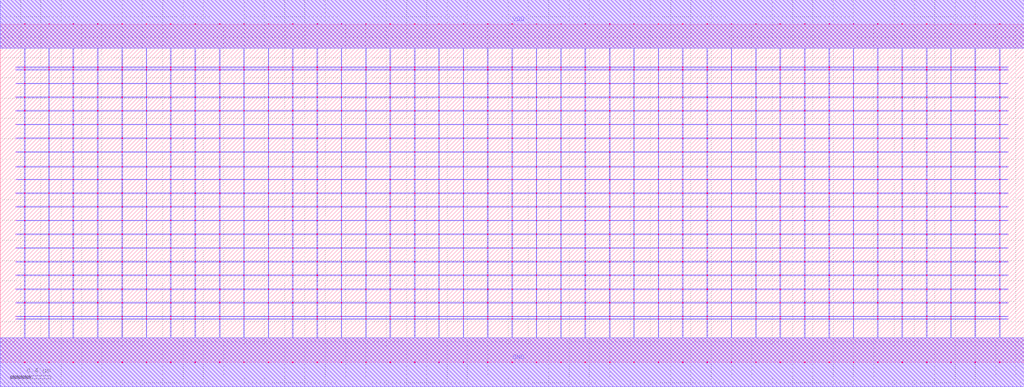
<source format=lef>
MACRO NOR3X1
 CLASS CORE ;
 FOREIGN NOR3X1 0 0 ;
 SIZE 10.08 BY 3.33 ;
 ORIGIN 0 0 ;
 SYMMETRY X Y R90 ;
 SITE unit ;
  PIN VDD
   DIRECTION INOUT ;
   USE POWER ;
   SHAPE ABUTMENT ;
    PORT
     CLASS CORE ;
       LAYER li1 ;
        RECT 0.00000000 3.09000000 10.08000000 3.57000000 ;
       LAYER met1 ;
        RECT 0.00000000 3.09000000 10.08000000 3.57000000 ;
    END
  END VDD

  PIN GND
   DIRECTION INOUT ;
   USE POWER ;
   SHAPE ABUTMENT ;
    PORT
     CLASS CORE ;
       LAYER li1 ;
        RECT 0.00000000 -0.24000000 10.08000000 0.24000000 ;
       LAYER met1 ;
        RECT 0.00000000 -0.24000000 10.08000000 0.24000000 ;
    END
  END GND

 OBS
    LAYER polycont ;
     RECT 1.43600000 0.98600000 1.44400000 0.99400000 ;
     RECT 2.87600000 0.98600000 2.88400000 0.99400000 ;
     RECT 4.31600000 0.98600000 4.32400000 0.99400000 ;
     RECT 1.43600000 1.92100000 1.44400000 1.92900000 ;
     RECT 2.87600000 1.92100000 2.88400000 1.92900000 ;
     RECT 4.31600000 1.92100000 4.32400000 1.92900000 ;
     RECT 5.75600000 1.92100000 5.76400000 1.92900000 ;
     RECT 7.19600000 1.92100000 7.20400000 1.92900000 ;
     RECT 8.63600000 1.92100000 8.64400000 1.92900000 ;

    LAYER pdiffc ;
     RECT 0.71600000 2.33600000 0.72400000 2.34400000 ;
     RECT 0.95600000 2.33600000 0.96400000 2.34400000 ;
     RECT 1.91600000 2.33600000 1.92400000 2.34400000 ;
     RECT 2.15600000 2.33600000 2.16400000 2.34400000 ;
     RECT 2.39600000 2.33600000 2.40400000 2.34400000 ;
     RECT 3.35600000 2.33600000 3.36400000 2.34400000 ;
     RECT 3.59600000 2.33600000 3.60400000 2.34400000 ;
     RECT 3.83600000 2.33600000 3.84400000 2.34400000 ;
     RECT 4.79600000 2.33600000 4.80400000 2.34400000 ;
     RECT 5.03600000 2.33600000 5.04400000 2.34400000 ;
     RECT 5.27600000 2.33600000 5.28400000 2.34400000 ;
     RECT 6.23600000 2.33600000 6.24400000 2.34400000 ;
     RECT 6.47600000 2.33600000 6.48400000 2.34400000 ;
     RECT 6.71600000 2.33600000 6.72400000 2.34400000 ;
     RECT 7.67600000 2.33600000 7.68400000 2.34400000 ;
     RECT 7.91600000 2.33600000 7.92400000 2.34400000 ;
     RECT 8.15600000 2.33600000 8.16400000 2.34400000 ;
     RECT 9.11600000 2.33600000 9.12400000 2.34400000 ;
     RECT 9.35600000 2.33600000 9.36400000 2.34400000 ;
     RECT 0.71600000 2.47100000 0.72400000 2.47900000 ;
     RECT 0.95600000 2.47100000 0.96400000 2.47900000 ;
     RECT 1.91600000 2.47100000 1.92400000 2.47900000 ;
     RECT 2.15600000 2.47100000 2.16400000 2.47900000 ;
     RECT 2.39600000 2.47100000 2.40400000 2.47900000 ;
     RECT 3.35600000 2.47100000 3.36400000 2.47900000 ;
     RECT 3.59600000 2.47100000 3.60400000 2.47900000 ;
     RECT 3.83600000 2.47100000 3.84400000 2.47900000 ;
     RECT 4.79600000 2.47100000 4.80400000 2.47900000 ;
     RECT 5.03600000 2.47100000 5.04400000 2.47900000 ;
     RECT 5.27600000 2.47100000 5.28400000 2.47900000 ;
     RECT 6.23600000 2.47100000 6.24400000 2.47900000 ;
     RECT 6.47600000 2.47100000 6.48400000 2.47900000 ;
     RECT 6.71600000 2.47100000 6.72400000 2.47900000 ;
     RECT 7.67600000 2.47100000 7.68400000 2.47900000 ;
     RECT 7.91600000 2.47100000 7.92400000 2.47900000 ;
     RECT 8.15600000 2.47100000 8.16400000 2.47900000 ;
     RECT 9.11600000 2.47100000 9.12400000 2.47900000 ;
     RECT 9.35600000 2.47100000 9.36400000 2.47900000 ;
     RECT 0.71600000 2.60600000 0.72400000 2.61400000 ;
     RECT 0.95600000 2.60600000 0.96400000 2.61400000 ;
     RECT 1.91600000 2.60600000 1.92400000 2.61400000 ;
     RECT 2.15600000 2.60600000 2.16400000 2.61400000 ;
     RECT 2.39600000 2.60600000 2.40400000 2.61400000 ;
     RECT 3.35600000 2.60600000 3.36400000 2.61400000 ;
     RECT 3.59600000 2.60600000 3.60400000 2.61400000 ;
     RECT 3.83600000 2.60600000 3.84400000 2.61400000 ;
     RECT 4.79600000 2.60600000 4.80400000 2.61400000 ;
     RECT 5.03600000 2.60600000 5.04400000 2.61400000 ;
     RECT 5.27600000 2.60600000 5.28400000 2.61400000 ;
     RECT 6.23600000 2.60600000 6.24400000 2.61400000 ;
     RECT 6.47600000 2.60600000 6.48400000 2.61400000 ;
     RECT 6.71600000 2.60600000 6.72400000 2.61400000 ;
     RECT 7.67600000 2.60600000 7.68400000 2.61400000 ;
     RECT 7.91600000 2.60600000 7.92400000 2.61400000 ;
     RECT 8.15600000 2.60600000 8.16400000 2.61400000 ;
     RECT 9.11600000 2.60600000 9.12400000 2.61400000 ;
     RECT 9.35600000 2.60600000 9.36400000 2.61400000 ;
     RECT 0.71600000 2.74100000 0.72400000 2.74900000 ;
     RECT 0.95600000 2.74100000 0.96400000 2.74900000 ;
     RECT 1.91600000 2.74100000 1.92400000 2.74900000 ;
     RECT 2.15600000 2.74100000 2.16400000 2.74900000 ;
     RECT 2.39600000 2.74100000 2.40400000 2.74900000 ;
     RECT 3.35600000 2.74100000 3.36400000 2.74900000 ;
     RECT 3.59600000 2.74100000 3.60400000 2.74900000 ;
     RECT 3.83600000 2.74100000 3.84400000 2.74900000 ;
     RECT 4.79600000 2.74100000 4.80400000 2.74900000 ;
     RECT 5.03600000 2.74100000 5.04400000 2.74900000 ;
     RECT 5.27600000 2.74100000 5.28400000 2.74900000 ;
     RECT 6.23600000 2.74100000 6.24400000 2.74900000 ;
     RECT 6.47600000 2.74100000 6.48400000 2.74900000 ;
     RECT 6.71600000 2.74100000 6.72400000 2.74900000 ;
     RECT 7.67600000 2.74100000 7.68400000 2.74900000 ;
     RECT 7.91600000 2.74100000 7.92400000 2.74900000 ;
     RECT 8.15600000 2.74100000 8.16400000 2.74900000 ;
     RECT 9.11600000 2.74100000 9.12400000 2.74900000 ;
     RECT 9.35600000 2.74100000 9.36400000 2.74900000 ;
     RECT 0.71600000 2.87600000 0.72400000 2.88400000 ;
     RECT 0.95600000 2.87600000 0.96400000 2.88400000 ;
     RECT 1.91600000 2.87600000 1.92400000 2.88400000 ;
     RECT 2.15600000 2.87600000 2.16400000 2.88400000 ;
     RECT 2.39600000 2.87600000 2.40400000 2.88400000 ;
     RECT 3.35600000 2.87600000 3.36400000 2.88400000 ;
     RECT 3.59600000 2.87600000 3.60400000 2.88400000 ;
     RECT 3.83600000 2.87600000 3.84400000 2.88400000 ;
     RECT 4.79600000 2.87600000 4.80400000 2.88400000 ;
     RECT 5.03600000 2.87600000 5.04400000 2.88400000 ;
     RECT 5.27600000 2.87600000 5.28400000 2.88400000 ;
     RECT 6.23600000 2.87600000 6.24400000 2.88400000 ;
     RECT 6.47600000 2.87600000 6.48400000 2.88400000 ;
     RECT 6.71600000 2.87600000 6.72400000 2.88400000 ;
     RECT 7.67600000 2.87600000 7.68400000 2.88400000 ;
     RECT 7.91600000 2.87600000 7.92400000 2.88400000 ;
     RECT 8.15600000 2.87600000 8.16400000 2.88400000 ;
     RECT 9.11600000 2.87600000 9.12400000 2.88400000 ;
     RECT 9.35600000 2.87600000 9.36400000 2.88400000 ;
     RECT 0.71600000 2.90100000 0.72400000 2.90900000 ;
     RECT 0.95600000 2.90100000 0.96400000 2.90900000 ;
     RECT 1.91600000 2.90100000 1.92400000 2.90900000 ;
     RECT 2.15600000 2.90100000 2.16400000 2.90900000 ;
     RECT 2.39600000 2.90100000 2.40400000 2.90900000 ;
     RECT 3.35600000 2.90100000 3.36400000 2.90900000 ;
     RECT 3.59600000 2.90100000 3.60400000 2.90900000 ;
     RECT 3.83600000 2.90100000 3.84400000 2.90900000 ;
     RECT 4.79600000 2.90100000 4.80400000 2.90900000 ;
     RECT 5.03600000 2.90100000 5.04400000 2.90900000 ;
     RECT 5.27600000 2.90100000 5.28400000 2.90900000 ;
     RECT 6.23600000 2.90100000 6.24400000 2.90900000 ;
     RECT 6.47600000 2.90100000 6.48400000 2.90900000 ;
     RECT 6.71600000 2.90100000 6.72400000 2.90900000 ;
     RECT 7.67600000 2.90100000 7.68400000 2.90900000 ;
     RECT 7.91600000 2.90100000 7.92400000 2.90900000 ;
     RECT 8.15600000 2.90100000 8.16400000 2.90900000 ;
     RECT 9.11600000 2.90100000 9.12400000 2.90900000 ;
     RECT 9.35600000 2.90100000 9.36400000 2.90900000 ;

    LAYER ndiffc ;
     RECT 0.71600000 0.42100000 0.72400000 0.42900000 ;
     RECT 0.95600000 0.42100000 0.96400000 0.42900000 ;
     RECT 1.91600000 0.42100000 1.92400000 0.42900000 ;
     RECT 2.15600000 0.42100000 2.16400000 0.42900000 ;
     RECT 2.39600000 0.42100000 2.40400000 0.42900000 ;
     RECT 3.35600000 0.42100000 3.36400000 0.42900000 ;
     RECT 3.59600000 0.42100000 3.60400000 0.42900000 ;
     RECT 3.83600000 0.42100000 3.84400000 0.42900000 ;
     RECT 4.79600000 0.42100000 4.80400000 0.42900000 ;
     RECT 5.03600000 0.42100000 5.04400000 0.42900000 ;
     RECT 0.71600000 0.44600000 0.72400000 0.45400000 ;
     RECT 0.95600000 0.44600000 0.96400000 0.45400000 ;
     RECT 1.91600000 0.44600000 1.92400000 0.45400000 ;
     RECT 2.15600000 0.44600000 2.16400000 0.45400000 ;
     RECT 2.39600000 0.44600000 2.40400000 0.45400000 ;
     RECT 3.35600000 0.44600000 3.36400000 0.45400000 ;
     RECT 3.59600000 0.44600000 3.60400000 0.45400000 ;
     RECT 3.83600000 0.44600000 3.84400000 0.45400000 ;
     RECT 4.79600000 0.44600000 4.80400000 0.45400000 ;
     RECT 5.03600000 0.44600000 5.04400000 0.45400000 ;
     RECT 0.71600000 0.58100000 0.72400000 0.58900000 ;
     RECT 0.95600000 0.58100000 0.96400000 0.58900000 ;
     RECT 1.91600000 0.58100000 1.92400000 0.58900000 ;
     RECT 2.15600000 0.58100000 2.16400000 0.58900000 ;
     RECT 2.39600000 0.58100000 2.40400000 0.58900000 ;
     RECT 3.35600000 0.58100000 3.36400000 0.58900000 ;
     RECT 3.59600000 0.58100000 3.60400000 0.58900000 ;
     RECT 3.83600000 0.58100000 3.84400000 0.58900000 ;
     RECT 4.79600000 0.58100000 4.80400000 0.58900000 ;
     RECT 5.03600000 0.58100000 5.04400000 0.58900000 ;

    LAYER li1 ;
     RECT 0.00000000 -0.24000000 10.08000000 0.24000000 ;
     RECT 0.23600000 0.24000000 0.24400000 0.42100000 ;
     RECT 0.47600000 0.24000000 0.48400000 0.42100000 ;
     RECT 0.71600000 0.24000000 0.72400000 0.42100000 ;
     RECT 0.95600000 0.24000000 0.96400000 0.42100000 ;
     RECT 1.19600000 0.24000000 1.20400000 0.42100000 ;
     RECT 1.43600000 0.24000000 1.44400000 0.42100000 ;
     RECT 1.67600000 0.24000000 1.68400000 0.42100000 ;
     RECT 1.91600000 0.24000000 1.92400000 0.42100000 ;
     RECT 2.15600000 0.24000000 2.16400000 0.42100000 ;
     RECT 2.39600000 0.24000000 2.40400000 0.42100000 ;
     RECT 2.63600000 0.24000000 2.64400000 0.42100000 ;
     RECT 2.87600000 0.24000000 2.88400000 0.42100000 ;
     RECT 3.11600000 0.24000000 3.12400000 0.42100000 ;
     RECT 3.35600000 0.24000000 3.36400000 0.42100000 ;
     RECT 3.59600000 0.24000000 3.60400000 0.42100000 ;
     RECT 3.83600000 0.24000000 3.84400000 0.42100000 ;
     RECT 4.07600000 0.24000000 4.08400000 0.42100000 ;
     RECT 4.31600000 0.24000000 4.32400000 0.42100000 ;
     RECT 4.55600000 0.24000000 4.56400000 0.42100000 ;
     RECT 4.79600000 0.24000000 4.80400000 0.42100000 ;
     RECT 5.03600000 0.24000000 5.04400000 0.42100000 ;
     RECT 5.27600000 0.24000000 5.28400000 0.42100000 ;
     RECT 5.51600000 0.24000000 5.52400000 0.42100000 ;
     RECT 5.75600000 0.24000000 5.76400000 0.42100000 ;
     RECT 5.99600000 0.24000000 6.00400000 0.42100000 ;
     RECT 6.23600000 0.24000000 6.24400000 0.42100000 ;
     RECT 6.47600000 0.24000000 6.48400000 0.42100000 ;
     RECT 6.71600000 0.24000000 6.72400000 0.42100000 ;
     RECT 6.95600000 0.24000000 6.96400000 0.42100000 ;
     RECT 7.19600000 0.24000000 7.20400000 0.42100000 ;
     RECT 7.43600000 0.24000000 7.44400000 0.42100000 ;
     RECT 7.67600000 0.24000000 7.68400000 0.42100000 ;
     RECT 7.91600000 0.24000000 7.92400000 0.42100000 ;
     RECT 8.15600000 0.24000000 8.16400000 0.42100000 ;
     RECT 8.39600000 0.24000000 8.40400000 0.42100000 ;
     RECT 8.63600000 0.24000000 8.64400000 0.42100000 ;
     RECT 8.87600000 0.24000000 8.88400000 0.42100000 ;
     RECT 9.11600000 0.24000000 9.12400000 0.42100000 ;
     RECT 9.35600000 0.24000000 9.36400000 0.42100000 ;
     RECT 9.59600000 0.24000000 9.60400000 0.42100000 ;
     RECT 9.83600000 0.24000000 9.84400000 0.42100000 ;
     RECT 0.15500000 0.42100000 9.92500000 0.42900000 ;
     RECT 0.23600000 0.42900000 0.24400000 0.44600000 ;
     RECT 0.47600000 0.42900000 0.48400000 0.44600000 ;
     RECT 0.71600000 0.42900000 0.72400000 0.44600000 ;
     RECT 0.95600000 0.42900000 0.96400000 0.44600000 ;
     RECT 1.19600000 0.42900000 1.20400000 0.44600000 ;
     RECT 1.43600000 0.42900000 1.44400000 0.44600000 ;
     RECT 1.67600000 0.42900000 1.68400000 0.44600000 ;
     RECT 1.91600000 0.42900000 1.92400000 0.44600000 ;
     RECT 2.15600000 0.42900000 2.16400000 0.44600000 ;
     RECT 2.39600000 0.42900000 2.40400000 0.44600000 ;
     RECT 2.63600000 0.42900000 2.64400000 0.44600000 ;
     RECT 2.87600000 0.42900000 2.88400000 0.44600000 ;
     RECT 3.11600000 0.42900000 3.12400000 0.44600000 ;
     RECT 3.35600000 0.42900000 3.36400000 0.44600000 ;
     RECT 3.59600000 0.42900000 3.60400000 0.44600000 ;
     RECT 3.83600000 0.42900000 3.84400000 0.44600000 ;
     RECT 4.07600000 0.42900000 4.08400000 0.44600000 ;
     RECT 4.31600000 0.42900000 4.32400000 0.44600000 ;
     RECT 4.55600000 0.42900000 4.56400000 0.44600000 ;
     RECT 4.79600000 0.42900000 4.80400000 0.44600000 ;
     RECT 5.03600000 0.42900000 5.04400000 0.44600000 ;
     RECT 5.27600000 0.42900000 5.28400000 0.44600000 ;
     RECT 5.51600000 0.42900000 5.52400000 0.44600000 ;
     RECT 5.75600000 0.42900000 5.76400000 0.44600000 ;
     RECT 5.99600000 0.42900000 6.00400000 0.44600000 ;
     RECT 6.23600000 0.42900000 6.24400000 0.44600000 ;
     RECT 6.47600000 0.42900000 6.48400000 0.44600000 ;
     RECT 6.71600000 0.42900000 6.72400000 0.44600000 ;
     RECT 6.95600000 0.42900000 6.96400000 0.44600000 ;
     RECT 7.19600000 0.42900000 7.20400000 0.44600000 ;
     RECT 7.43600000 0.42900000 7.44400000 0.44600000 ;
     RECT 7.67600000 0.42900000 7.68400000 0.44600000 ;
     RECT 7.91600000 0.42900000 7.92400000 0.44600000 ;
     RECT 8.15600000 0.42900000 8.16400000 0.44600000 ;
     RECT 8.39600000 0.42900000 8.40400000 0.44600000 ;
     RECT 8.63600000 0.42900000 8.64400000 0.44600000 ;
     RECT 8.87600000 0.42900000 8.88400000 0.44600000 ;
     RECT 9.11600000 0.42900000 9.12400000 0.44600000 ;
     RECT 9.35600000 0.42900000 9.36400000 0.44600000 ;
     RECT 9.59600000 0.42900000 9.60400000 0.44600000 ;
     RECT 9.83600000 0.42900000 9.84400000 0.44600000 ;
     RECT 0.15500000 0.44600000 9.92500000 0.45400000 ;
     RECT 0.23600000 0.45400000 0.24400000 0.58100000 ;
     RECT 0.47600000 0.45400000 0.48400000 0.58100000 ;
     RECT 0.71600000 0.45400000 0.72400000 0.58100000 ;
     RECT 0.95600000 0.45400000 0.96400000 0.58100000 ;
     RECT 1.19600000 0.45400000 1.20400000 0.58100000 ;
     RECT 1.43600000 0.45400000 1.44400000 0.58100000 ;
     RECT 1.67600000 0.45400000 1.68400000 0.58100000 ;
     RECT 1.91600000 0.45400000 1.92400000 0.58100000 ;
     RECT 2.15600000 0.45400000 2.16400000 0.58100000 ;
     RECT 2.39600000 0.45400000 2.40400000 0.58100000 ;
     RECT 2.63600000 0.45400000 2.64400000 0.58100000 ;
     RECT 2.87600000 0.45400000 2.88400000 0.58100000 ;
     RECT 3.11600000 0.45400000 3.12400000 0.58100000 ;
     RECT 3.35600000 0.45400000 3.36400000 0.58100000 ;
     RECT 3.59600000 0.45400000 3.60400000 0.58100000 ;
     RECT 3.83600000 0.45400000 3.84400000 0.58100000 ;
     RECT 4.07600000 0.45400000 4.08400000 0.58100000 ;
     RECT 4.31600000 0.45400000 4.32400000 0.58100000 ;
     RECT 4.55600000 0.45400000 4.56400000 0.58100000 ;
     RECT 4.79600000 0.45400000 4.80400000 0.58100000 ;
     RECT 5.03600000 0.45400000 5.04400000 0.58100000 ;
     RECT 5.27600000 0.45400000 5.28400000 0.58100000 ;
     RECT 5.51600000 0.45400000 5.52400000 0.58100000 ;
     RECT 5.75600000 0.45400000 5.76400000 0.58100000 ;
     RECT 5.99600000 0.45400000 6.00400000 0.58100000 ;
     RECT 6.23600000 0.45400000 6.24400000 0.58100000 ;
     RECT 6.47600000 0.45400000 6.48400000 0.58100000 ;
     RECT 6.71600000 0.45400000 6.72400000 0.58100000 ;
     RECT 6.95600000 0.45400000 6.96400000 0.58100000 ;
     RECT 7.19600000 0.45400000 7.20400000 0.58100000 ;
     RECT 7.43600000 0.45400000 7.44400000 0.58100000 ;
     RECT 7.67600000 0.45400000 7.68400000 0.58100000 ;
     RECT 7.91600000 0.45400000 7.92400000 0.58100000 ;
     RECT 8.15600000 0.45400000 8.16400000 0.58100000 ;
     RECT 8.39600000 0.45400000 8.40400000 0.58100000 ;
     RECT 8.63600000 0.45400000 8.64400000 0.58100000 ;
     RECT 8.87600000 0.45400000 8.88400000 0.58100000 ;
     RECT 9.11600000 0.45400000 9.12400000 0.58100000 ;
     RECT 9.35600000 0.45400000 9.36400000 0.58100000 ;
     RECT 9.59600000 0.45400000 9.60400000 0.58100000 ;
     RECT 9.83600000 0.45400000 9.84400000 0.58100000 ;
     RECT 0.15500000 0.58100000 9.92500000 0.58900000 ;
     RECT 0.23600000 0.58900000 0.24400000 0.71600000 ;
     RECT 0.47600000 0.58900000 0.48400000 0.71600000 ;
     RECT 0.71600000 0.58900000 0.72400000 0.71600000 ;
     RECT 0.95600000 0.58900000 0.96400000 0.71600000 ;
     RECT 1.19600000 0.58900000 1.20400000 0.71600000 ;
     RECT 1.43600000 0.58900000 1.44400000 0.71600000 ;
     RECT 1.67600000 0.58900000 1.68400000 0.71600000 ;
     RECT 1.91600000 0.58900000 1.92400000 0.71600000 ;
     RECT 2.15600000 0.58900000 2.16400000 0.71600000 ;
     RECT 2.39600000 0.58900000 2.40400000 0.71600000 ;
     RECT 2.63600000 0.58900000 2.64400000 0.71600000 ;
     RECT 2.87600000 0.58900000 2.88400000 0.71600000 ;
     RECT 3.11600000 0.58900000 3.12400000 0.71600000 ;
     RECT 3.35600000 0.58900000 3.36400000 0.71600000 ;
     RECT 3.59600000 0.58900000 3.60400000 0.71600000 ;
     RECT 3.83600000 0.58900000 3.84400000 0.71600000 ;
     RECT 4.07600000 0.58900000 4.08400000 0.71600000 ;
     RECT 4.31600000 0.58900000 4.32400000 0.71600000 ;
     RECT 4.55600000 0.58900000 4.56400000 0.71600000 ;
     RECT 4.79600000 0.58900000 4.80400000 0.71600000 ;
     RECT 5.03600000 0.58900000 5.04400000 0.71600000 ;
     RECT 5.27600000 0.58900000 5.28400000 0.71600000 ;
     RECT 5.51600000 0.58900000 5.52400000 0.71600000 ;
     RECT 5.75600000 0.58900000 5.76400000 0.71600000 ;
     RECT 5.99600000 0.58900000 6.00400000 0.71600000 ;
     RECT 6.23600000 0.58900000 6.24400000 0.71600000 ;
     RECT 6.47600000 0.58900000 6.48400000 0.71600000 ;
     RECT 6.71600000 0.58900000 6.72400000 0.71600000 ;
     RECT 6.95600000 0.58900000 6.96400000 0.71600000 ;
     RECT 7.19600000 0.58900000 7.20400000 0.71600000 ;
     RECT 7.43600000 0.58900000 7.44400000 0.71600000 ;
     RECT 7.67600000 0.58900000 7.68400000 0.71600000 ;
     RECT 7.91600000 0.58900000 7.92400000 0.71600000 ;
     RECT 8.15600000 0.58900000 8.16400000 0.71600000 ;
     RECT 8.39600000 0.58900000 8.40400000 0.71600000 ;
     RECT 8.63600000 0.58900000 8.64400000 0.71600000 ;
     RECT 8.87600000 0.58900000 8.88400000 0.71600000 ;
     RECT 9.11600000 0.58900000 9.12400000 0.71600000 ;
     RECT 9.35600000 0.58900000 9.36400000 0.71600000 ;
     RECT 9.59600000 0.58900000 9.60400000 0.71600000 ;
     RECT 9.83600000 0.58900000 9.84400000 0.71600000 ;
     RECT 0.15500000 0.71600000 9.92500000 0.72400000 ;
     RECT 0.23600000 0.72400000 0.24400000 0.85100000 ;
     RECT 0.47600000 0.72400000 0.48400000 0.85100000 ;
     RECT 0.71600000 0.72400000 0.72400000 0.85100000 ;
     RECT 0.95600000 0.72400000 0.96400000 0.85100000 ;
     RECT 1.19600000 0.72400000 1.20400000 0.85100000 ;
     RECT 1.43600000 0.72400000 1.44400000 0.85100000 ;
     RECT 1.67600000 0.72400000 1.68400000 0.85100000 ;
     RECT 1.91600000 0.72400000 1.92400000 0.85100000 ;
     RECT 2.15600000 0.72400000 2.16400000 0.85100000 ;
     RECT 2.39600000 0.72400000 2.40400000 0.85100000 ;
     RECT 2.63600000 0.72400000 2.64400000 0.85100000 ;
     RECT 2.87600000 0.72400000 2.88400000 0.85100000 ;
     RECT 3.11600000 0.72400000 3.12400000 0.85100000 ;
     RECT 3.35600000 0.72400000 3.36400000 0.85100000 ;
     RECT 3.59600000 0.72400000 3.60400000 0.85100000 ;
     RECT 3.83600000 0.72400000 3.84400000 0.85100000 ;
     RECT 4.07600000 0.72400000 4.08400000 0.85100000 ;
     RECT 4.31600000 0.72400000 4.32400000 0.85100000 ;
     RECT 4.55600000 0.72400000 4.56400000 0.85100000 ;
     RECT 4.79600000 0.72400000 4.80400000 0.85100000 ;
     RECT 5.03600000 0.72400000 5.04400000 0.85100000 ;
     RECT 5.27600000 0.72400000 5.28400000 0.85100000 ;
     RECT 5.51600000 0.72400000 5.52400000 0.85100000 ;
     RECT 5.75600000 0.72400000 5.76400000 0.85100000 ;
     RECT 5.99600000 0.72400000 6.00400000 0.85100000 ;
     RECT 6.23600000 0.72400000 6.24400000 0.85100000 ;
     RECT 6.47600000 0.72400000 6.48400000 0.85100000 ;
     RECT 6.71600000 0.72400000 6.72400000 0.85100000 ;
     RECT 6.95600000 0.72400000 6.96400000 0.85100000 ;
     RECT 7.19600000 0.72400000 7.20400000 0.85100000 ;
     RECT 7.43600000 0.72400000 7.44400000 0.85100000 ;
     RECT 7.67600000 0.72400000 7.68400000 0.85100000 ;
     RECT 7.91600000 0.72400000 7.92400000 0.85100000 ;
     RECT 8.15600000 0.72400000 8.16400000 0.85100000 ;
     RECT 8.39600000 0.72400000 8.40400000 0.85100000 ;
     RECT 8.63600000 0.72400000 8.64400000 0.85100000 ;
     RECT 8.87600000 0.72400000 8.88400000 0.85100000 ;
     RECT 9.11600000 0.72400000 9.12400000 0.85100000 ;
     RECT 9.35600000 0.72400000 9.36400000 0.85100000 ;
     RECT 9.59600000 0.72400000 9.60400000 0.85100000 ;
     RECT 9.83600000 0.72400000 9.84400000 0.85100000 ;
     RECT 0.15500000 0.85100000 9.92500000 0.85900000 ;
     RECT 0.23600000 0.85900000 0.24400000 0.98600000 ;
     RECT 0.47600000 0.85900000 0.48400000 0.98600000 ;
     RECT 0.71600000 0.85900000 0.72400000 0.98600000 ;
     RECT 0.95600000 0.85900000 0.96400000 0.98600000 ;
     RECT 1.19600000 0.85900000 1.20400000 0.98600000 ;
     RECT 1.43600000 0.85900000 1.44400000 0.98600000 ;
     RECT 1.67600000 0.85900000 1.68400000 0.98600000 ;
     RECT 1.91600000 0.85900000 1.92400000 0.98600000 ;
     RECT 2.15600000 0.85900000 2.16400000 0.98600000 ;
     RECT 2.39600000 0.85900000 2.40400000 0.98600000 ;
     RECT 2.63600000 0.85900000 2.64400000 0.98600000 ;
     RECT 2.87600000 0.85900000 2.88400000 0.98600000 ;
     RECT 3.11600000 0.85900000 3.12400000 0.98600000 ;
     RECT 3.35600000 0.85900000 3.36400000 0.98600000 ;
     RECT 3.59600000 0.85900000 3.60400000 0.98600000 ;
     RECT 3.83600000 0.85900000 3.84400000 0.98600000 ;
     RECT 4.07600000 0.85900000 4.08400000 0.98600000 ;
     RECT 4.31600000 0.85900000 4.32400000 0.98600000 ;
     RECT 4.55600000 0.85900000 4.56400000 0.98600000 ;
     RECT 4.79600000 0.85900000 4.80400000 0.98600000 ;
     RECT 5.03600000 0.85900000 5.04400000 0.98600000 ;
     RECT 5.27600000 0.85900000 5.28400000 0.98600000 ;
     RECT 5.51600000 0.85900000 5.52400000 0.98600000 ;
     RECT 5.75600000 0.85900000 5.76400000 0.98600000 ;
     RECT 5.99600000 0.85900000 6.00400000 0.98600000 ;
     RECT 6.23600000 0.85900000 6.24400000 0.98600000 ;
     RECT 6.47600000 0.85900000 6.48400000 0.98600000 ;
     RECT 6.71600000 0.85900000 6.72400000 0.98600000 ;
     RECT 6.95600000 0.85900000 6.96400000 0.98600000 ;
     RECT 7.19600000 0.85900000 7.20400000 0.98600000 ;
     RECT 7.43600000 0.85900000 7.44400000 0.98600000 ;
     RECT 7.67600000 0.85900000 7.68400000 0.98600000 ;
     RECT 7.91600000 0.85900000 7.92400000 0.98600000 ;
     RECT 8.15600000 0.85900000 8.16400000 0.98600000 ;
     RECT 8.39600000 0.85900000 8.40400000 0.98600000 ;
     RECT 8.63600000 0.85900000 8.64400000 0.98600000 ;
     RECT 8.87600000 0.85900000 8.88400000 0.98600000 ;
     RECT 9.11600000 0.85900000 9.12400000 0.98600000 ;
     RECT 9.35600000 0.85900000 9.36400000 0.98600000 ;
     RECT 9.59600000 0.85900000 9.60400000 0.98600000 ;
     RECT 9.83600000 0.85900000 9.84400000 0.98600000 ;
     RECT 0.15500000 0.98600000 9.92500000 0.99400000 ;
     RECT 0.23600000 0.99400000 0.24400000 1.12100000 ;
     RECT 0.47600000 0.99400000 0.48400000 1.12100000 ;
     RECT 0.71600000 0.99400000 0.72400000 1.12100000 ;
     RECT 0.95600000 0.99400000 0.96400000 1.12100000 ;
     RECT 1.19600000 0.99400000 1.20400000 1.12100000 ;
     RECT 1.43600000 0.99400000 1.44400000 1.12100000 ;
     RECT 1.67600000 0.99400000 1.68400000 1.12100000 ;
     RECT 1.91600000 0.99400000 1.92400000 1.12100000 ;
     RECT 2.15600000 0.99400000 2.16400000 1.12100000 ;
     RECT 2.39600000 0.99400000 2.40400000 1.12100000 ;
     RECT 2.63600000 0.99400000 2.64400000 1.12100000 ;
     RECT 2.87600000 0.99400000 2.88400000 1.12100000 ;
     RECT 3.11600000 0.99400000 3.12400000 1.12100000 ;
     RECT 3.35600000 0.99400000 3.36400000 1.12100000 ;
     RECT 3.59600000 0.99400000 3.60400000 1.12100000 ;
     RECT 3.83600000 0.99400000 3.84400000 1.12100000 ;
     RECT 4.07600000 0.99400000 4.08400000 1.12100000 ;
     RECT 4.31600000 0.99400000 4.32400000 1.12100000 ;
     RECT 4.55600000 0.99400000 4.56400000 1.12100000 ;
     RECT 4.79600000 0.99400000 4.80400000 1.12100000 ;
     RECT 5.03600000 0.99400000 5.04400000 1.12100000 ;
     RECT 5.27600000 0.99400000 5.28400000 1.12100000 ;
     RECT 5.51600000 0.99400000 5.52400000 1.12100000 ;
     RECT 5.75600000 0.99400000 5.76400000 1.12100000 ;
     RECT 5.99600000 0.99400000 6.00400000 1.12100000 ;
     RECT 6.23600000 0.99400000 6.24400000 1.12100000 ;
     RECT 6.47600000 0.99400000 6.48400000 1.12100000 ;
     RECT 6.71600000 0.99400000 6.72400000 1.12100000 ;
     RECT 6.95600000 0.99400000 6.96400000 1.12100000 ;
     RECT 7.19600000 0.99400000 7.20400000 1.12100000 ;
     RECT 7.43600000 0.99400000 7.44400000 1.12100000 ;
     RECT 7.67600000 0.99400000 7.68400000 1.12100000 ;
     RECT 7.91600000 0.99400000 7.92400000 1.12100000 ;
     RECT 8.15600000 0.99400000 8.16400000 1.12100000 ;
     RECT 8.39600000 0.99400000 8.40400000 1.12100000 ;
     RECT 8.63600000 0.99400000 8.64400000 1.12100000 ;
     RECT 8.87600000 0.99400000 8.88400000 1.12100000 ;
     RECT 9.11600000 0.99400000 9.12400000 1.12100000 ;
     RECT 9.35600000 0.99400000 9.36400000 1.12100000 ;
     RECT 9.59600000 0.99400000 9.60400000 1.12100000 ;
     RECT 9.83600000 0.99400000 9.84400000 1.12100000 ;
     RECT 0.15500000 1.12100000 9.92500000 1.12900000 ;
     RECT 0.23600000 1.12900000 0.24400000 1.25600000 ;
     RECT 0.47600000 1.12900000 0.48400000 1.25600000 ;
     RECT 0.71600000 1.12900000 0.72400000 1.25600000 ;
     RECT 0.95600000 1.12900000 0.96400000 1.25600000 ;
     RECT 1.19600000 1.12900000 1.20400000 1.25600000 ;
     RECT 1.43600000 1.12900000 1.44400000 1.25600000 ;
     RECT 1.67600000 1.12900000 1.68400000 1.25600000 ;
     RECT 1.91600000 1.12900000 1.92400000 1.25600000 ;
     RECT 2.15600000 1.12900000 2.16400000 1.25600000 ;
     RECT 2.39600000 1.12900000 2.40400000 1.25600000 ;
     RECT 2.63600000 1.12900000 2.64400000 1.25600000 ;
     RECT 2.87600000 1.12900000 2.88400000 1.25600000 ;
     RECT 3.11600000 1.12900000 3.12400000 1.25600000 ;
     RECT 3.35600000 1.12900000 3.36400000 1.25600000 ;
     RECT 3.59600000 1.12900000 3.60400000 1.25600000 ;
     RECT 3.83600000 1.12900000 3.84400000 1.25600000 ;
     RECT 4.07600000 1.12900000 4.08400000 1.25600000 ;
     RECT 4.31600000 1.12900000 4.32400000 1.25600000 ;
     RECT 4.55600000 1.12900000 4.56400000 1.25600000 ;
     RECT 4.79600000 1.12900000 4.80400000 1.25600000 ;
     RECT 5.03600000 1.12900000 5.04400000 1.25600000 ;
     RECT 5.27600000 1.12900000 5.28400000 1.25600000 ;
     RECT 5.51600000 1.12900000 5.52400000 1.25600000 ;
     RECT 5.75600000 1.12900000 5.76400000 1.25600000 ;
     RECT 5.99600000 1.12900000 6.00400000 1.25600000 ;
     RECT 6.23600000 1.12900000 6.24400000 1.25600000 ;
     RECT 6.47600000 1.12900000 6.48400000 1.25600000 ;
     RECT 6.71600000 1.12900000 6.72400000 1.25600000 ;
     RECT 6.95600000 1.12900000 6.96400000 1.25600000 ;
     RECT 7.19600000 1.12900000 7.20400000 1.25600000 ;
     RECT 7.43600000 1.12900000 7.44400000 1.25600000 ;
     RECT 7.67600000 1.12900000 7.68400000 1.25600000 ;
     RECT 7.91600000 1.12900000 7.92400000 1.25600000 ;
     RECT 8.15600000 1.12900000 8.16400000 1.25600000 ;
     RECT 8.39600000 1.12900000 8.40400000 1.25600000 ;
     RECT 8.63600000 1.12900000 8.64400000 1.25600000 ;
     RECT 8.87600000 1.12900000 8.88400000 1.25600000 ;
     RECT 9.11600000 1.12900000 9.12400000 1.25600000 ;
     RECT 9.35600000 1.12900000 9.36400000 1.25600000 ;
     RECT 9.59600000 1.12900000 9.60400000 1.25600000 ;
     RECT 9.83600000 1.12900000 9.84400000 1.25600000 ;
     RECT 0.15500000 1.25600000 9.92500000 1.26400000 ;
     RECT 0.23600000 1.26400000 0.24400000 1.39100000 ;
     RECT 0.47600000 1.26400000 0.48400000 1.39100000 ;
     RECT 0.71600000 1.26400000 0.72400000 1.39100000 ;
     RECT 0.95600000 1.26400000 0.96400000 1.39100000 ;
     RECT 1.19600000 1.26400000 1.20400000 1.39100000 ;
     RECT 1.43600000 1.26400000 1.44400000 1.39100000 ;
     RECT 1.67600000 1.26400000 1.68400000 1.39100000 ;
     RECT 1.91600000 1.26400000 1.92400000 1.39100000 ;
     RECT 2.15600000 1.26400000 2.16400000 1.39100000 ;
     RECT 2.39600000 1.26400000 2.40400000 1.39100000 ;
     RECT 2.63600000 1.26400000 2.64400000 1.39100000 ;
     RECT 2.87600000 1.26400000 2.88400000 1.39100000 ;
     RECT 3.11600000 1.26400000 3.12400000 1.39100000 ;
     RECT 3.35600000 1.26400000 3.36400000 1.39100000 ;
     RECT 3.59600000 1.26400000 3.60400000 1.39100000 ;
     RECT 3.83600000 1.26400000 3.84400000 1.39100000 ;
     RECT 4.07600000 1.26400000 4.08400000 1.39100000 ;
     RECT 4.31600000 1.26400000 4.32400000 1.39100000 ;
     RECT 4.55600000 1.26400000 4.56400000 1.39100000 ;
     RECT 4.79600000 1.26400000 4.80400000 1.39100000 ;
     RECT 5.03600000 1.26400000 5.04400000 1.39100000 ;
     RECT 5.27600000 1.26400000 5.28400000 1.39100000 ;
     RECT 5.51600000 1.26400000 5.52400000 1.39100000 ;
     RECT 5.75600000 1.26400000 5.76400000 1.39100000 ;
     RECT 5.99600000 1.26400000 6.00400000 1.39100000 ;
     RECT 6.23600000 1.26400000 6.24400000 1.39100000 ;
     RECT 6.47600000 1.26400000 6.48400000 1.39100000 ;
     RECT 6.71600000 1.26400000 6.72400000 1.39100000 ;
     RECT 6.95600000 1.26400000 6.96400000 1.39100000 ;
     RECT 7.19600000 1.26400000 7.20400000 1.39100000 ;
     RECT 7.43600000 1.26400000 7.44400000 1.39100000 ;
     RECT 7.67600000 1.26400000 7.68400000 1.39100000 ;
     RECT 7.91600000 1.26400000 7.92400000 1.39100000 ;
     RECT 8.15600000 1.26400000 8.16400000 1.39100000 ;
     RECT 8.39600000 1.26400000 8.40400000 1.39100000 ;
     RECT 8.63600000 1.26400000 8.64400000 1.39100000 ;
     RECT 8.87600000 1.26400000 8.88400000 1.39100000 ;
     RECT 9.11600000 1.26400000 9.12400000 1.39100000 ;
     RECT 9.35600000 1.26400000 9.36400000 1.39100000 ;
     RECT 9.59600000 1.26400000 9.60400000 1.39100000 ;
     RECT 9.83600000 1.26400000 9.84400000 1.39100000 ;
     RECT 0.15500000 1.39100000 9.92500000 1.39900000 ;
     RECT 0.23600000 1.39900000 0.24400000 1.52600000 ;
     RECT 0.47600000 1.39900000 0.48400000 1.52600000 ;
     RECT 0.71600000 1.39900000 0.72400000 1.52600000 ;
     RECT 0.95600000 1.39900000 0.96400000 1.52600000 ;
     RECT 1.19600000 1.39900000 1.20400000 1.52600000 ;
     RECT 1.43600000 1.39900000 1.44400000 1.52600000 ;
     RECT 1.67600000 1.39900000 1.68400000 1.52600000 ;
     RECT 1.91600000 1.39900000 1.92400000 1.52600000 ;
     RECT 2.15600000 1.39900000 2.16400000 1.52600000 ;
     RECT 2.39600000 1.39900000 2.40400000 1.52600000 ;
     RECT 2.63600000 1.39900000 2.64400000 1.52600000 ;
     RECT 2.87600000 1.39900000 2.88400000 1.52600000 ;
     RECT 3.11600000 1.39900000 3.12400000 1.52600000 ;
     RECT 3.35600000 1.39900000 3.36400000 1.52600000 ;
     RECT 3.59600000 1.39900000 3.60400000 1.52600000 ;
     RECT 3.83600000 1.39900000 3.84400000 1.52600000 ;
     RECT 4.07600000 1.39900000 4.08400000 1.52600000 ;
     RECT 4.31600000 1.39900000 4.32400000 1.52600000 ;
     RECT 4.55600000 1.39900000 4.56400000 1.52600000 ;
     RECT 4.79600000 1.39900000 4.80400000 1.52600000 ;
     RECT 5.03600000 1.39900000 5.04400000 1.52600000 ;
     RECT 5.27600000 1.39900000 5.28400000 1.52600000 ;
     RECT 5.51600000 1.39900000 5.52400000 1.52600000 ;
     RECT 5.75600000 1.39900000 5.76400000 1.52600000 ;
     RECT 5.99600000 1.39900000 6.00400000 1.52600000 ;
     RECT 6.23600000 1.39900000 6.24400000 1.52600000 ;
     RECT 6.47600000 1.39900000 6.48400000 1.52600000 ;
     RECT 6.71600000 1.39900000 6.72400000 1.52600000 ;
     RECT 6.95600000 1.39900000 6.96400000 1.52600000 ;
     RECT 7.19600000 1.39900000 7.20400000 1.52600000 ;
     RECT 7.43600000 1.39900000 7.44400000 1.52600000 ;
     RECT 7.67600000 1.39900000 7.68400000 1.52600000 ;
     RECT 7.91600000 1.39900000 7.92400000 1.52600000 ;
     RECT 8.15600000 1.39900000 8.16400000 1.52600000 ;
     RECT 8.39600000 1.39900000 8.40400000 1.52600000 ;
     RECT 8.63600000 1.39900000 8.64400000 1.52600000 ;
     RECT 8.87600000 1.39900000 8.88400000 1.52600000 ;
     RECT 9.11600000 1.39900000 9.12400000 1.52600000 ;
     RECT 9.35600000 1.39900000 9.36400000 1.52600000 ;
     RECT 9.59600000 1.39900000 9.60400000 1.52600000 ;
     RECT 9.83600000 1.39900000 9.84400000 1.52600000 ;
     RECT 0.15500000 1.52600000 9.92500000 1.53400000 ;
     RECT 0.23600000 1.53400000 0.24400000 1.66100000 ;
     RECT 0.47600000 1.53400000 0.48400000 1.66100000 ;
     RECT 0.71600000 1.53400000 0.72400000 1.66100000 ;
     RECT 0.95600000 1.53400000 0.96400000 1.66100000 ;
     RECT 1.19600000 1.53400000 1.20400000 1.66100000 ;
     RECT 1.43600000 1.53400000 1.44400000 1.66100000 ;
     RECT 1.67600000 1.53400000 1.68400000 1.66100000 ;
     RECT 1.91600000 1.53400000 1.92400000 1.66100000 ;
     RECT 2.15600000 1.53400000 2.16400000 1.66100000 ;
     RECT 2.39600000 1.53400000 2.40400000 1.66100000 ;
     RECT 2.63600000 1.53400000 2.64400000 1.66100000 ;
     RECT 2.87600000 1.53400000 2.88400000 1.66100000 ;
     RECT 3.11600000 1.53400000 3.12400000 1.66100000 ;
     RECT 3.35600000 1.53400000 3.36400000 1.66100000 ;
     RECT 3.59600000 1.53400000 3.60400000 1.66100000 ;
     RECT 3.83600000 1.53400000 3.84400000 1.66100000 ;
     RECT 4.07600000 1.53400000 4.08400000 1.66100000 ;
     RECT 4.31600000 1.53400000 4.32400000 1.66100000 ;
     RECT 4.55600000 1.53400000 4.56400000 1.66100000 ;
     RECT 4.79600000 1.53400000 4.80400000 1.66100000 ;
     RECT 5.03600000 1.53400000 5.04400000 1.66100000 ;
     RECT 5.27600000 1.53400000 5.28400000 1.66100000 ;
     RECT 5.51600000 1.53400000 5.52400000 1.66100000 ;
     RECT 5.75600000 1.53400000 5.76400000 1.66100000 ;
     RECT 5.99600000 1.53400000 6.00400000 1.66100000 ;
     RECT 6.23600000 1.53400000 6.24400000 1.66100000 ;
     RECT 6.47600000 1.53400000 6.48400000 1.66100000 ;
     RECT 6.71600000 1.53400000 6.72400000 1.66100000 ;
     RECT 6.95600000 1.53400000 6.96400000 1.66100000 ;
     RECT 7.19600000 1.53400000 7.20400000 1.66100000 ;
     RECT 7.43600000 1.53400000 7.44400000 1.66100000 ;
     RECT 7.67600000 1.53400000 7.68400000 1.66100000 ;
     RECT 7.91600000 1.53400000 7.92400000 1.66100000 ;
     RECT 8.15600000 1.53400000 8.16400000 1.66100000 ;
     RECT 8.39600000 1.53400000 8.40400000 1.66100000 ;
     RECT 8.63600000 1.53400000 8.64400000 1.66100000 ;
     RECT 8.87600000 1.53400000 8.88400000 1.66100000 ;
     RECT 9.11600000 1.53400000 9.12400000 1.66100000 ;
     RECT 9.35600000 1.53400000 9.36400000 1.66100000 ;
     RECT 9.59600000 1.53400000 9.60400000 1.66100000 ;
     RECT 9.83600000 1.53400000 9.84400000 1.66100000 ;
     RECT 0.15500000 1.66100000 9.92500000 1.66900000 ;
     RECT 0.23600000 1.66900000 0.24400000 1.79600000 ;
     RECT 0.47600000 1.66900000 0.48400000 1.79600000 ;
     RECT 0.71600000 1.66900000 0.72400000 1.79600000 ;
     RECT 0.95600000 1.66900000 0.96400000 1.79600000 ;
     RECT 1.19600000 1.66900000 1.20400000 1.79600000 ;
     RECT 1.43600000 1.66900000 1.44400000 1.79600000 ;
     RECT 1.67600000 1.66900000 1.68400000 1.79600000 ;
     RECT 1.91600000 1.66900000 1.92400000 1.79600000 ;
     RECT 2.15600000 1.66900000 2.16400000 1.79600000 ;
     RECT 2.39600000 1.66900000 2.40400000 1.79600000 ;
     RECT 2.63600000 1.66900000 2.64400000 1.79600000 ;
     RECT 2.87600000 1.66900000 2.88400000 1.79600000 ;
     RECT 3.11600000 1.66900000 3.12400000 1.79600000 ;
     RECT 3.35600000 1.66900000 3.36400000 1.79600000 ;
     RECT 3.59600000 1.66900000 3.60400000 1.79600000 ;
     RECT 3.83600000 1.66900000 3.84400000 1.79600000 ;
     RECT 4.07600000 1.66900000 4.08400000 1.79600000 ;
     RECT 4.31600000 1.66900000 4.32400000 1.79600000 ;
     RECT 4.55600000 1.66900000 4.56400000 1.79600000 ;
     RECT 4.79600000 1.66900000 4.80400000 1.79600000 ;
     RECT 5.03600000 1.66900000 5.04400000 1.79600000 ;
     RECT 5.27600000 1.66900000 5.28400000 1.79600000 ;
     RECT 5.51600000 1.66900000 5.52400000 1.79600000 ;
     RECT 5.75600000 1.66900000 5.76400000 1.79600000 ;
     RECT 5.99600000 1.66900000 6.00400000 1.79600000 ;
     RECT 6.23600000 1.66900000 6.24400000 1.79600000 ;
     RECT 6.47600000 1.66900000 6.48400000 1.79600000 ;
     RECT 6.71600000 1.66900000 6.72400000 1.79600000 ;
     RECT 6.95600000 1.66900000 6.96400000 1.79600000 ;
     RECT 7.19600000 1.66900000 7.20400000 1.79600000 ;
     RECT 7.43600000 1.66900000 7.44400000 1.79600000 ;
     RECT 7.67600000 1.66900000 7.68400000 1.79600000 ;
     RECT 7.91600000 1.66900000 7.92400000 1.79600000 ;
     RECT 8.15600000 1.66900000 8.16400000 1.79600000 ;
     RECT 8.39600000 1.66900000 8.40400000 1.79600000 ;
     RECT 8.63600000 1.66900000 8.64400000 1.79600000 ;
     RECT 8.87600000 1.66900000 8.88400000 1.79600000 ;
     RECT 9.11600000 1.66900000 9.12400000 1.79600000 ;
     RECT 9.35600000 1.66900000 9.36400000 1.79600000 ;
     RECT 9.59600000 1.66900000 9.60400000 1.79600000 ;
     RECT 9.83600000 1.66900000 9.84400000 1.79600000 ;
     RECT 0.15500000 1.79600000 9.92500000 1.80400000 ;
     RECT 0.23600000 1.80400000 0.24400000 1.92100000 ;
     RECT 0.47600000 1.80400000 0.48400000 1.92100000 ;
     RECT 0.71600000 1.80400000 0.72400000 1.92100000 ;
     RECT 0.95600000 1.80400000 0.96400000 1.92100000 ;
     RECT 1.19600000 1.80400000 1.20400000 1.92100000 ;
     RECT 1.43600000 1.80400000 1.44400000 1.92100000 ;
     RECT 1.67600000 1.80400000 1.68400000 1.92100000 ;
     RECT 1.91600000 1.80400000 1.92400000 1.92100000 ;
     RECT 2.15600000 1.80400000 2.16400000 1.92100000 ;
     RECT 2.39600000 1.80400000 2.40400000 1.92100000 ;
     RECT 2.63600000 1.80400000 2.64400000 1.92100000 ;
     RECT 2.87600000 1.80400000 2.88400000 1.92100000 ;
     RECT 3.11600000 1.80400000 3.12400000 1.92100000 ;
     RECT 3.35600000 1.80400000 3.36400000 1.92100000 ;
     RECT 3.59600000 1.80400000 3.60400000 1.92100000 ;
     RECT 3.83600000 1.80400000 3.84400000 1.92100000 ;
     RECT 4.07600000 1.80400000 4.08400000 1.92100000 ;
     RECT 4.31600000 1.80400000 4.32400000 1.92100000 ;
     RECT 4.55600000 1.80400000 4.56400000 1.92100000 ;
     RECT 4.79600000 1.80400000 4.80400000 1.92100000 ;
     RECT 5.03600000 1.80400000 5.04400000 1.92100000 ;
     RECT 5.27600000 1.80400000 5.28400000 1.92100000 ;
     RECT 5.51600000 1.80400000 5.52400000 1.92100000 ;
     RECT 5.75600000 1.80400000 5.76400000 1.92100000 ;
     RECT 5.99600000 1.80400000 6.00400000 1.92100000 ;
     RECT 6.23600000 1.80400000 6.24400000 1.92100000 ;
     RECT 6.47600000 1.80400000 6.48400000 1.92100000 ;
     RECT 6.71600000 1.80400000 6.72400000 1.92100000 ;
     RECT 6.95600000 1.80400000 6.96400000 1.92100000 ;
     RECT 7.19600000 1.80400000 7.20400000 1.92100000 ;
     RECT 7.43600000 1.80400000 7.44400000 1.92100000 ;
     RECT 7.67600000 1.80400000 7.68400000 1.92100000 ;
     RECT 7.91600000 1.80400000 7.92400000 1.92100000 ;
     RECT 8.15600000 1.80400000 8.16400000 1.92100000 ;
     RECT 8.39600000 1.80400000 8.40400000 1.92100000 ;
     RECT 8.63600000 1.80400000 8.64400000 1.92100000 ;
     RECT 8.87600000 1.80400000 8.88400000 1.92100000 ;
     RECT 9.11600000 1.80400000 9.12400000 1.92100000 ;
     RECT 9.35600000 1.80400000 9.36400000 1.92100000 ;
     RECT 9.59600000 1.80400000 9.60400000 1.92100000 ;
     RECT 9.83600000 1.80400000 9.84400000 1.92100000 ;
     RECT 0.15500000 1.92100000 9.92500000 1.92900000 ;
     RECT 0.23600000 1.92900000 0.24400000 2.06600000 ;
     RECT 0.47600000 1.92900000 0.48400000 2.06600000 ;
     RECT 0.71600000 1.92900000 0.72400000 2.06600000 ;
     RECT 0.95600000 1.92900000 0.96400000 2.06600000 ;
     RECT 1.19600000 1.92900000 1.20400000 2.06600000 ;
     RECT 1.43600000 1.92900000 1.44400000 2.06600000 ;
     RECT 1.67600000 1.92900000 1.68400000 2.06600000 ;
     RECT 1.91600000 1.92900000 1.92400000 2.06600000 ;
     RECT 2.15600000 1.92900000 2.16400000 2.06600000 ;
     RECT 2.39600000 1.92900000 2.40400000 2.06600000 ;
     RECT 2.63600000 1.92900000 2.64400000 2.06600000 ;
     RECT 2.87600000 1.92900000 2.88400000 2.06600000 ;
     RECT 3.11600000 1.92900000 3.12400000 2.06600000 ;
     RECT 3.35600000 1.92900000 3.36400000 2.06600000 ;
     RECT 3.59600000 1.92900000 3.60400000 2.06600000 ;
     RECT 3.83600000 1.92900000 3.84400000 2.06600000 ;
     RECT 4.07600000 1.92900000 4.08400000 2.06600000 ;
     RECT 4.31600000 1.92900000 4.32400000 2.06600000 ;
     RECT 4.55600000 1.92900000 4.56400000 2.06600000 ;
     RECT 4.79600000 1.92900000 4.80400000 2.06600000 ;
     RECT 5.03600000 1.92900000 5.04400000 2.06600000 ;
     RECT 5.27600000 1.92900000 5.28400000 2.06600000 ;
     RECT 5.51600000 1.92900000 5.52400000 2.06600000 ;
     RECT 5.75600000 1.92900000 5.76400000 2.06600000 ;
     RECT 5.99600000 1.92900000 6.00400000 2.06600000 ;
     RECT 6.23600000 1.92900000 6.24400000 2.06600000 ;
     RECT 6.47600000 1.92900000 6.48400000 2.06600000 ;
     RECT 6.71600000 1.92900000 6.72400000 2.06600000 ;
     RECT 6.95600000 1.92900000 6.96400000 2.06600000 ;
     RECT 7.19600000 1.92900000 7.20400000 2.06600000 ;
     RECT 7.43600000 1.92900000 7.44400000 2.06600000 ;
     RECT 7.67600000 1.92900000 7.68400000 2.06600000 ;
     RECT 7.91600000 1.92900000 7.92400000 2.06600000 ;
     RECT 8.15600000 1.92900000 8.16400000 2.06600000 ;
     RECT 8.39600000 1.92900000 8.40400000 2.06600000 ;
     RECT 8.63600000 1.92900000 8.64400000 2.06600000 ;
     RECT 8.87600000 1.92900000 8.88400000 2.06600000 ;
     RECT 9.11600000 1.92900000 9.12400000 2.06600000 ;
     RECT 9.35600000 1.92900000 9.36400000 2.06600000 ;
     RECT 9.59600000 1.92900000 9.60400000 2.06600000 ;
     RECT 9.83600000 1.92900000 9.84400000 2.06600000 ;
     RECT 0.15500000 2.06600000 9.92500000 2.07400000 ;
     RECT 0.23600000 2.07400000 0.24400000 2.20100000 ;
     RECT 0.47600000 2.07400000 0.48400000 2.20100000 ;
     RECT 0.71600000 2.07400000 0.72400000 2.20100000 ;
     RECT 0.95600000 2.07400000 0.96400000 2.20100000 ;
     RECT 1.19600000 2.07400000 1.20400000 2.20100000 ;
     RECT 1.43600000 2.07400000 1.44400000 2.20100000 ;
     RECT 1.67600000 2.07400000 1.68400000 2.20100000 ;
     RECT 1.91600000 2.07400000 1.92400000 2.20100000 ;
     RECT 2.15600000 2.07400000 2.16400000 2.20100000 ;
     RECT 2.39600000 2.07400000 2.40400000 2.20100000 ;
     RECT 2.63600000 2.07400000 2.64400000 2.20100000 ;
     RECT 2.87600000 2.07400000 2.88400000 2.20100000 ;
     RECT 3.11600000 2.07400000 3.12400000 2.20100000 ;
     RECT 3.35600000 2.07400000 3.36400000 2.20100000 ;
     RECT 3.59600000 2.07400000 3.60400000 2.20100000 ;
     RECT 3.83600000 2.07400000 3.84400000 2.20100000 ;
     RECT 4.07600000 2.07400000 4.08400000 2.20100000 ;
     RECT 4.31600000 2.07400000 4.32400000 2.20100000 ;
     RECT 4.55600000 2.07400000 4.56400000 2.20100000 ;
     RECT 4.79600000 2.07400000 4.80400000 2.20100000 ;
     RECT 5.03600000 2.07400000 5.04400000 2.20100000 ;
     RECT 5.27600000 2.07400000 5.28400000 2.20100000 ;
     RECT 5.51600000 2.07400000 5.52400000 2.20100000 ;
     RECT 5.75600000 2.07400000 5.76400000 2.20100000 ;
     RECT 5.99600000 2.07400000 6.00400000 2.20100000 ;
     RECT 6.23600000 2.07400000 6.24400000 2.20100000 ;
     RECT 6.47600000 2.07400000 6.48400000 2.20100000 ;
     RECT 6.71600000 2.07400000 6.72400000 2.20100000 ;
     RECT 6.95600000 2.07400000 6.96400000 2.20100000 ;
     RECT 7.19600000 2.07400000 7.20400000 2.20100000 ;
     RECT 7.43600000 2.07400000 7.44400000 2.20100000 ;
     RECT 7.67600000 2.07400000 7.68400000 2.20100000 ;
     RECT 7.91600000 2.07400000 7.92400000 2.20100000 ;
     RECT 8.15600000 2.07400000 8.16400000 2.20100000 ;
     RECT 8.39600000 2.07400000 8.40400000 2.20100000 ;
     RECT 8.63600000 2.07400000 8.64400000 2.20100000 ;
     RECT 8.87600000 2.07400000 8.88400000 2.20100000 ;
     RECT 9.11600000 2.07400000 9.12400000 2.20100000 ;
     RECT 9.35600000 2.07400000 9.36400000 2.20100000 ;
     RECT 9.59600000 2.07400000 9.60400000 2.20100000 ;
     RECT 9.83600000 2.07400000 9.84400000 2.20100000 ;
     RECT 0.15500000 2.20100000 9.92500000 2.20900000 ;
     RECT 0.23600000 2.20900000 0.24400000 2.33600000 ;
     RECT 0.47600000 2.20900000 0.48400000 2.33600000 ;
     RECT 0.71600000 2.20900000 0.72400000 2.33600000 ;
     RECT 0.95600000 2.20900000 0.96400000 2.33600000 ;
     RECT 1.19600000 2.20900000 1.20400000 2.33600000 ;
     RECT 1.43600000 2.20900000 1.44400000 2.33600000 ;
     RECT 1.67600000 2.20900000 1.68400000 2.33600000 ;
     RECT 1.91600000 2.20900000 1.92400000 2.33600000 ;
     RECT 2.15600000 2.20900000 2.16400000 2.33600000 ;
     RECT 2.39600000 2.20900000 2.40400000 2.33600000 ;
     RECT 2.63600000 2.20900000 2.64400000 2.33600000 ;
     RECT 2.87600000 2.20900000 2.88400000 2.33600000 ;
     RECT 3.11600000 2.20900000 3.12400000 2.33600000 ;
     RECT 3.35600000 2.20900000 3.36400000 2.33600000 ;
     RECT 3.59600000 2.20900000 3.60400000 2.33600000 ;
     RECT 3.83600000 2.20900000 3.84400000 2.33600000 ;
     RECT 4.07600000 2.20900000 4.08400000 2.33600000 ;
     RECT 4.31600000 2.20900000 4.32400000 2.33600000 ;
     RECT 4.55600000 2.20900000 4.56400000 2.33600000 ;
     RECT 4.79600000 2.20900000 4.80400000 2.33600000 ;
     RECT 5.03600000 2.20900000 5.04400000 2.33600000 ;
     RECT 5.27600000 2.20900000 5.28400000 2.33600000 ;
     RECT 5.51600000 2.20900000 5.52400000 2.33600000 ;
     RECT 5.75600000 2.20900000 5.76400000 2.33600000 ;
     RECT 5.99600000 2.20900000 6.00400000 2.33600000 ;
     RECT 6.23600000 2.20900000 6.24400000 2.33600000 ;
     RECT 6.47600000 2.20900000 6.48400000 2.33600000 ;
     RECT 6.71600000 2.20900000 6.72400000 2.33600000 ;
     RECT 6.95600000 2.20900000 6.96400000 2.33600000 ;
     RECT 7.19600000 2.20900000 7.20400000 2.33600000 ;
     RECT 7.43600000 2.20900000 7.44400000 2.33600000 ;
     RECT 7.67600000 2.20900000 7.68400000 2.33600000 ;
     RECT 7.91600000 2.20900000 7.92400000 2.33600000 ;
     RECT 8.15600000 2.20900000 8.16400000 2.33600000 ;
     RECT 8.39600000 2.20900000 8.40400000 2.33600000 ;
     RECT 8.63600000 2.20900000 8.64400000 2.33600000 ;
     RECT 8.87600000 2.20900000 8.88400000 2.33600000 ;
     RECT 9.11600000 2.20900000 9.12400000 2.33600000 ;
     RECT 9.35600000 2.20900000 9.36400000 2.33600000 ;
     RECT 9.59600000 2.20900000 9.60400000 2.33600000 ;
     RECT 9.83600000 2.20900000 9.84400000 2.33600000 ;
     RECT 0.15500000 2.33600000 9.92500000 2.34400000 ;
     RECT 0.23600000 2.34400000 0.24400000 2.47100000 ;
     RECT 0.47600000 2.34400000 0.48400000 2.47100000 ;
     RECT 0.71600000 2.34400000 0.72400000 2.47100000 ;
     RECT 0.95600000 2.34400000 0.96400000 2.47100000 ;
     RECT 1.19600000 2.34400000 1.20400000 2.47100000 ;
     RECT 1.43600000 2.34400000 1.44400000 2.47100000 ;
     RECT 1.67600000 2.34400000 1.68400000 2.47100000 ;
     RECT 1.91600000 2.34400000 1.92400000 2.47100000 ;
     RECT 2.15600000 2.34400000 2.16400000 2.47100000 ;
     RECT 2.39600000 2.34400000 2.40400000 2.47100000 ;
     RECT 2.63600000 2.34400000 2.64400000 2.47100000 ;
     RECT 2.87600000 2.34400000 2.88400000 2.47100000 ;
     RECT 3.11600000 2.34400000 3.12400000 2.47100000 ;
     RECT 3.35600000 2.34400000 3.36400000 2.47100000 ;
     RECT 3.59600000 2.34400000 3.60400000 2.47100000 ;
     RECT 3.83600000 2.34400000 3.84400000 2.47100000 ;
     RECT 4.07600000 2.34400000 4.08400000 2.47100000 ;
     RECT 4.31600000 2.34400000 4.32400000 2.47100000 ;
     RECT 4.55600000 2.34400000 4.56400000 2.47100000 ;
     RECT 4.79600000 2.34400000 4.80400000 2.47100000 ;
     RECT 5.03600000 2.34400000 5.04400000 2.47100000 ;
     RECT 5.27600000 2.34400000 5.28400000 2.47100000 ;
     RECT 5.51600000 2.34400000 5.52400000 2.47100000 ;
     RECT 5.75600000 2.34400000 5.76400000 2.47100000 ;
     RECT 5.99600000 2.34400000 6.00400000 2.47100000 ;
     RECT 6.23600000 2.34400000 6.24400000 2.47100000 ;
     RECT 6.47600000 2.34400000 6.48400000 2.47100000 ;
     RECT 6.71600000 2.34400000 6.72400000 2.47100000 ;
     RECT 6.95600000 2.34400000 6.96400000 2.47100000 ;
     RECT 7.19600000 2.34400000 7.20400000 2.47100000 ;
     RECT 7.43600000 2.34400000 7.44400000 2.47100000 ;
     RECT 7.67600000 2.34400000 7.68400000 2.47100000 ;
     RECT 7.91600000 2.34400000 7.92400000 2.47100000 ;
     RECT 8.15600000 2.34400000 8.16400000 2.47100000 ;
     RECT 8.39600000 2.34400000 8.40400000 2.47100000 ;
     RECT 8.63600000 2.34400000 8.64400000 2.47100000 ;
     RECT 8.87600000 2.34400000 8.88400000 2.47100000 ;
     RECT 9.11600000 2.34400000 9.12400000 2.47100000 ;
     RECT 9.35600000 2.34400000 9.36400000 2.47100000 ;
     RECT 9.59600000 2.34400000 9.60400000 2.47100000 ;
     RECT 9.83600000 2.34400000 9.84400000 2.47100000 ;
     RECT 0.15500000 2.47100000 9.92500000 2.47900000 ;
     RECT 0.23600000 2.47900000 0.24400000 2.60600000 ;
     RECT 0.47600000 2.47900000 0.48400000 2.60600000 ;
     RECT 0.71600000 2.47900000 0.72400000 2.60600000 ;
     RECT 0.95600000 2.47900000 0.96400000 2.60600000 ;
     RECT 1.19600000 2.47900000 1.20400000 2.60600000 ;
     RECT 1.43600000 2.47900000 1.44400000 2.60600000 ;
     RECT 1.67600000 2.47900000 1.68400000 2.60600000 ;
     RECT 1.91600000 2.47900000 1.92400000 2.60600000 ;
     RECT 2.15600000 2.47900000 2.16400000 2.60600000 ;
     RECT 2.39600000 2.47900000 2.40400000 2.60600000 ;
     RECT 2.63600000 2.47900000 2.64400000 2.60600000 ;
     RECT 2.87600000 2.47900000 2.88400000 2.60600000 ;
     RECT 3.11600000 2.47900000 3.12400000 2.60600000 ;
     RECT 3.35600000 2.47900000 3.36400000 2.60600000 ;
     RECT 3.59600000 2.47900000 3.60400000 2.60600000 ;
     RECT 3.83600000 2.47900000 3.84400000 2.60600000 ;
     RECT 4.07600000 2.47900000 4.08400000 2.60600000 ;
     RECT 4.31600000 2.47900000 4.32400000 2.60600000 ;
     RECT 4.55600000 2.47900000 4.56400000 2.60600000 ;
     RECT 4.79600000 2.47900000 4.80400000 2.60600000 ;
     RECT 5.03600000 2.47900000 5.04400000 2.60600000 ;
     RECT 5.27600000 2.47900000 5.28400000 2.60600000 ;
     RECT 5.51600000 2.47900000 5.52400000 2.60600000 ;
     RECT 5.75600000 2.47900000 5.76400000 2.60600000 ;
     RECT 5.99600000 2.47900000 6.00400000 2.60600000 ;
     RECT 6.23600000 2.47900000 6.24400000 2.60600000 ;
     RECT 6.47600000 2.47900000 6.48400000 2.60600000 ;
     RECT 6.71600000 2.47900000 6.72400000 2.60600000 ;
     RECT 6.95600000 2.47900000 6.96400000 2.60600000 ;
     RECT 7.19600000 2.47900000 7.20400000 2.60600000 ;
     RECT 7.43600000 2.47900000 7.44400000 2.60600000 ;
     RECT 7.67600000 2.47900000 7.68400000 2.60600000 ;
     RECT 7.91600000 2.47900000 7.92400000 2.60600000 ;
     RECT 8.15600000 2.47900000 8.16400000 2.60600000 ;
     RECT 8.39600000 2.47900000 8.40400000 2.60600000 ;
     RECT 8.63600000 2.47900000 8.64400000 2.60600000 ;
     RECT 8.87600000 2.47900000 8.88400000 2.60600000 ;
     RECT 9.11600000 2.47900000 9.12400000 2.60600000 ;
     RECT 9.35600000 2.47900000 9.36400000 2.60600000 ;
     RECT 9.59600000 2.47900000 9.60400000 2.60600000 ;
     RECT 9.83600000 2.47900000 9.84400000 2.60600000 ;
     RECT 0.15500000 2.60600000 9.92500000 2.61400000 ;
     RECT 0.23600000 2.61400000 0.24400000 2.74100000 ;
     RECT 0.47600000 2.61400000 0.48400000 2.74100000 ;
     RECT 0.71600000 2.61400000 0.72400000 2.74100000 ;
     RECT 0.95600000 2.61400000 0.96400000 2.74100000 ;
     RECT 1.19600000 2.61400000 1.20400000 2.74100000 ;
     RECT 1.43600000 2.61400000 1.44400000 2.74100000 ;
     RECT 1.67600000 2.61400000 1.68400000 2.74100000 ;
     RECT 1.91600000 2.61400000 1.92400000 2.74100000 ;
     RECT 2.15600000 2.61400000 2.16400000 2.74100000 ;
     RECT 2.39600000 2.61400000 2.40400000 2.74100000 ;
     RECT 2.63600000 2.61400000 2.64400000 2.74100000 ;
     RECT 2.87600000 2.61400000 2.88400000 2.74100000 ;
     RECT 3.11600000 2.61400000 3.12400000 2.74100000 ;
     RECT 3.35600000 2.61400000 3.36400000 2.74100000 ;
     RECT 3.59600000 2.61400000 3.60400000 2.74100000 ;
     RECT 3.83600000 2.61400000 3.84400000 2.74100000 ;
     RECT 4.07600000 2.61400000 4.08400000 2.74100000 ;
     RECT 4.31600000 2.61400000 4.32400000 2.74100000 ;
     RECT 4.55600000 2.61400000 4.56400000 2.74100000 ;
     RECT 4.79600000 2.61400000 4.80400000 2.74100000 ;
     RECT 5.03600000 2.61400000 5.04400000 2.74100000 ;
     RECT 5.27600000 2.61400000 5.28400000 2.74100000 ;
     RECT 5.51600000 2.61400000 5.52400000 2.74100000 ;
     RECT 5.75600000 2.61400000 5.76400000 2.74100000 ;
     RECT 5.99600000 2.61400000 6.00400000 2.74100000 ;
     RECT 6.23600000 2.61400000 6.24400000 2.74100000 ;
     RECT 6.47600000 2.61400000 6.48400000 2.74100000 ;
     RECT 6.71600000 2.61400000 6.72400000 2.74100000 ;
     RECT 6.95600000 2.61400000 6.96400000 2.74100000 ;
     RECT 7.19600000 2.61400000 7.20400000 2.74100000 ;
     RECT 7.43600000 2.61400000 7.44400000 2.74100000 ;
     RECT 7.67600000 2.61400000 7.68400000 2.74100000 ;
     RECT 7.91600000 2.61400000 7.92400000 2.74100000 ;
     RECT 8.15600000 2.61400000 8.16400000 2.74100000 ;
     RECT 8.39600000 2.61400000 8.40400000 2.74100000 ;
     RECT 8.63600000 2.61400000 8.64400000 2.74100000 ;
     RECT 8.87600000 2.61400000 8.88400000 2.74100000 ;
     RECT 9.11600000 2.61400000 9.12400000 2.74100000 ;
     RECT 9.35600000 2.61400000 9.36400000 2.74100000 ;
     RECT 9.59600000 2.61400000 9.60400000 2.74100000 ;
     RECT 9.83600000 2.61400000 9.84400000 2.74100000 ;
     RECT 0.15500000 2.74100000 9.92500000 2.74900000 ;
     RECT 0.23600000 2.74900000 0.24400000 2.87600000 ;
     RECT 0.47600000 2.74900000 0.48400000 2.87600000 ;
     RECT 0.71600000 2.74900000 0.72400000 2.87600000 ;
     RECT 0.95600000 2.74900000 0.96400000 2.87600000 ;
     RECT 1.19600000 2.74900000 1.20400000 2.87600000 ;
     RECT 1.43600000 2.74900000 1.44400000 2.87600000 ;
     RECT 1.67600000 2.74900000 1.68400000 2.87600000 ;
     RECT 1.91600000 2.74900000 1.92400000 2.87600000 ;
     RECT 2.15600000 2.74900000 2.16400000 2.87600000 ;
     RECT 2.39600000 2.74900000 2.40400000 2.87600000 ;
     RECT 2.63600000 2.74900000 2.64400000 2.87600000 ;
     RECT 2.87600000 2.74900000 2.88400000 2.87600000 ;
     RECT 3.11600000 2.74900000 3.12400000 2.87600000 ;
     RECT 3.35600000 2.74900000 3.36400000 2.87600000 ;
     RECT 3.59600000 2.74900000 3.60400000 2.87600000 ;
     RECT 3.83600000 2.74900000 3.84400000 2.87600000 ;
     RECT 4.07600000 2.74900000 4.08400000 2.87600000 ;
     RECT 4.31600000 2.74900000 4.32400000 2.87600000 ;
     RECT 4.55600000 2.74900000 4.56400000 2.87600000 ;
     RECT 4.79600000 2.74900000 4.80400000 2.87600000 ;
     RECT 5.03600000 2.74900000 5.04400000 2.87600000 ;
     RECT 5.27600000 2.74900000 5.28400000 2.87600000 ;
     RECT 5.51600000 2.74900000 5.52400000 2.87600000 ;
     RECT 5.75600000 2.74900000 5.76400000 2.87600000 ;
     RECT 5.99600000 2.74900000 6.00400000 2.87600000 ;
     RECT 6.23600000 2.74900000 6.24400000 2.87600000 ;
     RECT 6.47600000 2.74900000 6.48400000 2.87600000 ;
     RECT 6.71600000 2.74900000 6.72400000 2.87600000 ;
     RECT 6.95600000 2.74900000 6.96400000 2.87600000 ;
     RECT 7.19600000 2.74900000 7.20400000 2.87600000 ;
     RECT 7.43600000 2.74900000 7.44400000 2.87600000 ;
     RECT 7.67600000 2.74900000 7.68400000 2.87600000 ;
     RECT 7.91600000 2.74900000 7.92400000 2.87600000 ;
     RECT 8.15600000 2.74900000 8.16400000 2.87600000 ;
     RECT 8.39600000 2.74900000 8.40400000 2.87600000 ;
     RECT 8.63600000 2.74900000 8.64400000 2.87600000 ;
     RECT 8.87600000 2.74900000 8.88400000 2.87600000 ;
     RECT 9.11600000 2.74900000 9.12400000 2.87600000 ;
     RECT 9.35600000 2.74900000 9.36400000 2.87600000 ;
     RECT 9.59600000 2.74900000 9.60400000 2.87600000 ;
     RECT 9.83600000 2.74900000 9.84400000 2.87600000 ;
     RECT 0.15500000 2.87600000 9.92500000 2.88400000 ;
     RECT 0.23600000 2.88400000 0.24400000 2.90100000 ;
     RECT 0.47600000 2.88400000 0.48400000 2.90100000 ;
     RECT 0.71600000 2.88400000 0.72400000 2.90100000 ;
     RECT 0.95600000 2.88400000 0.96400000 2.90100000 ;
     RECT 1.19600000 2.88400000 1.20400000 2.90100000 ;
     RECT 1.43600000 2.88400000 1.44400000 2.90100000 ;
     RECT 1.67600000 2.88400000 1.68400000 2.90100000 ;
     RECT 1.91600000 2.88400000 1.92400000 2.90100000 ;
     RECT 2.15600000 2.88400000 2.16400000 2.90100000 ;
     RECT 2.39600000 2.88400000 2.40400000 2.90100000 ;
     RECT 2.63600000 2.88400000 2.64400000 2.90100000 ;
     RECT 2.87600000 2.88400000 2.88400000 2.90100000 ;
     RECT 3.11600000 2.88400000 3.12400000 2.90100000 ;
     RECT 3.35600000 2.88400000 3.36400000 2.90100000 ;
     RECT 3.59600000 2.88400000 3.60400000 2.90100000 ;
     RECT 3.83600000 2.88400000 3.84400000 2.90100000 ;
     RECT 4.07600000 2.88400000 4.08400000 2.90100000 ;
     RECT 4.31600000 2.88400000 4.32400000 2.90100000 ;
     RECT 4.55600000 2.88400000 4.56400000 2.90100000 ;
     RECT 4.79600000 2.88400000 4.80400000 2.90100000 ;
     RECT 5.03600000 2.88400000 5.04400000 2.90100000 ;
     RECT 5.27600000 2.88400000 5.28400000 2.90100000 ;
     RECT 5.51600000 2.88400000 5.52400000 2.90100000 ;
     RECT 5.75600000 2.88400000 5.76400000 2.90100000 ;
     RECT 5.99600000 2.88400000 6.00400000 2.90100000 ;
     RECT 6.23600000 2.88400000 6.24400000 2.90100000 ;
     RECT 6.47600000 2.88400000 6.48400000 2.90100000 ;
     RECT 6.71600000 2.88400000 6.72400000 2.90100000 ;
     RECT 6.95600000 2.88400000 6.96400000 2.90100000 ;
     RECT 7.19600000 2.88400000 7.20400000 2.90100000 ;
     RECT 7.43600000 2.88400000 7.44400000 2.90100000 ;
     RECT 7.67600000 2.88400000 7.68400000 2.90100000 ;
     RECT 7.91600000 2.88400000 7.92400000 2.90100000 ;
     RECT 8.15600000 2.88400000 8.16400000 2.90100000 ;
     RECT 8.39600000 2.88400000 8.40400000 2.90100000 ;
     RECT 8.63600000 2.88400000 8.64400000 2.90100000 ;
     RECT 8.87600000 2.88400000 8.88400000 2.90100000 ;
     RECT 9.11600000 2.88400000 9.12400000 2.90100000 ;
     RECT 9.35600000 2.88400000 9.36400000 2.90100000 ;
     RECT 9.59600000 2.88400000 9.60400000 2.90100000 ;
     RECT 9.83600000 2.88400000 9.84400000 2.90100000 ;
     RECT 0.15500000 2.90100000 9.92500000 2.90900000 ;
     RECT 0.23600000 2.90900000 0.24400000 3.09000000 ;
     RECT 0.47600000 2.90900000 0.48400000 3.09000000 ;
     RECT 0.71600000 2.90900000 0.72400000 3.09000000 ;
     RECT 0.95600000 2.90900000 0.96400000 3.09000000 ;
     RECT 1.19600000 2.90900000 1.20400000 3.09000000 ;
     RECT 1.43600000 2.90900000 1.44400000 3.09000000 ;
     RECT 1.67600000 2.90900000 1.68400000 3.09000000 ;
     RECT 1.91600000 2.90900000 1.92400000 3.09000000 ;
     RECT 2.15600000 2.90900000 2.16400000 3.09000000 ;
     RECT 2.39600000 2.90900000 2.40400000 3.09000000 ;
     RECT 2.63600000 2.90900000 2.64400000 3.09000000 ;
     RECT 2.87600000 2.90900000 2.88400000 3.09000000 ;
     RECT 3.11600000 2.90900000 3.12400000 3.09000000 ;
     RECT 3.35600000 2.90900000 3.36400000 3.09000000 ;
     RECT 3.59600000 2.90900000 3.60400000 3.09000000 ;
     RECT 3.83600000 2.90900000 3.84400000 3.09000000 ;
     RECT 4.07600000 2.90900000 4.08400000 3.09000000 ;
     RECT 4.31600000 2.90900000 4.32400000 3.09000000 ;
     RECT 4.55600000 2.90900000 4.56400000 3.09000000 ;
     RECT 4.79600000 2.90900000 4.80400000 3.09000000 ;
     RECT 5.03600000 2.90900000 5.04400000 3.09000000 ;
     RECT 5.27600000 2.90900000 5.28400000 3.09000000 ;
     RECT 5.51600000 2.90900000 5.52400000 3.09000000 ;
     RECT 5.75600000 2.90900000 5.76400000 3.09000000 ;
     RECT 5.99600000 2.90900000 6.00400000 3.09000000 ;
     RECT 6.23600000 2.90900000 6.24400000 3.09000000 ;
     RECT 6.47600000 2.90900000 6.48400000 3.09000000 ;
     RECT 6.71600000 2.90900000 6.72400000 3.09000000 ;
     RECT 6.95600000 2.90900000 6.96400000 3.09000000 ;
     RECT 7.19600000 2.90900000 7.20400000 3.09000000 ;
     RECT 7.43600000 2.90900000 7.44400000 3.09000000 ;
     RECT 7.67600000 2.90900000 7.68400000 3.09000000 ;
     RECT 7.91600000 2.90900000 7.92400000 3.09000000 ;
     RECT 8.15600000 2.90900000 8.16400000 3.09000000 ;
     RECT 8.39600000 2.90900000 8.40400000 3.09000000 ;
     RECT 8.63600000 2.90900000 8.64400000 3.09000000 ;
     RECT 8.87600000 2.90900000 8.88400000 3.09000000 ;
     RECT 9.11600000 2.90900000 9.12400000 3.09000000 ;
     RECT 9.35600000 2.90900000 9.36400000 3.09000000 ;
     RECT 9.59600000 2.90900000 9.60400000 3.09000000 ;
     RECT 9.83600000 2.90900000 9.84400000 3.09000000 ;
     RECT 0.00000000 3.09000000 10.08000000 3.57000000 ;

    LAYER viali ;
     RECT 0.23600000 -0.00400000 0.24400000 0.00400000 ;
     RECT 0.47600000 -0.00400000 0.48400000 0.00400000 ;
     RECT 0.71600000 -0.00400000 0.72400000 0.00400000 ;
     RECT 0.95600000 -0.00400000 0.96400000 0.00400000 ;
     RECT 1.19600000 -0.00400000 1.20400000 0.00400000 ;
     RECT 1.43600000 -0.00400000 1.44400000 0.00400000 ;
     RECT 1.67600000 -0.00400000 1.68400000 0.00400000 ;
     RECT 1.91600000 -0.00400000 1.92400000 0.00400000 ;
     RECT 2.15600000 -0.00400000 2.16400000 0.00400000 ;
     RECT 2.39600000 -0.00400000 2.40400000 0.00400000 ;
     RECT 2.63600000 -0.00400000 2.64400000 0.00400000 ;
     RECT 2.87600000 -0.00400000 2.88400000 0.00400000 ;
     RECT 3.11600000 -0.00400000 3.12400000 0.00400000 ;
     RECT 3.35600000 -0.00400000 3.36400000 0.00400000 ;
     RECT 3.59600000 -0.00400000 3.60400000 0.00400000 ;
     RECT 3.83600000 -0.00400000 3.84400000 0.00400000 ;
     RECT 4.07600000 -0.00400000 4.08400000 0.00400000 ;
     RECT 4.31600000 -0.00400000 4.32400000 0.00400000 ;
     RECT 4.55600000 -0.00400000 4.56400000 0.00400000 ;
     RECT 4.79600000 -0.00400000 4.80400000 0.00400000 ;
     RECT 5.03600000 -0.00400000 5.04400000 0.00400000 ;
     RECT 5.27600000 -0.00400000 5.28400000 0.00400000 ;
     RECT 5.51600000 -0.00400000 5.52400000 0.00400000 ;
     RECT 5.75600000 -0.00400000 5.76400000 0.00400000 ;
     RECT 5.99600000 -0.00400000 6.00400000 0.00400000 ;
     RECT 6.23600000 -0.00400000 6.24400000 0.00400000 ;
     RECT 6.47600000 -0.00400000 6.48400000 0.00400000 ;
     RECT 6.71600000 -0.00400000 6.72400000 0.00400000 ;
     RECT 6.95600000 -0.00400000 6.96400000 0.00400000 ;
     RECT 7.19600000 -0.00400000 7.20400000 0.00400000 ;
     RECT 7.43600000 -0.00400000 7.44400000 0.00400000 ;
     RECT 7.67600000 -0.00400000 7.68400000 0.00400000 ;
     RECT 7.91600000 -0.00400000 7.92400000 0.00400000 ;
     RECT 8.15600000 -0.00400000 8.16400000 0.00400000 ;
     RECT 8.39600000 -0.00400000 8.40400000 0.00400000 ;
     RECT 8.63600000 -0.00400000 8.64400000 0.00400000 ;
     RECT 8.87600000 -0.00400000 8.88400000 0.00400000 ;
     RECT 9.11600000 -0.00400000 9.12400000 0.00400000 ;
     RECT 9.35600000 -0.00400000 9.36400000 0.00400000 ;
     RECT 9.59600000 -0.00400000 9.60400000 0.00400000 ;
     RECT 9.83600000 -0.00400000 9.84400000 0.00400000 ;
     RECT 0.23600000 0.42100000 0.24400000 0.42900000 ;
     RECT 0.47600000 0.42100000 0.48400000 0.42900000 ;
     RECT 0.71600000 0.42100000 0.72400000 0.42900000 ;
     RECT 0.95600000 0.42100000 0.96400000 0.42900000 ;
     RECT 1.19600000 0.42100000 1.20400000 0.42900000 ;
     RECT 1.43600000 0.42100000 1.44400000 0.42900000 ;
     RECT 1.67600000 0.42100000 1.68400000 0.42900000 ;
     RECT 1.91600000 0.42100000 1.92400000 0.42900000 ;
     RECT 2.15600000 0.42100000 2.16400000 0.42900000 ;
     RECT 2.39600000 0.42100000 2.40400000 0.42900000 ;
     RECT 2.63600000 0.42100000 2.64400000 0.42900000 ;
     RECT 2.87600000 0.42100000 2.88400000 0.42900000 ;
     RECT 3.11600000 0.42100000 3.12400000 0.42900000 ;
     RECT 3.35600000 0.42100000 3.36400000 0.42900000 ;
     RECT 3.59600000 0.42100000 3.60400000 0.42900000 ;
     RECT 3.83600000 0.42100000 3.84400000 0.42900000 ;
     RECT 4.07600000 0.42100000 4.08400000 0.42900000 ;
     RECT 4.31600000 0.42100000 4.32400000 0.42900000 ;
     RECT 4.55600000 0.42100000 4.56400000 0.42900000 ;
     RECT 4.79600000 0.42100000 4.80400000 0.42900000 ;
     RECT 5.03600000 0.42100000 5.04400000 0.42900000 ;
     RECT 5.27600000 0.42100000 5.28400000 0.42900000 ;
     RECT 5.51600000 0.42100000 5.52400000 0.42900000 ;
     RECT 5.75600000 0.42100000 5.76400000 0.42900000 ;
     RECT 5.99600000 0.42100000 6.00400000 0.42900000 ;
     RECT 6.23600000 0.42100000 6.24400000 0.42900000 ;
     RECT 6.47600000 0.42100000 6.48400000 0.42900000 ;
     RECT 6.71600000 0.42100000 6.72400000 0.42900000 ;
     RECT 6.95600000 0.42100000 6.96400000 0.42900000 ;
     RECT 7.19600000 0.42100000 7.20400000 0.42900000 ;
     RECT 7.43600000 0.42100000 7.44400000 0.42900000 ;
     RECT 7.67600000 0.42100000 7.68400000 0.42900000 ;
     RECT 7.91600000 0.42100000 7.92400000 0.42900000 ;
     RECT 8.15600000 0.42100000 8.16400000 0.42900000 ;
     RECT 8.39600000 0.42100000 8.40400000 0.42900000 ;
     RECT 8.63600000 0.42100000 8.64400000 0.42900000 ;
     RECT 8.87600000 0.42100000 8.88400000 0.42900000 ;
     RECT 9.11600000 0.42100000 9.12400000 0.42900000 ;
     RECT 9.35600000 0.42100000 9.36400000 0.42900000 ;
     RECT 9.59600000 0.42100000 9.60400000 0.42900000 ;
     RECT 9.83600000 0.42100000 9.84400000 0.42900000 ;
     RECT 0.23600000 0.44600000 0.24400000 0.45400000 ;
     RECT 0.47600000 0.44600000 0.48400000 0.45400000 ;
     RECT 0.71600000 0.44600000 0.72400000 0.45400000 ;
     RECT 0.95600000 0.44600000 0.96400000 0.45400000 ;
     RECT 1.19600000 0.44600000 1.20400000 0.45400000 ;
     RECT 1.43600000 0.44600000 1.44400000 0.45400000 ;
     RECT 1.67600000 0.44600000 1.68400000 0.45400000 ;
     RECT 1.91600000 0.44600000 1.92400000 0.45400000 ;
     RECT 2.15600000 0.44600000 2.16400000 0.45400000 ;
     RECT 2.39600000 0.44600000 2.40400000 0.45400000 ;
     RECT 2.63600000 0.44600000 2.64400000 0.45400000 ;
     RECT 2.87600000 0.44600000 2.88400000 0.45400000 ;
     RECT 3.11600000 0.44600000 3.12400000 0.45400000 ;
     RECT 3.35600000 0.44600000 3.36400000 0.45400000 ;
     RECT 3.59600000 0.44600000 3.60400000 0.45400000 ;
     RECT 3.83600000 0.44600000 3.84400000 0.45400000 ;
     RECT 4.07600000 0.44600000 4.08400000 0.45400000 ;
     RECT 4.31600000 0.44600000 4.32400000 0.45400000 ;
     RECT 4.55600000 0.44600000 4.56400000 0.45400000 ;
     RECT 4.79600000 0.44600000 4.80400000 0.45400000 ;
     RECT 5.03600000 0.44600000 5.04400000 0.45400000 ;
     RECT 5.27600000 0.44600000 5.28400000 0.45400000 ;
     RECT 5.51600000 0.44600000 5.52400000 0.45400000 ;
     RECT 5.75600000 0.44600000 5.76400000 0.45400000 ;
     RECT 5.99600000 0.44600000 6.00400000 0.45400000 ;
     RECT 6.23600000 0.44600000 6.24400000 0.45400000 ;
     RECT 6.47600000 0.44600000 6.48400000 0.45400000 ;
     RECT 6.71600000 0.44600000 6.72400000 0.45400000 ;
     RECT 6.95600000 0.44600000 6.96400000 0.45400000 ;
     RECT 7.19600000 0.44600000 7.20400000 0.45400000 ;
     RECT 7.43600000 0.44600000 7.44400000 0.45400000 ;
     RECT 7.67600000 0.44600000 7.68400000 0.45400000 ;
     RECT 7.91600000 0.44600000 7.92400000 0.45400000 ;
     RECT 8.15600000 0.44600000 8.16400000 0.45400000 ;
     RECT 8.39600000 0.44600000 8.40400000 0.45400000 ;
     RECT 8.63600000 0.44600000 8.64400000 0.45400000 ;
     RECT 8.87600000 0.44600000 8.88400000 0.45400000 ;
     RECT 9.11600000 0.44600000 9.12400000 0.45400000 ;
     RECT 9.35600000 0.44600000 9.36400000 0.45400000 ;
     RECT 9.59600000 0.44600000 9.60400000 0.45400000 ;
     RECT 9.83600000 0.44600000 9.84400000 0.45400000 ;
     RECT 0.23600000 0.58100000 0.24400000 0.58900000 ;
     RECT 0.47600000 0.58100000 0.48400000 0.58900000 ;
     RECT 0.71600000 0.58100000 0.72400000 0.58900000 ;
     RECT 0.95600000 0.58100000 0.96400000 0.58900000 ;
     RECT 1.19600000 0.58100000 1.20400000 0.58900000 ;
     RECT 1.43600000 0.58100000 1.44400000 0.58900000 ;
     RECT 1.67600000 0.58100000 1.68400000 0.58900000 ;
     RECT 1.91600000 0.58100000 1.92400000 0.58900000 ;
     RECT 2.15600000 0.58100000 2.16400000 0.58900000 ;
     RECT 2.39600000 0.58100000 2.40400000 0.58900000 ;
     RECT 2.63600000 0.58100000 2.64400000 0.58900000 ;
     RECT 2.87600000 0.58100000 2.88400000 0.58900000 ;
     RECT 3.11600000 0.58100000 3.12400000 0.58900000 ;
     RECT 3.35600000 0.58100000 3.36400000 0.58900000 ;
     RECT 3.59600000 0.58100000 3.60400000 0.58900000 ;
     RECT 3.83600000 0.58100000 3.84400000 0.58900000 ;
     RECT 4.07600000 0.58100000 4.08400000 0.58900000 ;
     RECT 4.31600000 0.58100000 4.32400000 0.58900000 ;
     RECT 4.55600000 0.58100000 4.56400000 0.58900000 ;
     RECT 4.79600000 0.58100000 4.80400000 0.58900000 ;
     RECT 5.03600000 0.58100000 5.04400000 0.58900000 ;
     RECT 5.27600000 0.58100000 5.28400000 0.58900000 ;
     RECT 5.51600000 0.58100000 5.52400000 0.58900000 ;
     RECT 5.75600000 0.58100000 5.76400000 0.58900000 ;
     RECT 5.99600000 0.58100000 6.00400000 0.58900000 ;
     RECT 6.23600000 0.58100000 6.24400000 0.58900000 ;
     RECT 6.47600000 0.58100000 6.48400000 0.58900000 ;
     RECT 6.71600000 0.58100000 6.72400000 0.58900000 ;
     RECT 6.95600000 0.58100000 6.96400000 0.58900000 ;
     RECT 7.19600000 0.58100000 7.20400000 0.58900000 ;
     RECT 7.43600000 0.58100000 7.44400000 0.58900000 ;
     RECT 7.67600000 0.58100000 7.68400000 0.58900000 ;
     RECT 7.91600000 0.58100000 7.92400000 0.58900000 ;
     RECT 8.15600000 0.58100000 8.16400000 0.58900000 ;
     RECT 8.39600000 0.58100000 8.40400000 0.58900000 ;
     RECT 8.63600000 0.58100000 8.64400000 0.58900000 ;
     RECT 8.87600000 0.58100000 8.88400000 0.58900000 ;
     RECT 9.11600000 0.58100000 9.12400000 0.58900000 ;
     RECT 9.35600000 0.58100000 9.36400000 0.58900000 ;
     RECT 9.59600000 0.58100000 9.60400000 0.58900000 ;
     RECT 9.83600000 0.58100000 9.84400000 0.58900000 ;
     RECT 0.23600000 0.71600000 0.24400000 0.72400000 ;
     RECT 0.47600000 0.71600000 0.48400000 0.72400000 ;
     RECT 0.71600000 0.71600000 0.72400000 0.72400000 ;
     RECT 0.95600000 0.71600000 0.96400000 0.72400000 ;
     RECT 1.19600000 0.71600000 1.20400000 0.72400000 ;
     RECT 1.43600000 0.71600000 1.44400000 0.72400000 ;
     RECT 1.67600000 0.71600000 1.68400000 0.72400000 ;
     RECT 1.91600000 0.71600000 1.92400000 0.72400000 ;
     RECT 2.15600000 0.71600000 2.16400000 0.72400000 ;
     RECT 2.39600000 0.71600000 2.40400000 0.72400000 ;
     RECT 2.63600000 0.71600000 2.64400000 0.72400000 ;
     RECT 2.87600000 0.71600000 2.88400000 0.72400000 ;
     RECT 3.11600000 0.71600000 3.12400000 0.72400000 ;
     RECT 3.35600000 0.71600000 3.36400000 0.72400000 ;
     RECT 3.59600000 0.71600000 3.60400000 0.72400000 ;
     RECT 3.83600000 0.71600000 3.84400000 0.72400000 ;
     RECT 4.07600000 0.71600000 4.08400000 0.72400000 ;
     RECT 4.31600000 0.71600000 4.32400000 0.72400000 ;
     RECT 4.55600000 0.71600000 4.56400000 0.72400000 ;
     RECT 4.79600000 0.71600000 4.80400000 0.72400000 ;
     RECT 5.03600000 0.71600000 5.04400000 0.72400000 ;
     RECT 5.27600000 0.71600000 5.28400000 0.72400000 ;
     RECT 5.51600000 0.71600000 5.52400000 0.72400000 ;
     RECT 5.75600000 0.71600000 5.76400000 0.72400000 ;
     RECT 5.99600000 0.71600000 6.00400000 0.72400000 ;
     RECT 6.23600000 0.71600000 6.24400000 0.72400000 ;
     RECT 6.47600000 0.71600000 6.48400000 0.72400000 ;
     RECT 6.71600000 0.71600000 6.72400000 0.72400000 ;
     RECT 6.95600000 0.71600000 6.96400000 0.72400000 ;
     RECT 7.19600000 0.71600000 7.20400000 0.72400000 ;
     RECT 7.43600000 0.71600000 7.44400000 0.72400000 ;
     RECT 7.67600000 0.71600000 7.68400000 0.72400000 ;
     RECT 7.91600000 0.71600000 7.92400000 0.72400000 ;
     RECT 8.15600000 0.71600000 8.16400000 0.72400000 ;
     RECT 8.39600000 0.71600000 8.40400000 0.72400000 ;
     RECT 8.63600000 0.71600000 8.64400000 0.72400000 ;
     RECT 8.87600000 0.71600000 8.88400000 0.72400000 ;
     RECT 9.11600000 0.71600000 9.12400000 0.72400000 ;
     RECT 9.35600000 0.71600000 9.36400000 0.72400000 ;
     RECT 9.59600000 0.71600000 9.60400000 0.72400000 ;
     RECT 9.83600000 0.71600000 9.84400000 0.72400000 ;
     RECT 0.23600000 0.85100000 0.24400000 0.85900000 ;
     RECT 0.47600000 0.85100000 0.48400000 0.85900000 ;
     RECT 0.71600000 0.85100000 0.72400000 0.85900000 ;
     RECT 0.95600000 0.85100000 0.96400000 0.85900000 ;
     RECT 1.19600000 0.85100000 1.20400000 0.85900000 ;
     RECT 1.43600000 0.85100000 1.44400000 0.85900000 ;
     RECT 1.67600000 0.85100000 1.68400000 0.85900000 ;
     RECT 1.91600000 0.85100000 1.92400000 0.85900000 ;
     RECT 2.15600000 0.85100000 2.16400000 0.85900000 ;
     RECT 2.39600000 0.85100000 2.40400000 0.85900000 ;
     RECT 2.63600000 0.85100000 2.64400000 0.85900000 ;
     RECT 2.87600000 0.85100000 2.88400000 0.85900000 ;
     RECT 3.11600000 0.85100000 3.12400000 0.85900000 ;
     RECT 3.35600000 0.85100000 3.36400000 0.85900000 ;
     RECT 3.59600000 0.85100000 3.60400000 0.85900000 ;
     RECT 3.83600000 0.85100000 3.84400000 0.85900000 ;
     RECT 4.07600000 0.85100000 4.08400000 0.85900000 ;
     RECT 4.31600000 0.85100000 4.32400000 0.85900000 ;
     RECT 4.55600000 0.85100000 4.56400000 0.85900000 ;
     RECT 4.79600000 0.85100000 4.80400000 0.85900000 ;
     RECT 5.03600000 0.85100000 5.04400000 0.85900000 ;
     RECT 5.27600000 0.85100000 5.28400000 0.85900000 ;
     RECT 5.51600000 0.85100000 5.52400000 0.85900000 ;
     RECT 5.75600000 0.85100000 5.76400000 0.85900000 ;
     RECT 5.99600000 0.85100000 6.00400000 0.85900000 ;
     RECT 6.23600000 0.85100000 6.24400000 0.85900000 ;
     RECT 6.47600000 0.85100000 6.48400000 0.85900000 ;
     RECT 6.71600000 0.85100000 6.72400000 0.85900000 ;
     RECT 6.95600000 0.85100000 6.96400000 0.85900000 ;
     RECT 7.19600000 0.85100000 7.20400000 0.85900000 ;
     RECT 7.43600000 0.85100000 7.44400000 0.85900000 ;
     RECT 7.67600000 0.85100000 7.68400000 0.85900000 ;
     RECT 7.91600000 0.85100000 7.92400000 0.85900000 ;
     RECT 8.15600000 0.85100000 8.16400000 0.85900000 ;
     RECT 8.39600000 0.85100000 8.40400000 0.85900000 ;
     RECT 8.63600000 0.85100000 8.64400000 0.85900000 ;
     RECT 8.87600000 0.85100000 8.88400000 0.85900000 ;
     RECT 9.11600000 0.85100000 9.12400000 0.85900000 ;
     RECT 9.35600000 0.85100000 9.36400000 0.85900000 ;
     RECT 9.59600000 0.85100000 9.60400000 0.85900000 ;
     RECT 9.83600000 0.85100000 9.84400000 0.85900000 ;
     RECT 0.23600000 0.98600000 0.24400000 0.99400000 ;
     RECT 0.47600000 0.98600000 0.48400000 0.99400000 ;
     RECT 0.71600000 0.98600000 0.72400000 0.99400000 ;
     RECT 0.95600000 0.98600000 0.96400000 0.99400000 ;
     RECT 1.19600000 0.98600000 1.20400000 0.99400000 ;
     RECT 1.43600000 0.98600000 1.44400000 0.99400000 ;
     RECT 1.67600000 0.98600000 1.68400000 0.99400000 ;
     RECT 1.91600000 0.98600000 1.92400000 0.99400000 ;
     RECT 2.15600000 0.98600000 2.16400000 0.99400000 ;
     RECT 2.39600000 0.98600000 2.40400000 0.99400000 ;
     RECT 2.63600000 0.98600000 2.64400000 0.99400000 ;
     RECT 2.87600000 0.98600000 2.88400000 0.99400000 ;
     RECT 3.11600000 0.98600000 3.12400000 0.99400000 ;
     RECT 3.35600000 0.98600000 3.36400000 0.99400000 ;
     RECT 3.59600000 0.98600000 3.60400000 0.99400000 ;
     RECT 3.83600000 0.98600000 3.84400000 0.99400000 ;
     RECT 4.07600000 0.98600000 4.08400000 0.99400000 ;
     RECT 4.31600000 0.98600000 4.32400000 0.99400000 ;
     RECT 4.55600000 0.98600000 4.56400000 0.99400000 ;
     RECT 4.79600000 0.98600000 4.80400000 0.99400000 ;
     RECT 5.03600000 0.98600000 5.04400000 0.99400000 ;
     RECT 5.27600000 0.98600000 5.28400000 0.99400000 ;
     RECT 5.51600000 0.98600000 5.52400000 0.99400000 ;
     RECT 5.75600000 0.98600000 5.76400000 0.99400000 ;
     RECT 5.99600000 0.98600000 6.00400000 0.99400000 ;
     RECT 6.23600000 0.98600000 6.24400000 0.99400000 ;
     RECT 6.47600000 0.98600000 6.48400000 0.99400000 ;
     RECT 6.71600000 0.98600000 6.72400000 0.99400000 ;
     RECT 6.95600000 0.98600000 6.96400000 0.99400000 ;
     RECT 7.19600000 0.98600000 7.20400000 0.99400000 ;
     RECT 7.43600000 0.98600000 7.44400000 0.99400000 ;
     RECT 7.67600000 0.98600000 7.68400000 0.99400000 ;
     RECT 7.91600000 0.98600000 7.92400000 0.99400000 ;
     RECT 8.15600000 0.98600000 8.16400000 0.99400000 ;
     RECT 8.39600000 0.98600000 8.40400000 0.99400000 ;
     RECT 8.63600000 0.98600000 8.64400000 0.99400000 ;
     RECT 8.87600000 0.98600000 8.88400000 0.99400000 ;
     RECT 9.11600000 0.98600000 9.12400000 0.99400000 ;
     RECT 9.35600000 0.98600000 9.36400000 0.99400000 ;
     RECT 9.59600000 0.98600000 9.60400000 0.99400000 ;
     RECT 9.83600000 0.98600000 9.84400000 0.99400000 ;
     RECT 0.23600000 1.12100000 0.24400000 1.12900000 ;
     RECT 0.47600000 1.12100000 0.48400000 1.12900000 ;
     RECT 0.71600000 1.12100000 0.72400000 1.12900000 ;
     RECT 0.95600000 1.12100000 0.96400000 1.12900000 ;
     RECT 1.19600000 1.12100000 1.20400000 1.12900000 ;
     RECT 1.43600000 1.12100000 1.44400000 1.12900000 ;
     RECT 1.67600000 1.12100000 1.68400000 1.12900000 ;
     RECT 1.91600000 1.12100000 1.92400000 1.12900000 ;
     RECT 2.15600000 1.12100000 2.16400000 1.12900000 ;
     RECT 2.39600000 1.12100000 2.40400000 1.12900000 ;
     RECT 2.63600000 1.12100000 2.64400000 1.12900000 ;
     RECT 2.87600000 1.12100000 2.88400000 1.12900000 ;
     RECT 3.11600000 1.12100000 3.12400000 1.12900000 ;
     RECT 3.35600000 1.12100000 3.36400000 1.12900000 ;
     RECT 3.59600000 1.12100000 3.60400000 1.12900000 ;
     RECT 3.83600000 1.12100000 3.84400000 1.12900000 ;
     RECT 4.07600000 1.12100000 4.08400000 1.12900000 ;
     RECT 4.31600000 1.12100000 4.32400000 1.12900000 ;
     RECT 4.55600000 1.12100000 4.56400000 1.12900000 ;
     RECT 4.79600000 1.12100000 4.80400000 1.12900000 ;
     RECT 5.03600000 1.12100000 5.04400000 1.12900000 ;
     RECT 5.27600000 1.12100000 5.28400000 1.12900000 ;
     RECT 5.51600000 1.12100000 5.52400000 1.12900000 ;
     RECT 5.75600000 1.12100000 5.76400000 1.12900000 ;
     RECT 5.99600000 1.12100000 6.00400000 1.12900000 ;
     RECT 6.23600000 1.12100000 6.24400000 1.12900000 ;
     RECT 6.47600000 1.12100000 6.48400000 1.12900000 ;
     RECT 6.71600000 1.12100000 6.72400000 1.12900000 ;
     RECT 6.95600000 1.12100000 6.96400000 1.12900000 ;
     RECT 7.19600000 1.12100000 7.20400000 1.12900000 ;
     RECT 7.43600000 1.12100000 7.44400000 1.12900000 ;
     RECT 7.67600000 1.12100000 7.68400000 1.12900000 ;
     RECT 7.91600000 1.12100000 7.92400000 1.12900000 ;
     RECT 8.15600000 1.12100000 8.16400000 1.12900000 ;
     RECT 8.39600000 1.12100000 8.40400000 1.12900000 ;
     RECT 8.63600000 1.12100000 8.64400000 1.12900000 ;
     RECT 8.87600000 1.12100000 8.88400000 1.12900000 ;
     RECT 9.11600000 1.12100000 9.12400000 1.12900000 ;
     RECT 9.35600000 1.12100000 9.36400000 1.12900000 ;
     RECT 9.59600000 1.12100000 9.60400000 1.12900000 ;
     RECT 9.83600000 1.12100000 9.84400000 1.12900000 ;
     RECT 0.23600000 1.25600000 0.24400000 1.26400000 ;
     RECT 0.47600000 1.25600000 0.48400000 1.26400000 ;
     RECT 0.71600000 1.25600000 0.72400000 1.26400000 ;
     RECT 0.95600000 1.25600000 0.96400000 1.26400000 ;
     RECT 1.19600000 1.25600000 1.20400000 1.26400000 ;
     RECT 1.43600000 1.25600000 1.44400000 1.26400000 ;
     RECT 1.67600000 1.25600000 1.68400000 1.26400000 ;
     RECT 1.91600000 1.25600000 1.92400000 1.26400000 ;
     RECT 2.15600000 1.25600000 2.16400000 1.26400000 ;
     RECT 2.39600000 1.25600000 2.40400000 1.26400000 ;
     RECT 2.63600000 1.25600000 2.64400000 1.26400000 ;
     RECT 2.87600000 1.25600000 2.88400000 1.26400000 ;
     RECT 3.11600000 1.25600000 3.12400000 1.26400000 ;
     RECT 3.35600000 1.25600000 3.36400000 1.26400000 ;
     RECT 3.59600000 1.25600000 3.60400000 1.26400000 ;
     RECT 3.83600000 1.25600000 3.84400000 1.26400000 ;
     RECT 4.07600000 1.25600000 4.08400000 1.26400000 ;
     RECT 4.31600000 1.25600000 4.32400000 1.26400000 ;
     RECT 4.55600000 1.25600000 4.56400000 1.26400000 ;
     RECT 4.79600000 1.25600000 4.80400000 1.26400000 ;
     RECT 5.03600000 1.25600000 5.04400000 1.26400000 ;
     RECT 5.27600000 1.25600000 5.28400000 1.26400000 ;
     RECT 5.51600000 1.25600000 5.52400000 1.26400000 ;
     RECT 5.75600000 1.25600000 5.76400000 1.26400000 ;
     RECT 5.99600000 1.25600000 6.00400000 1.26400000 ;
     RECT 6.23600000 1.25600000 6.24400000 1.26400000 ;
     RECT 6.47600000 1.25600000 6.48400000 1.26400000 ;
     RECT 6.71600000 1.25600000 6.72400000 1.26400000 ;
     RECT 6.95600000 1.25600000 6.96400000 1.26400000 ;
     RECT 7.19600000 1.25600000 7.20400000 1.26400000 ;
     RECT 7.43600000 1.25600000 7.44400000 1.26400000 ;
     RECT 7.67600000 1.25600000 7.68400000 1.26400000 ;
     RECT 7.91600000 1.25600000 7.92400000 1.26400000 ;
     RECT 8.15600000 1.25600000 8.16400000 1.26400000 ;
     RECT 8.39600000 1.25600000 8.40400000 1.26400000 ;
     RECT 8.63600000 1.25600000 8.64400000 1.26400000 ;
     RECT 8.87600000 1.25600000 8.88400000 1.26400000 ;
     RECT 9.11600000 1.25600000 9.12400000 1.26400000 ;
     RECT 9.35600000 1.25600000 9.36400000 1.26400000 ;
     RECT 9.59600000 1.25600000 9.60400000 1.26400000 ;
     RECT 9.83600000 1.25600000 9.84400000 1.26400000 ;
     RECT 0.23600000 1.39100000 0.24400000 1.39900000 ;
     RECT 0.47600000 1.39100000 0.48400000 1.39900000 ;
     RECT 0.71600000 1.39100000 0.72400000 1.39900000 ;
     RECT 0.95600000 1.39100000 0.96400000 1.39900000 ;
     RECT 1.19600000 1.39100000 1.20400000 1.39900000 ;
     RECT 1.43600000 1.39100000 1.44400000 1.39900000 ;
     RECT 1.67600000 1.39100000 1.68400000 1.39900000 ;
     RECT 1.91600000 1.39100000 1.92400000 1.39900000 ;
     RECT 2.15600000 1.39100000 2.16400000 1.39900000 ;
     RECT 2.39600000 1.39100000 2.40400000 1.39900000 ;
     RECT 2.63600000 1.39100000 2.64400000 1.39900000 ;
     RECT 2.87600000 1.39100000 2.88400000 1.39900000 ;
     RECT 3.11600000 1.39100000 3.12400000 1.39900000 ;
     RECT 3.35600000 1.39100000 3.36400000 1.39900000 ;
     RECT 3.59600000 1.39100000 3.60400000 1.39900000 ;
     RECT 3.83600000 1.39100000 3.84400000 1.39900000 ;
     RECT 4.07600000 1.39100000 4.08400000 1.39900000 ;
     RECT 4.31600000 1.39100000 4.32400000 1.39900000 ;
     RECT 4.55600000 1.39100000 4.56400000 1.39900000 ;
     RECT 4.79600000 1.39100000 4.80400000 1.39900000 ;
     RECT 5.03600000 1.39100000 5.04400000 1.39900000 ;
     RECT 5.27600000 1.39100000 5.28400000 1.39900000 ;
     RECT 5.51600000 1.39100000 5.52400000 1.39900000 ;
     RECT 5.75600000 1.39100000 5.76400000 1.39900000 ;
     RECT 5.99600000 1.39100000 6.00400000 1.39900000 ;
     RECT 6.23600000 1.39100000 6.24400000 1.39900000 ;
     RECT 6.47600000 1.39100000 6.48400000 1.39900000 ;
     RECT 6.71600000 1.39100000 6.72400000 1.39900000 ;
     RECT 6.95600000 1.39100000 6.96400000 1.39900000 ;
     RECT 7.19600000 1.39100000 7.20400000 1.39900000 ;
     RECT 7.43600000 1.39100000 7.44400000 1.39900000 ;
     RECT 7.67600000 1.39100000 7.68400000 1.39900000 ;
     RECT 7.91600000 1.39100000 7.92400000 1.39900000 ;
     RECT 8.15600000 1.39100000 8.16400000 1.39900000 ;
     RECT 8.39600000 1.39100000 8.40400000 1.39900000 ;
     RECT 8.63600000 1.39100000 8.64400000 1.39900000 ;
     RECT 8.87600000 1.39100000 8.88400000 1.39900000 ;
     RECT 9.11600000 1.39100000 9.12400000 1.39900000 ;
     RECT 9.35600000 1.39100000 9.36400000 1.39900000 ;
     RECT 9.59600000 1.39100000 9.60400000 1.39900000 ;
     RECT 9.83600000 1.39100000 9.84400000 1.39900000 ;
     RECT 0.23600000 1.52600000 0.24400000 1.53400000 ;
     RECT 0.47600000 1.52600000 0.48400000 1.53400000 ;
     RECT 0.71600000 1.52600000 0.72400000 1.53400000 ;
     RECT 0.95600000 1.52600000 0.96400000 1.53400000 ;
     RECT 1.19600000 1.52600000 1.20400000 1.53400000 ;
     RECT 1.43600000 1.52600000 1.44400000 1.53400000 ;
     RECT 1.67600000 1.52600000 1.68400000 1.53400000 ;
     RECT 1.91600000 1.52600000 1.92400000 1.53400000 ;
     RECT 2.15600000 1.52600000 2.16400000 1.53400000 ;
     RECT 2.39600000 1.52600000 2.40400000 1.53400000 ;
     RECT 2.63600000 1.52600000 2.64400000 1.53400000 ;
     RECT 2.87600000 1.52600000 2.88400000 1.53400000 ;
     RECT 3.11600000 1.52600000 3.12400000 1.53400000 ;
     RECT 3.35600000 1.52600000 3.36400000 1.53400000 ;
     RECT 3.59600000 1.52600000 3.60400000 1.53400000 ;
     RECT 3.83600000 1.52600000 3.84400000 1.53400000 ;
     RECT 4.07600000 1.52600000 4.08400000 1.53400000 ;
     RECT 4.31600000 1.52600000 4.32400000 1.53400000 ;
     RECT 4.55600000 1.52600000 4.56400000 1.53400000 ;
     RECT 4.79600000 1.52600000 4.80400000 1.53400000 ;
     RECT 5.03600000 1.52600000 5.04400000 1.53400000 ;
     RECT 5.27600000 1.52600000 5.28400000 1.53400000 ;
     RECT 5.51600000 1.52600000 5.52400000 1.53400000 ;
     RECT 5.75600000 1.52600000 5.76400000 1.53400000 ;
     RECT 5.99600000 1.52600000 6.00400000 1.53400000 ;
     RECT 6.23600000 1.52600000 6.24400000 1.53400000 ;
     RECT 6.47600000 1.52600000 6.48400000 1.53400000 ;
     RECT 6.71600000 1.52600000 6.72400000 1.53400000 ;
     RECT 6.95600000 1.52600000 6.96400000 1.53400000 ;
     RECT 7.19600000 1.52600000 7.20400000 1.53400000 ;
     RECT 7.43600000 1.52600000 7.44400000 1.53400000 ;
     RECT 7.67600000 1.52600000 7.68400000 1.53400000 ;
     RECT 7.91600000 1.52600000 7.92400000 1.53400000 ;
     RECT 8.15600000 1.52600000 8.16400000 1.53400000 ;
     RECT 8.39600000 1.52600000 8.40400000 1.53400000 ;
     RECT 8.63600000 1.52600000 8.64400000 1.53400000 ;
     RECT 8.87600000 1.52600000 8.88400000 1.53400000 ;
     RECT 9.11600000 1.52600000 9.12400000 1.53400000 ;
     RECT 9.35600000 1.52600000 9.36400000 1.53400000 ;
     RECT 9.59600000 1.52600000 9.60400000 1.53400000 ;
     RECT 9.83600000 1.52600000 9.84400000 1.53400000 ;
     RECT 0.23600000 1.66100000 0.24400000 1.66900000 ;
     RECT 0.47600000 1.66100000 0.48400000 1.66900000 ;
     RECT 0.71600000 1.66100000 0.72400000 1.66900000 ;
     RECT 0.95600000 1.66100000 0.96400000 1.66900000 ;
     RECT 1.19600000 1.66100000 1.20400000 1.66900000 ;
     RECT 1.43600000 1.66100000 1.44400000 1.66900000 ;
     RECT 1.67600000 1.66100000 1.68400000 1.66900000 ;
     RECT 1.91600000 1.66100000 1.92400000 1.66900000 ;
     RECT 2.15600000 1.66100000 2.16400000 1.66900000 ;
     RECT 2.39600000 1.66100000 2.40400000 1.66900000 ;
     RECT 2.63600000 1.66100000 2.64400000 1.66900000 ;
     RECT 2.87600000 1.66100000 2.88400000 1.66900000 ;
     RECT 3.11600000 1.66100000 3.12400000 1.66900000 ;
     RECT 3.35600000 1.66100000 3.36400000 1.66900000 ;
     RECT 3.59600000 1.66100000 3.60400000 1.66900000 ;
     RECT 3.83600000 1.66100000 3.84400000 1.66900000 ;
     RECT 4.07600000 1.66100000 4.08400000 1.66900000 ;
     RECT 4.31600000 1.66100000 4.32400000 1.66900000 ;
     RECT 4.55600000 1.66100000 4.56400000 1.66900000 ;
     RECT 4.79600000 1.66100000 4.80400000 1.66900000 ;
     RECT 5.03600000 1.66100000 5.04400000 1.66900000 ;
     RECT 5.27600000 1.66100000 5.28400000 1.66900000 ;
     RECT 5.51600000 1.66100000 5.52400000 1.66900000 ;
     RECT 5.75600000 1.66100000 5.76400000 1.66900000 ;
     RECT 5.99600000 1.66100000 6.00400000 1.66900000 ;
     RECT 6.23600000 1.66100000 6.24400000 1.66900000 ;
     RECT 6.47600000 1.66100000 6.48400000 1.66900000 ;
     RECT 6.71600000 1.66100000 6.72400000 1.66900000 ;
     RECT 6.95600000 1.66100000 6.96400000 1.66900000 ;
     RECT 7.19600000 1.66100000 7.20400000 1.66900000 ;
     RECT 7.43600000 1.66100000 7.44400000 1.66900000 ;
     RECT 7.67600000 1.66100000 7.68400000 1.66900000 ;
     RECT 7.91600000 1.66100000 7.92400000 1.66900000 ;
     RECT 8.15600000 1.66100000 8.16400000 1.66900000 ;
     RECT 8.39600000 1.66100000 8.40400000 1.66900000 ;
     RECT 8.63600000 1.66100000 8.64400000 1.66900000 ;
     RECT 8.87600000 1.66100000 8.88400000 1.66900000 ;
     RECT 9.11600000 1.66100000 9.12400000 1.66900000 ;
     RECT 9.35600000 1.66100000 9.36400000 1.66900000 ;
     RECT 9.59600000 1.66100000 9.60400000 1.66900000 ;
     RECT 9.83600000 1.66100000 9.84400000 1.66900000 ;
     RECT 0.23600000 1.79600000 0.24400000 1.80400000 ;
     RECT 0.47600000 1.79600000 0.48400000 1.80400000 ;
     RECT 0.71600000 1.79600000 0.72400000 1.80400000 ;
     RECT 0.95600000 1.79600000 0.96400000 1.80400000 ;
     RECT 1.19600000 1.79600000 1.20400000 1.80400000 ;
     RECT 1.43600000 1.79600000 1.44400000 1.80400000 ;
     RECT 1.67600000 1.79600000 1.68400000 1.80400000 ;
     RECT 1.91600000 1.79600000 1.92400000 1.80400000 ;
     RECT 2.15600000 1.79600000 2.16400000 1.80400000 ;
     RECT 2.39600000 1.79600000 2.40400000 1.80400000 ;
     RECT 2.63600000 1.79600000 2.64400000 1.80400000 ;
     RECT 2.87600000 1.79600000 2.88400000 1.80400000 ;
     RECT 3.11600000 1.79600000 3.12400000 1.80400000 ;
     RECT 3.35600000 1.79600000 3.36400000 1.80400000 ;
     RECT 3.59600000 1.79600000 3.60400000 1.80400000 ;
     RECT 3.83600000 1.79600000 3.84400000 1.80400000 ;
     RECT 4.07600000 1.79600000 4.08400000 1.80400000 ;
     RECT 4.31600000 1.79600000 4.32400000 1.80400000 ;
     RECT 4.55600000 1.79600000 4.56400000 1.80400000 ;
     RECT 4.79600000 1.79600000 4.80400000 1.80400000 ;
     RECT 5.03600000 1.79600000 5.04400000 1.80400000 ;
     RECT 5.27600000 1.79600000 5.28400000 1.80400000 ;
     RECT 5.51600000 1.79600000 5.52400000 1.80400000 ;
     RECT 5.75600000 1.79600000 5.76400000 1.80400000 ;
     RECT 5.99600000 1.79600000 6.00400000 1.80400000 ;
     RECT 6.23600000 1.79600000 6.24400000 1.80400000 ;
     RECT 6.47600000 1.79600000 6.48400000 1.80400000 ;
     RECT 6.71600000 1.79600000 6.72400000 1.80400000 ;
     RECT 6.95600000 1.79600000 6.96400000 1.80400000 ;
     RECT 7.19600000 1.79600000 7.20400000 1.80400000 ;
     RECT 7.43600000 1.79600000 7.44400000 1.80400000 ;
     RECT 7.67600000 1.79600000 7.68400000 1.80400000 ;
     RECT 7.91600000 1.79600000 7.92400000 1.80400000 ;
     RECT 8.15600000 1.79600000 8.16400000 1.80400000 ;
     RECT 8.39600000 1.79600000 8.40400000 1.80400000 ;
     RECT 8.63600000 1.79600000 8.64400000 1.80400000 ;
     RECT 8.87600000 1.79600000 8.88400000 1.80400000 ;
     RECT 9.11600000 1.79600000 9.12400000 1.80400000 ;
     RECT 9.35600000 1.79600000 9.36400000 1.80400000 ;
     RECT 9.59600000 1.79600000 9.60400000 1.80400000 ;
     RECT 9.83600000 1.79600000 9.84400000 1.80400000 ;
     RECT 0.23600000 1.92100000 0.24400000 1.92900000 ;
     RECT 0.47600000 1.92100000 0.48400000 1.92900000 ;
     RECT 0.71600000 1.92100000 0.72400000 1.92900000 ;
     RECT 0.95600000 1.92100000 0.96400000 1.92900000 ;
     RECT 1.19600000 1.92100000 1.20400000 1.92900000 ;
     RECT 1.43600000 1.92100000 1.44400000 1.92900000 ;
     RECT 1.67600000 1.92100000 1.68400000 1.92900000 ;
     RECT 1.91600000 1.92100000 1.92400000 1.92900000 ;
     RECT 2.15600000 1.92100000 2.16400000 1.92900000 ;
     RECT 2.39600000 1.92100000 2.40400000 1.92900000 ;
     RECT 2.63600000 1.92100000 2.64400000 1.92900000 ;
     RECT 2.87600000 1.92100000 2.88400000 1.92900000 ;
     RECT 3.11600000 1.92100000 3.12400000 1.92900000 ;
     RECT 3.35600000 1.92100000 3.36400000 1.92900000 ;
     RECT 3.59600000 1.92100000 3.60400000 1.92900000 ;
     RECT 3.83600000 1.92100000 3.84400000 1.92900000 ;
     RECT 4.07600000 1.92100000 4.08400000 1.92900000 ;
     RECT 4.31600000 1.92100000 4.32400000 1.92900000 ;
     RECT 4.55600000 1.92100000 4.56400000 1.92900000 ;
     RECT 4.79600000 1.92100000 4.80400000 1.92900000 ;
     RECT 5.03600000 1.92100000 5.04400000 1.92900000 ;
     RECT 5.27600000 1.92100000 5.28400000 1.92900000 ;
     RECT 5.51600000 1.92100000 5.52400000 1.92900000 ;
     RECT 5.75600000 1.92100000 5.76400000 1.92900000 ;
     RECT 5.99600000 1.92100000 6.00400000 1.92900000 ;
     RECT 6.23600000 1.92100000 6.24400000 1.92900000 ;
     RECT 6.47600000 1.92100000 6.48400000 1.92900000 ;
     RECT 6.71600000 1.92100000 6.72400000 1.92900000 ;
     RECT 6.95600000 1.92100000 6.96400000 1.92900000 ;
     RECT 7.19600000 1.92100000 7.20400000 1.92900000 ;
     RECT 7.43600000 1.92100000 7.44400000 1.92900000 ;
     RECT 7.67600000 1.92100000 7.68400000 1.92900000 ;
     RECT 7.91600000 1.92100000 7.92400000 1.92900000 ;
     RECT 8.15600000 1.92100000 8.16400000 1.92900000 ;
     RECT 8.39600000 1.92100000 8.40400000 1.92900000 ;
     RECT 8.63600000 1.92100000 8.64400000 1.92900000 ;
     RECT 8.87600000 1.92100000 8.88400000 1.92900000 ;
     RECT 9.11600000 1.92100000 9.12400000 1.92900000 ;
     RECT 9.35600000 1.92100000 9.36400000 1.92900000 ;
     RECT 9.59600000 1.92100000 9.60400000 1.92900000 ;
     RECT 9.83600000 1.92100000 9.84400000 1.92900000 ;
     RECT 0.23600000 2.06600000 0.24400000 2.07400000 ;
     RECT 0.47600000 2.06600000 0.48400000 2.07400000 ;
     RECT 0.71600000 2.06600000 0.72400000 2.07400000 ;
     RECT 0.95600000 2.06600000 0.96400000 2.07400000 ;
     RECT 1.19600000 2.06600000 1.20400000 2.07400000 ;
     RECT 1.43600000 2.06600000 1.44400000 2.07400000 ;
     RECT 1.67600000 2.06600000 1.68400000 2.07400000 ;
     RECT 1.91600000 2.06600000 1.92400000 2.07400000 ;
     RECT 2.15600000 2.06600000 2.16400000 2.07400000 ;
     RECT 2.39600000 2.06600000 2.40400000 2.07400000 ;
     RECT 2.63600000 2.06600000 2.64400000 2.07400000 ;
     RECT 2.87600000 2.06600000 2.88400000 2.07400000 ;
     RECT 3.11600000 2.06600000 3.12400000 2.07400000 ;
     RECT 3.35600000 2.06600000 3.36400000 2.07400000 ;
     RECT 3.59600000 2.06600000 3.60400000 2.07400000 ;
     RECT 3.83600000 2.06600000 3.84400000 2.07400000 ;
     RECT 4.07600000 2.06600000 4.08400000 2.07400000 ;
     RECT 4.31600000 2.06600000 4.32400000 2.07400000 ;
     RECT 4.55600000 2.06600000 4.56400000 2.07400000 ;
     RECT 4.79600000 2.06600000 4.80400000 2.07400000 ;
     RECT 5.03600000 2.06600000 5.04400000 2.07400000 ;
     RECT 5.27600000 2.06600000 5.28400000 2.07400000 ;
     RECT 5.51600000 2.06600000 5.52400000 2.07400000 ;
     RECT 5.75600000 2.06600000 5.76400000 2.07400000 ;
     RECT 5.99600000 2.06600000 6.00400000 2.07400000 ;
     RECT 6.23600000 2.06600000 6.24400000 2.07400000 ;
     RECT 6.47600000 2.06600000 6.48400000 2.07400000 ;
     RECT 6.71600000 2.06600000 6.72400000 2.07400000 ;
     RECT 6.95600000 2.06600000 6.96400000 2.07400000 ;
     RECT 7.19600000 2.06600000 7.20400000 2.07400000 ;
     RECT 7.43600000 2.06600000 7.44400000 2.07400000 ;
     RECT 7.67600000 2.06600000 7.68400000 2.07400000 ;
     RECT 7.91600000 2.06600000 7.92400000 2.07400000 ;
     RECT 8.15600000 2.06600000 8.16400000 2.07400000 ;
     RECT 8.39600000 2.06600000 8.40400000 2.07400000 ;
     RECT 8.63600000 2.06600000 8.64400000 2.07400000 ;
     RECT 8.87600000 2.06600000 8.88400000 2.07400000 ;
     RECT 9.11600000 2.06600000 9.12400000 2.07400000 ;
     RECT 9.35600000 2.06600000 9.36400000 2.07400000 ;
     RECT 9.59600000 2.06600000 9.60400000 2.07400000 ;
     RECT 9.83600000 2.06600000 9.84400000 2.07400000 ;
     RECT 0.23600000 2.20100000 0.24400000 2.20900000 ;
     RECT 0.47600000 2.20100000 0.48400000 2.20900000 ;
     RECT 0.71600000 2.20100000 0.72400000 2.20900000 ;
     RECT 0.95600000 2.20100000 0.96400000 2.20900000 ;
     RECT 1.19600000 2.20100000 1.20400000 2.20900000 ;
     RECT 1.43600000 2.20100000 1.44400000 2.20900000 ;
     RECT 1.67600000 2.20100000 1.68400000 2.20900000 ;
     RECT 1.91600000 2.20100000 1.92400000 2.20900000 ;
     RECT 2.15600000 2.20100000 2.16400000 2.20900000 ;
     RECT 2.39600000 2.20100000 2.40400000 2.20900000 ;
     RECT 2.63600000 2.20100000 2.64400000 2.20900000 ;
     RECT 2.87600000 2.20100000 2.88400000 2.20900000 ;
     RECT 3.11600000 2.20100000 3.12400000 2.20900000 ;
     RECT 3.35600000 2.20100000 3.36400000 2.20900000 ;
     RECT 3.59600000 2.20100000 3.60400000 2.20900000 ;
     RECT 3.83600000 2.20100000 3.84400000 2.20900000 ;
     RECT 4.07600000 2.20100000 4.08400000 2.20900000 ;
     RECT 4.31600000 2.20100000 4.32400000 2.20900000 ;
     RECT 4.55600000 2.20100000 4.56400000 2.20900000 ;
     RECT 4.79600000 2.20100000 4.80400000 2.20900000 ;
     RECT 5.03600000 2.20100000 5.04400000 2.20900000 ;
     RECT 5.27600000 2.20100000 5.28400000 2.20900000 ;
     RECT 5.51600000 2.20100000 5.52400000 2.20900000 ;
     RECT 5.75600000 2.20100000 5.76400000 2.20900000 ;
     RECT 5.99600000 2.20100000 6.00400000 2.20900000 ;
     RECT 6.23600000 2.20100000 6.24400000 2.20900000 ;
     RECT 6.47600000 2.20100000 6.48400000 2.20900000 ;
     RECT 6.71600000 2.20100000 6.72400000 2.20900000 ;
     RECT 6.95600000 2.20100000 6.96400000 2.20900000 ;
     RECT 7.19600000 2.20100000 7.20400000 2.20900000 ;
     RECT 7.43600000 2.20100000 7.44400000 2.20900000 ;
     RECT 7.67600000 2.20100000 7.68400000 2.20900000 ;
     RECT 7.91600000 2.20100000 7.92400000 2.20900000 ;
     RECT 8.15600000 2.20100000 8.16400000 2.20900000 ;
     RECT 8.39600000 2.20100000 8.40400000 2.20900000 ;
     RECT 8.63600000 2.20100000 8.64400000 2.20900000 ;
     RECT 8.87600000 2.20100000 8.88400000 2.20900000 ;
     RECT 9.11600000 2.20100000 9.12400000 2.20900000 ;
     RECT 9.35600000 2.20100000 9.36400000 2.20900000 ;
     RECT 9.59600000 2.20100000 9.60400000 2.20900000 ;
     RECT 9.83600000 2.20100000 9.84400000 2.20900000 ;
     RECT 0.23600000 2.33600000 0.24400000 2.34400000 ;
     RECT 0.47600000 2.33600000 0.48400000 2.34400000 ;
     RECT 0.71600000 2.33600000 0.72400000 2.34400000 ;
     RECT 0.95600000 2.33600000 0.96400000 2.34400000 ;
     RECT 1.19600000 2.33600000 1.20400000 2.34400000 ;
     RECT 1.43600000 2.33600000 1.44400000 2.34400000 ;
     RECT 1.67600000 2.33600000 1.68400000 2.34400000 ;
     RECT 1.91600000 2.33600000 1.92400000 2.34400000 ;
     RECT 2.15600000 2.33600000 2.16400000 2.34400000 ;
     RECT 2.39600000 2.33600000 2.40400000 2.34400000 ;
     RECT 2.63600000 2.33600000 2.64400000 2.34400000 ;
     RECT 2.87600000 2.33600000 2.88400000 2.34400000 ;
     RECT 3.11600000 2.33600000 3.12400000 2.34400000 ;
     RECT 3.35600000 2.33600000 3.36400000 2.34400000 ;
     RECT 3.59600000 2.33600000 3.60400000 2.34400000 ;
     RECT 3.83600000 2.33600000 3.84400000 2.34400000 ;
     RECT 4.07600000 2.33600000 4.08400000 2.34400000 ;
     RECT 4.31600000 2.33600000 4.32400000 2.34400000 ;
     RECT 4.55600000 2.33600000 4.56400000 2.34400000 ;
     RECT 4.79600000 2.33600000 4.80400000 2.34400000 ;
     RECT 5.03600000 2.33600000 5.04400000 2.34400000 ;
     RECT 5.27600000 2.33600000 5.28400000 2.34400000 ;
     RECT 5.51600000 2.33600000 5.52400000 2.34400000 ;
     RECT 5.75600000 2.33600000 5.76400000 2.34400000 ;
     RECT 5.99600000 2.33600000 6.00400000 2.34400000 ;
     RECT 6.23600000 2.33600000 6.24400000 2.34400000 ;
     RECT 6.47600000 2.33600000 6.48400000 2.34400000 ;
     RECT 6.71600000 2.33600000 6.72400000 2.34400000 ;
     RECT 6.95600000 2.33600000 6.96400000 2.34400000 ;
     RECT 7.19600000 2.33600000 7.20400000 2.34400000 ;
     RECT 7.43600000 2.33600000 7.44400000 2.34400000 ;
     RECT 7.67600000 2.33600000 7.68400000 2.34400000 ;
     RECT 7.91600000 2.33600000 7.92400000 2.34400000 ;
     RECT 8.15600000 2.33600000 8.16400000 2.34400000 ;
     RECT 8.39600000 2.33600000 8.40400000 2.34400000 ;
     RECT 8.63600000 2.33600000 8.64400000 2.34400000 ;
     RECT 8.87600000 2.33600000 8.88400000 2.34400000 ;
     RECT 9.11600000 2.33600000 9.12400000 2.34400000 ;
     RECT 9.35600000 2.33600000 9.36400000 2.34400000 ;
     RECT 9.59600000 2.33600000 9.60400000 2.34400000 ;
     RECT 9.83600000 2.33600000 9.84400000 2.34400000 ;
     RECT 0.23600000 2.47100000 0.24400000 2.47900000 ;
     RECT 0.47600000 2.47100000 0.48400000 2.47900000 ;
     RECT 0.71600000 2.47100000 0.72400000 2.47900000 ;
     RECT 0.95600000 2.47100000 0.96400000 2.47900000 ;
     RECT 1.19600000 2.47100000 1.20400000 2.47900000 ;
     RECT 1.43600000 2.47100000 1.44400000 2.47900000 ;
     RECT 1.67600000 2.47100000 1.68400000 2.47900000 ;
     RECT 1.91600000 2.47100000 1.92400000 2.47900000 ;
     RECT 2.15600000 2.47100000 2.16400000 2.47900000 ;
     RECT 2.39600000 2.47100000 2.40400000 2.47900000 ;
     RECT 2.63600000 2.47100000 2.64400000 2.47900000 ;
     RECT 2.87600000 2.47100000 2.88400000 2.47900000 ;
     RECT 3.11600000 2.47100000 3.12400000 2.47900000 ;
     RECT 3.35600000 2.47100000 3.36400000 2.47900000 ;
     RECT 3.59600000 2.47100000 3.60400000 2.47900000 ;
     RECT 3.83600000 2.47100000 3.84400000 2.47900000 ;
     RECT 4.07600000 2.47100000 4.08400000 2.47900000 ;
     RECT 4.31600000 2.47100000 4.32400000 2.47900000 ;
     RECT 4.55600000 2.47100000 4.56400000 2.47900000 ;
     RECT 4.79600000 2.47100000 4.80400000 2.47900000 ;
     RECT 5.03600000 2.47100000 5.04400000 2.47900000 ;
     RECT 5.27600000 2.47100000 5.28400000 2.47900000 ;
     RECT 5.51600000 2.47100000 5.52400000 2.47900000 ;
     RECT 5.75600000 2.47100000 5.76400000 2.47900000 ;
     RECT 5.99600000 2.47100000 6.00400000 2.47900000 ;
     RECT 6.23600000 2.47100000 6.24400000 2.47900000 ;
     RECT 6.47600000 2.47100000 6.48400000 2.47900000 ;
     RECT 6.71600000 2.47100000 6.72400000 2.47900000 ;
     RECT 6.95600000 2.47100000 6.96400000 2.47900000 ;
     RECT 7.19600000 2.47100000 7.20400000 2.47900000 ;
     RECT 7.43600000 2.47100000 7.44400000 2.47900000 ;
     RECT 7.67600000 2.47100000 7.68400000 2.47900000 ;
     RECT 7.91600000 2.47100000 7.92400000 2.47900000 ;
     RECT 8.15600000 2.47100000 8.16400000 2.47900000 ;
     RECT 8.39600000 2.47100000 8.40400000 2.47900000 ;
     RECT 8.63600000 2.47100000 8.64400000 2.47900000 ;
     RECT 8.87600000 2.47100000 8.88400000 2.47900000 ;
     RECT 9.11600000 2.47100000 9.12400000 2.47900000 ;
     RECT 9.35600000 2.47100000 9.36400000 2.47900000 ;
     RECT 9.59600000 2.47100000 9.60400000 2.47900000 ;
     RECT 9.83600000 2.47100000 9.84400000 2.47900000 ;
     RECT 0.23600000 2.60600000 0.24400000 2.61400000 ;
     RECT 0.47600000 2.60600000 0.48400000 2.61400000 ;
     RECT 0.71600000 2.60600000 0.72400000 2.61400000 ;
     RECT 0.95600000 2.60600000 0.96400000 2.61400000 ;
     RECT 1.19600000 2.60600000 1.20400000 2.61400000 ;
     RECT 1.43600000 2.60600000 1.44400000 2.61400000 ;
     RECT 1.67600000 2.60600000 1.68400000 2.61400000 ;
     RECT 1.91600000 2.60600000 1.92400000 2.61400000 ;
     RECT 2.15600000 2.60600000 2.16400000 2.61400000 ;
     RECT 2.39600000 2.60600000 2.40400000 2.61400000 ;
     RECT 2.63600000 2.60600000 2.64400000 2.61400000 ;
     RECT 2.87600000 2.60600000 2.88400000 2.61400000 ;
     RECT 3.11600000 2.60600000 3.12400000 2.61400000 ;
     RECT 3.35600000 2.60600000 3.36400000 2.61400000 ;
     RECT 3.59600000 2.60600000 3.60400000 2.61400000 ;
     RECT 3.83600000 2.60600000 3.84400000 2.61400000 ;
     RECT 4.07600000 2.60600000 4.08400000 2.61400000 ;
     RECT 4.31600000 2.60600000 4.32400000 2.61400000 ;
     RECT 4.55600000 2.60600000 4.56400000 2.61400000 ;
     RECT 4.79600000 2.60600000 4.80400000 2.61400000 ;
     RECT 5.03600000 2.60600000 5.04400000 2.61400000 ;
     RECT 5.27600000 2.60600000 5.28400000 2.61400000 ;
     RECT 5.51600000 2.60600000 5.52400000 2.61400000 ;
     RECT 5.75600000 2.60600000 5.76400000 2.61400000 ;
     RECT 5.99600000 2.60600000 6.00400000 2.61400000 ;
     RECT 6.23600000 2.60600000 6.24400000 2.61400000 ;
     RECT 6.47600000 2.60600000 6.48400000 2.61400000 ;
     RECT 6.71600000 2.60600000 6.72400000 2.61400000 ;
     RECT 6.95600000 2.60600000 6.96400000 2.61400000 ;
     RECT 7.19600000 2.60600000 7.20400000 2.61400000 ;
     RECT 7.43600000 2.60600000 7.44400000 2.61400000 ;
     RECT 7.67600000 2.60600000 7.68400000 2.61400000 ;
     RECT 7.91600000 2.60600000 7.92400000 2.61400000 ;
     RECT 8.15600000 2.60600000 8.16400000 2.61400000 ;
     RECT 8.39600000 2.60600000 8.40400000 2.61400000 ;
     RECT 8.63600000 2.60600000 8.64400000 2.61400000 ;
     RECT 8.87600000 2.60600000 8.88400000 2.61400000 ;
     RECT 9.11600000 2.60600000 9.12400000 2.61400000 ;
     RECT 9.35600000 2.60600000 9.36400000 2.61400000 ;
     RECT 9.59600000 2.60600000 9.60400000 2.61400000 ;
     RECT 9.83600000 2.60600000 9.84400000 2.61400000 ;
     RECT 0.23600000 2.74100000 0.24400000 2.74900000 ;
     RECT 0.47600000 2.74100000 0.48400000 2.74900000 ;
     RECT 0.71600000 2.74100000 0.72400000 2.74900000 ;
     RECT 0.95600000 2.74100000 0.96400000 2.74900000 ;
     RECT 1.19600000 2.74100000 1.20400000 2.74900000 ;
     RECT 1.43600000 2.74100000 1.44400000 2.74900000 ;
     RECT 1.67600000 2.74100000 1.68400000 2.74900000 ;
     RECT 1.91600000 2.74100000 1.92400000 2.74900000 ;
     RECT 2.15600000 2.74100000 2.16400000 2.74900000 ;
     RECT 2.39600000 2.74100000 2.40400000 2.74900000 ;
     RECT 2.63600000 2.74100000 2.64400000 2.74900000 ;
     RECT 2.87600000 2.74100000 2.88400000 2.74900000 ;
     RECT 3.11600000 2.74100000 3.12400000 2.74900000 ;
     RECT 3.35600000 2.74100000 3.36400000 2.74900000 ;
     RECT 3.59600000 2.74100000 3.60400000 2.74900000 ;
     RECT 3.83600000 2.74100000 3.84400000 2.74900000 ;
     RECT 4.07600000 2.74100000 4.08400000 2.74900000 ;
     RECT 4.31600000 2.74100000 4.32400000 2.74900000 ;
     RECT 4.55600000 2.74100000 4.56400000 2.74900000 ;
     RECT 4.79600000 2.74100000 4.80400000 2.74900000 ;
     RECT 5.03600000 2.74100000 5.04400000 2.74900000 ;
     RECT 5.27600000 2.74100000 5.28400000 2.74900000 ;
     RECT 5.51600000 2.74100000 5.52400000 2.74900000 ;
     RECT 5.75600000 2.74100000 5.76400000 2.74900000 ;
     RECT 5.99600000 2.74100000 6.00400000 2.74900000 ;
     RECT 6.23600000 2.74100000 6.24400000 2.74900000 ;
     RECT 6.47600000 2.74100000 6.48400000 2.74900000 ;
     RECT 6.71600000 2.74100000 6.72400000 2.74900000 ;
     RECT 6.95600000 2.74100000 6.96400000 2.74900000 ;
     RECT 7.19600000 2.74100000 7.20400000 2.74900000 ;
     RECT 7.43600000 2.74100000 7.44400000 2.74900000 ;
     RECT 7.67600000 2.74100000 7.68400000 2.74900000 ;
     RECT 7.91600000 2.74100000 7.92400000 2.74900000 ;
     RECT 8.15600000 2.74100000 8.16400000 2.74900000 ;
     RECT 8.39600000 2.74100000 8.40400000 2.74900000 ;
     RECT 8.63600000 2.74100000 8.64400000 2.74900000 ;
     RECT 8.87600000 2.74100000 8.88400000 2.74900000 ;
     RECT 9.11600000 2.74100000 9.12400000 2.74900000 ;
     RECT 9.35600000 2.74100000 9.36400000 2.74900000 ;
     RECT 9.59600000 2.74100000 9.60400000 2.74900000 ;
     RECT 9.83600000 2.74100000 9.84400000 2.74900000 ;
     RECT 0.23600000 2.87600000 0.24400000 2.88400000 ;
     RECT 0.47600000 2.87600000 0.48400000 2.88400000 ;
     RECT 0.71600000 2.87600000 0.72400000 2.88400000 ;
     RECT 0.95600000 2.87600000 0.96400000 2.88400000 ;
     RECT 1.19600000 2.87600000 1.20400000 2.88400000 ;
     RECT 1.43600000 2.87600000 1.44400000 2.88400000 ;
     RECT 1.67600000 2.87600000 1.68400000 2.88400000 ;
     RECT 1.91600000 2.87600000 1.92400000 2.88400000 ;
     RECT 2.15600000 2.87600000 2.16400000 2.88400000 ;
     RECT 2.39600000 2.87600000 2.40400000 2.88400000 ;
     RECT 2.63600000 2.87600000 2.64400000 2.88400000 ;
     RECT 2.87600000 2.87600000 2.88400000 2.88400000 ;
     RECT 3.11600000 2.87600000 3.12400000 2.88400000 ;
     RECT 3.35600000 2.87600000 3.36400000 2.88400000 ;
     RECT 3.59600000 2.87600000 3.60400000 2.88400000 ;
     RECT 3.83600000 2.87600000 3.84400000 2.88400000 ;
     RECT 4.07600000 2.87600000 4.08400000 2.88400000 ;
     RECT 4.31600000 2.87600000 4.32400000 2.88400000 ;
     RECT 4.55600000 2.87600000 4.56400000 2.88400000 ;
     RECT 4.79600000 2.87600000 4.80400000 2.88400000 ;
     RECT 5.03600000 2.87600000 5.04400000 2.88400000 ;
     RECT 5.27600000 2.87600000 5.28400000 2.88400000 ;
     RECT 5.51600000 2.87600000 5.52400000 2.88400000 ;
     RECT 5.75600000 2.87600000 5.76400000 2.88400000 ;
     RECT 5.99600000 2.87600000 6.00400000 2.88400000 ;
     RECT 6.23600000 2.87600000 6.24400000 2.88400000 ;
     RECT 6.47600000 2.87600000 6.48400000 2.88400000 ;
     RECT 6.71600000 2.87600000 6.72400000 2.88400000 ;
     RECT 6.95600000 2.87600000 6.96400000 2.88400000 ;
     RECT 7.19600000 2.87600000 7.20400000 2.88400000 ;
     RECT 7.43600000 2.87600000 7.44400000 2.88400000 ;
     RECT 7.67600000 2.87600000 7.68400000 2.88400000 ;
     RECT 7.91600000 2.87600000 7.92400000 2.88400000 ;
     RECT 8.15600000 2.87600000 8.16400000 2.88400000 ;
     RECT 8.39600000 2.87600000 8.40400000 2.88400000 ;
     RECT 8.63600000 2.87600000 8.64400000 2.88400000 ;
     RECT 8.87600000 2.87600000 8.88400000 2.88400000 ;
     RECT 9.11600000 2.87600000 9.12400000 2.88400000 ;
     RECT 9.35600000 2.87600000 9.36400000 2.88400000 ;
     RECT 9.59600000 2.87600000 9.60400000 2.88400000 ;
     RECT 9.83600000 2.87600000 9.84400000 2.88400000 ;
     RECT 0.23600000 2.90100000 0.24400000 2.90900000 ;
     RECT 0.47600000 2.90100000 0.48400000 2.90900000 ;
     RECT 0.71600000 2.90100000 0.72400000 2.90900000 ;
     RECT 0.95600000 2.90100000 0.96400000 2.90900000 ;
     RECT 1.19600000 2.90100000 1.20400000 2.90900000 ;
     RECT 1.43600000 2.90100000 1.44400000 2.90900000 ;
     RECT 1.67600000 2.90100000 1.68400000 2.90900000 ;
     RECT 1.91600000 2.90100000 1.92400000 2.90900000 ;
     RECT 2.15600000 2.90100000 2.16400000 2.90900000 ;
     RECT 2.39600000 2.90100000 2.40400000 2.90900000 ;
     RECT 2.63600000 2.90100000 2.64400000 2.90900000 ;
     RECT 2.87600000 2.90100000 2.88400000 2.90900000 ;
     RECT 3.11600000 2.90100000 3.12400000 2.90900000 ;
     RECT 3.35600000 2.90100000 3.36400000 2.90900000 ;
     RECT 3.59600000 2.90100000 3.60400000 2.90900000 ;
     RECT 3.83600000 2.90100000 3.84400000 2.90900000 ;
     RECT 4.07600000 2.90100000 4.08400000 2.90900000 ;
     RECT 4.31600000 2.90100000 4.32400000 2.90900000 ;
     RECT 4.55600000 2.90100000 4.56400000 2.90900000 ;
     RECT 4.79600000 2.90100000 4.80400000 2.90900000 ;
     RECT 5.03600000 2.90100000 5.04400000 2.90900000 ;
     RECT 5.27600000 2.90100000 5.28400000 2.90900000 ;
     RECT 5.51600000 2.90100000 5.52400000 2.90900000 ;
     RECT 5.75600000 2.90100000 5.76400000 2.90900000 ;
     RECT 5.99600000 2.90100000 6.00400000 2.90900000 ;
     RECT 6.23600000 2.90100000 6.24400000 2.90900000 ;
     RECT 6.47600000 2.90100000 6.48400000 2.90900000 ;
     RECT 6.71600000 2.90100000 6.72400000 2.90900000 ;
     RECT 6.95600000 2.90100000 6.96400000 2.90900000 ;
     RECT 7.19600000 2.90100000 7.20400000 2.90900000 ;
     RECT 7.43600000 2.90100000 7.44400000 2.90900000 ;
     RECT 7.67600000 2.90100000 7.68400000 2.90900000 ;
     RECT 7.91600000 2.90100000 7.92400000 2.90900000 ;
     RECT 8.15600000 2.90100000 8.16400000 2.90900000 ;
     RECT 8.39600000 2.90100000 8.40400000 2.90900000 ;
     RECT 8.63600000 2.90100000 8.64400000 2.90900000 ;
     RECT 8.87600000 2.90100000 8.88400000 2.90900000 ;
     RECT 9.11600000 2.90100000 9.12400000 2.90900000 ;
     RECT 9.35600000 2.90100000 9.36400000 2.90900000 ;
     RECT 9.59600000 2.90100000 9.60400000 2.90900000 ;
     RECT 9.83600000 2.90100000 9.84400000 2.90900000 ;
     RECT 0.23600000 3.32600000 0.24400000 3.33400000 ;
     RECT 0.47600000 3.32600000 0.48400000 3.33400000 ;
     RECT 0.71600000 3.32600000 0.72400000 3.33400000 ;
     RECT 0.95600000 3.32600000 0.96400000 3.33400000 ;
     RECT 1.19600000 3.32600000 1.20400000 3.33400000 ;
     RECT 1.43600000 3.32600000 1.44400000 3.33400000 ;
     RECT 1.67600000 3.32600000 1.68400000 3.33400000 ;
     RECT 1.91600000 3.32600000 1.92400000 3.33400000 ;
     RECT 2.15600000 3.32600000 2.16400000 3.33400000 ;
     RECT 2.39600000 3.32600000 2.40400000 3.33400000 ;
     RECT 2.63600000 3.32600000 2.64400000 3.33400000 ;
     RECT 2.87600000 3.32600000 2.88400000 3.33400000 ;
     RECT 3.11600000 3.32600000 3.12400000 3.33400000 ;
     RECT 3.35600000 3.32600000 3.36400000 3.33400000 ;
     RECT 3.59600000 3.32600000 3.60400000 3.33400000 ;
     RECT 3.83600000 3.32600000 3.84400000 3.33400000 ;
     RECT 4.07600000 3.32600000 4.08400000 3.33400000 ;
     RECT 4.31600000 3.32600000 4.32400000 3.33400000 ;
     RECT 4.55600000 3.32600000 4.56400000 3.33400000 ;
     RECT 4.79600000 3.32600000 4.80400000 3.33400000 ;
     RECT 5.03600000 3.32600000 5.04400000 3.33400000 ;
     RECT 5.27600000 3.32600000 5.28400000 3.33400000 ;
     RECT 5.51600000 3.32600000 5.52400000 3.33400000 ;
     RECT 5.75600000 3.32600000 5.76400000 3.33400000 ;
     RECT 5.99600000 3.32600000 6.00400000 3.33400000 ;
     RECT 6.23600000 3.32600000 6.24400000 3.33400000 ;
     RECT 6.47600000 3.32600000 6.48400000 3.33400000 ;
     RECT 6.71600000 3.32600000 6.72400000 3.33400000 ;
     RECT 6.95600000 3.32600000 6.96400000 3.33400000 ;
     RECT 7.19600000 3.32600000 7.20400000 3.33400000 ;
     RECT 7.43600000 3.32600000 7.44400000 3.33400000 ;
     RECT 7.67600000 3.32600000 7.68400000 3.33400000 ;
     RECT 7.91600000 3.32600000 7.92400000 3.33400000 ;
     RECT 8.15600000 3.32600000 8.16400000 3.33400000 ;
     RECT 8.39600000 3.32600000 8.40400000 3.33400000 ;
     RECT 8.63600000 3.32600000 8.64400000 3.33400000 ;
     RECT 8.87600000 3.32600000 8.88400000 3.33400000 ;
     RECT 9.11600000 3.32600000 9.12400000 3.33400000 ;
     RECT 9.35600000 3.32600000 9.36400000 3.33400000 ;
     RECT 9.59600000 3.32600000 9.60400000 3.33400000 ;
     RECT 9.83600000 3.32600000 9.84400000 3.33400000 ;

    LAYER met1 ;
     RECT 0.00000000 -0.24000000 10.08000000 0.24000000 ;
     RECT 0.23600000 0.24000000 0.24400000 0.42100000 ;
     RECT 0.47600000 0.24000000 0.48400000 0.42100000 ;
     RECT 0.71600000 0.24000000 0.72400000 0.42100000 ;
     RECT 0.95600000 0.24000000 0.96400000 0.42100000 ;
     RECT 1.19600000 0.24000000 1.20400000 0.42100000 ;
     RECT 1.43600000 0.24000000 1.44400000 0.42100000 ;
     RECT 1.67600000 0.24000000 1.68400000 0.42100000 ;
     RECT 1.91600000 0.24000000 1.92400000 0.42100000 ;
     RECT 2.15600000 0.24000000 2.16400000 0.42100000 ;
     RECT 2.39600000 0.24000000 2.40400000 0.42100000 ;
     RECT 2.63600000 0.24000000 2.64400000 0.42100000 ;
     RECT 2.87600000 0.24000000 2.88400000 0.42100000 ;
     RECT 3.11600000 0.24000000 3.12400000 0.42100000 ;
     RECT 3.35600000 0.24000000 3.36400000 0.42100000 ;
     RECT 3.59600000 0.24000000 3.60400000 0.42100000 ;
     RECT 3.83600000 0.24000000 3.84400000 0.42100000 ;
     RECT 4.07600000 0.24000000 4.08400000 0.42100000 ;
     RECT 4.31600000 0.24000000 4.32400000 0.42100000 ;
     RECT 4.55600000 0.24000000 4.56400000 0.42100000 ;
     RECT 4.79600000 0.24000000 4.80400000 0.42100000 ;
     RECT 5.03600000 0.24000000 5.04400000 0.42100000 ;
     RECT 5.27600000 0.24000000 5.28400000 0.42100000 ;
     RECT 5.51600000 0.24000000 5.52400000 0.42100000 ;
     RECT 5.75600000 0.24000000 5.76400000 0.42100000 ;
     RECT 5.99600000 0.24000000 6.00400000 0.42100000 ;
     RECT 6.23600000 0.24000000 6.24400000 0.42100000 ;
     RECT 6.47600000 0.24000000 6.48400000 0.42100000 ;
     RECT 6.71600000 0.24000000 6.72400000 0.42100000 ;
     RECT 6.95600000 0.24000000 6.96400000 0.42100000 ;
     RECT 7.19600000 0.24000000 7.20400000 0.42100000 ;
     RECT 7.43600000 0.24000000 7.44400000 0.42100000 ;
     RECT 7.67600000 0.24000000 7.68400000 0.42100000 ;
     RECT 7.91600000 0.24000000 7.92400000 0.42100000 ;
     RECT 8.15600000 0.24000000 8.16400000 0.42100000 ;
     RECT 8.39600000 0.24000000 8.40400000 0.42100000 ;
     RECT 8.63600000 0.24000000 8.64400000 0.42100000 ;
     RECT 8.87600000 0.24000000 8.88400000 0.42100000 ;
     RECT 9.11600000 0.24000000 9.12400000 0.42100000 ;
     RECT 9.35600000 0.24000000 9.36400000 0.42100000 ;
     RECT 9.59600000 0.24000000 9.60400000 0.42100000 ;
     RECT 9.83600000 0.24000000 9.84400000 0.42100000 ;
     RECT 0.17000000 0.42100000 9.91000000 0.42900000 ;
     RECT 0.23600000 0.42900000 0.24400000 0.44600000 ;
     RECT 0.47600000 0.42900000 0.48400000 0.44600000 ;
     RECT 0.71600000 0.42900000 0.72400000 0.44600000 ;
     RECT 0.95600000 0.42900000 0.96400000 0.44600000 ;
     RECT 1.19600000 0.42900000 1.20400000 0.44600000 ;
     RECT 1.43600000 0.42900000 1.44400000 0.44600000 ;
     RECT 1.67600000 0.42900000 1.68400000 0.44600000 ;
     RECT 1.91600000 0.42900000 1.92400000 0.44600000 ;
     RECT 2.15600000 0.42900000 2.16400000 0.44600000 ;
     RECT 2.39600000 0.42900000 2.40400000 0.44600000 ;
     RECT 2.63600000 0.42900000 2.64400000 0.44600000 ;
     RECT 2.87600000 0.42900000 2.88400000 0.44600000 ;
     RECT 3.11600000 0.42900000 3.12400000 0.44600000 ;
     RECT 3.35600000 0.42900000 3.36400000 0.44600000 ;
     RECT 3.59600000 0.42900000 3.60400000 0.44600000 ;
     RECT 3.83600000 0.42900000 3.84400000 0.44600000 ;
     RECT 4.07600000 0.42900000 4.08400000 0.44600000 ;
     RECT 4.31600000 0.42900000 4.32400000 0.44600000 ;
     RECT 4.55600000 0.42900000 4.56400000 0.44600000 ;
     RECT 4.79600000 0.42900000 4.80400000 0.44600000 ;
     RECT 5.03600000 0.42900000 5.04400000 0.44600000 ;
     RECT 5.27600000 0.42900000 5.28400000 0.44600000 ;
     RECT 5.51600000 0.42900000 5.52400000 0.44600000 ;
     RECT 5.75600000 0.42900000 5.76400000 0.44600000 ;
     RECT 5.99600000 0.42900000 6.00400000 0.44600000 ;
     RECT 6.23600000 0.42900000 6.24400000 0.44600000 ;
     RECT 6.47600000 0.42900000 6.48400000 0.44600000 ;
     RECT 6.71600000 0.42900000 6.72400000 0.44600000 ;
     RECT 6.95600000 0.42900000 6.96400000 0.44600000 ;
     RECT 7.19600000 0.42900000 7.20400000 0.44600000 ;
     RECT 7.43600000 0.42900000 7.44400000 0.44600000 ;
     RECT 7.67600000 0.42900000 7.68400000 0.44600000 ;
     RECT 7.91600000 0.42900000 7.92400000 0.44600000 ;
     RECT 8.15600000 0.42900000 8.16400000 0.44600000 ;
     RECT 8.39600000 0.42900000 8.40400000 0.44600000 ;
     RECT 8.63600000 0.42900000 8.64400000 0.44600000 ;
     RECT 8.87600000 0.42900000 8.88400000 0.44600000 ;
     RECT 9.11600000 0.42900000 9.12400000 0.44600000 ;
     RECT 9.35600000 0.42900000 9.36400000 0.44600000 ;
     RECT 9.59600000 0.42900000 9.60400000 0.44600000 ;
     RECT 9.83600000 0.42900000 9.84400000 0.44600000 ;
     RECT 0.17000000 0.44600000 9.91000000 0.45400000 ;
     RECT 0.23600000 0.45400000 0.24400000 0.58100000 ;
     RECT 0.47600000 0.45400000 0.48400000 0.58100000 ;
     RECT 0.71600000 0.45400000 0.72400000 0.58100000 ;
     RECT 0.95600000 0.45400000 0.96400000 0.58100000 ;
     RECT 1.19600000 0.45400000 1.20400000 0.58100000 ;
     RECT 1.43600000 0.45400000 1.44400000 0.58100000 ;
     RECT 1.67600000 0.45400000 1.68400000 0.58100000 ;
     RECT 1.91600000 0.45400000 1.92400000 0.58100000 ;
     RECT 2.15600000 0.45400000 2.16400000 0.58100000 ;
     RECT 2.39600000 0.45400000 2.40400000 0.58100000 ;
     RECT 2.63600000 0.45400000 2.64400000 0.58100000 ;
     RECT 2.87600000 0.45400000 2.88400000 0.58100000 ;
     RECT 3.11600000 0.45400000 3.12400000 0.58100000 ;
     RECT 3.35600000 0.45400000 3.36400000 0.58100000 ;
     RECT 3.59600000 0.45400000 3.60400000 0.58100000 ;
     RECT 3.83600000 0.45400000 3.84400000 0.58100000 ;
     RECT 4.07600000 0.45400000 4.08400000 0.58100000 ;
     RECT 4.31600000 0.45400000 4.32400000 0.58100000 ;
     RECT 4.55600000 0.45400000 4.56400000 0.58100000 ;
     RECT 4.79600000 0.45400000 4.80400000 0.58100000 ;
     RECT 5.03600000 0.45400000 5.04400000 0.58100000 ;
     RECT 5.27600000 0.45400000 5.28400000 0.58100000 ;
     RECT 5.51600000 0.45400000 5.52400000 0.58100000 ;
     RECT 5.75600000 0.45400000 5.76400000 0.58100000 ;
     RECT 5.99600000 0.45400000 6.00400000 0.58100000 ;
     RECT 6.23600000 0.45400000 6.24400000 0.58100000 ;
     RECT 6.47600000 0.45400000 6.48400000 0.58100000 ;
     RECT 6.71600000 0.45400000 6.72400000 0.58100000 ;
     RECT 6.95600000 0.45400000 6.96400000 0.58100000 ;
     RECT 7.19600000 0.45400000 7.20400000 0.58100000 ;
     RECT 7.43600000 0.45400000 7.44400000 0.58100000 ;
     RECT 7.67600000 0.45400000 7.68400000 0.58100000 ;
     RECT 7.91600000 0.45400000 7.92400000 0.58100000 ;
     RECT 8.15600000 0.45400000 8.16400000 0.58100000 ;
     RECT 8.39600000 0.45400000 8.40400000 0.58100000 ;
     RECT 8.63600000 0.45400000 8.64400000 0.58100000 ;
     RECT 8.87600000 0.45400000 8.88400000 0.58100000 ;
     RECT 9.11600000 0.45400000 9.12400000 0.58100000 ;
     RECT 9.35600000 0.45400000 9.36400000 0.58100000 ;
     RECT 9.59600000 0.45400000 9.60400000 0.58100000 ;
     RECT 9.83600000 0.45400000 9.84400000 0.58100000 ;
     RECT 0.17000000 0.58100000 9.91000000 0.58900000 ;
     RECT 0.23600000 0.58900000 0.24400000 0.71600000 ;
     RECT 0.47600000 0.58900000 0.48400000 0.71600000 ;
     RECT 0.71600000 0.58900000 0.72400000 0.71600000 ;
     RECT 0.95600000 0.58900000 0.96400000 0.71600000 ;
     RECT 1.19600000 0.58900000 1.20400000 0.71600000 ;
     RECT 1.43600000 0.58900000 1.44400000 0.71600000 ;
     RECT 1.67600000 0.58900000 1.68400000 0.71600000 ;
     RECT 1.91600000 0.58900000 1.92400000 0.71600000 ;
     RECT 2.15600000 0.58900000 2.16400000 0.71600000 ;
     RECT 2.39600000 0.58900000 2.40400000 0.71600000 ;
     RECT 2.63600000 0.58900000 2.64400000 0.71600000 ;
     RECT 2.87600000 0.58900000 2.88400000 0.71600000 ;
     RECT 3.11600000 0.58900000 3.12400000 0.71600000 ;
     RECT 3.35600000 0.58900000 3.36400000 0.71600000 ;
     RECT 3.59600000 0.58900000 3.60400000 0.71600000 ;
     RECT 3.83600000 0.58900000 3.84400000 0.71600000 ;
     RECT 4.07600000 0.58900000 4.08400000 0.71600000 ;
     RECT 4.31600000 0.58900000 4.32400000 0.71600000 ;
     RECT 4.55600000 0.58900000 4.56400000 0.71600000 ;
     RECT 4.79600000 0.58900000 4.80400000 0.71600000 ;
     RECT 5.03600000 0.58900000 5.04400000 0.71600000 ;
     RECT 5.27600000 0.58900000 5.28400000 0.71600000 ;
     RECT 5.51600000 0.58900000 5.52400000 0.71600000 ;
     RECT 5.75600000 0.58900000 5.76400000 0.71600000 ;
     RECT 5.99600000 0.58900000 6.00400000 0.71600000 ;
     RECT 6.23600000 0.58900000 6.24400000 0.71600000 ;
     RECT 6.47600000 0.58900000 6.48400000 0.71600000 ;
     RECT 6.71600000 0.58900000 6.72400000 0.71600000 ;
     RECT 6.95600000 0.58900000 6.96400000 0.71600000 ;
     RECT 7.19600000 0.58900000 7.20400000 0.71600000 ;
     RECT 7.43600000 0.58900000 7.44400000 0.71600000 ;
     RECT 7.67600000 0.58900000 7.68400000 0.71600000 ;
     RECT 7.91600000 0.58900000 7.92400000 0.71600000 ;
     RECT 8.15600000 0.58900000 8.16400000 0.71600000 ;
     RECT 8.39600000 0.58900000 8.40400000 0.71600000 ;
     RECT 8.63600000 0.58900000 8.64400000 0.71600000 ;
     RECT 8.87600000 0.58900000 8.88400000 0.71600000 ;
     RECT 9.11600000 0.58900000 9.12400000 0.71600000 ;
     RECT 9.35600000 0.58900000 9.36400000 0.71600000 ;
     RECT 9.59600000 0.58900000 9.60400000 0.71600000 ;
     RECT 9.83600000 0.58900000 9.84400000 0.71600000 ;
     RECT 0.17000000 0.71600000 9.91000000 0.72400000 ;
     RECT 0.23600000 0.72400000 0.24400000 0.85100000 ;
     RECT 0.47600000 0.72400000 0.48400000 0.85100000 ;
     RECT 0.71600000 0.72400000 0.72400000 0.85100000 ;
     RECT 0.95600000 0.72400000 0.96400000 0.85100000 ;
     RECT 1.19600000 0.72400000 1.20400000 0.85100000 ;
     RECT 1.43600000 0.72400000 1.44400000 0.85100000 ;
     RECT 1.67600000 0.72400000 1.68400000 0.85100000 ;
     RECT 1.91600000 0.72400000 1.92400000 0.85100000 ;
     RECT 2.15600000 0.72400000 2.16400000 0.85100000 ;
     RECT 2.39600000 0.72400000 2.40400000 0.85100000 ;
     RECT 2.63600000 0.72400000 2.64400000 0.85100000 ;
     RECT 2.87600000 0.72400000 2.88400000 0.85100000 ;
     RECT 3.11600000 0.72400000 3.12400000 0.85100000 ;
     RECT 3.35600000 0.72400000 3.36400000 0.85100000 ;
     RECT 3.59600000 0.72400000 3.60400000 0.85100000 ;
     RECT 3.83600000 0.72400000 3.84400000 0.85100000 ;
     RECT 4.07600000 0.72400000 4.08400000 0.85100000 ;
     RECT 4.31600000 0.72400000 4.32400000 0.85100000 ;
     RECT 4.55600000 0.72400000 4.56400000 0.85100000 ;
     RECT 4.79600000 0.72400000 4.80400000 0.85100000 ;
     RECT 5.03600000 0.72400000 5.04400000 0.85100000 ;
     RECT 5.27600000 0.72400000 5.28400000 0.85100000 ;
     RECT 5.51600000 0.72400000 5.52400000 0.85100000 ;
     RECT 5.75600000 0.72400000 5.76400000 0.85100000 ;
     RECT 5.99600000 0.72400000 6.00400000 0.85100000 ;
     RECT 6.23600000 0.72400000 6.24400000 0.85100000 ;
     RECT 6.47600000 0.72400000 6.48400000 0.85100000 ;
     RECT 6.71600000 0.72400000 6.72400000 0.85100000 ;
     RECT 6.95600000 0.72400000 6.96400000 0.85100000 ;
     RECT 7.19600000 0.72400000 7.20400000 0.85100000 ;
     RECT 7.43600000 0.72400000 7.44400000 0.85100000 ;
     RECT 7.67600000 0.72400000 7.68400000 0.85100000 ;
     RECT 7.91600000 0.72400000 7.92400000 0.85100000 ;
     RECT 8.15600000 0.72400000 8.16400000 0.85100000 ;
     RECT 8.39600000 0.72400000 8.40400000 0.85100000 ;
     RECT 8.63600000 0.72400000 8.64400000 0.85100000 ;
     RECT 8.87600000 0.72400000 8.88400000 0.85100000 ;
     RECT 9.11600000 0.72400000 9.12400000 0.85100000 ;
     RECT 9.35600000 0.72400000 9.36400000 0.85100000 ;
     RECT 9.59600000 0.72400000 9.60400000 0.85100000 ;
     RECT 9.83600000 0.72400000 9.84400000 0.85100000 ;
     RECT 0.17000000 0.85100000 9.91000000 0.85900000 ;
     RECT 0.23600000 0.85900000 0.24400000 0.98600000 ;
     RECT 0.47600000 0.85900000 0.48400000 0.98600000 ;
     RECT 0.71600000 0.85900000 0.72400000 0.98600000 ;
     RECT 0.95600000 0.85900000 0.96400000 0.98600000 ;
     RECT 1.19600000 0.85900000 1.20400000 0.98600000 ;
     RECT 1.43600000 0.85900000 1.44400000 0.98600000 ;
     RECT 1.67600000 0.85900000 1.68400000 0.98600000 ;
     RECT 1.91600000 0.85900000 1.92400000 0.98600000 ;
     RECT 2.15600000 0.85900000 2.16400000 0.98600000 ;
     RECT 2.39600000 0.85900000 2.40400000 0.98600000 ;
     RECT 2.63600000 0.85900000 2.64400000 0.98600000 ;
     RECT 2.87600000 0.85900000 2.88400000 0.98600000 ;
     RECT 3.11600000 0.85900000 3.12400000 0.98600000 ;
     RECT 3.35600000 0.85900000 3.36400000 0.98600000 ;
     RECT 3.59600000 0.85900000 3.60400000 0.98600000 ;
     RECT 3.83600000 0.85900000 3.84400000 0.98600000 ;
     RECT 4.07600000 0.85900000 4.08400000 0.98600000 ;
     RECT 4.31600000 0.85900000 4.32400000 0.98600000 ;
     RECT 4.55600000 0.85900000 4.56400000 0.98600000 ;
     RECT 4.79600000 0.85900000 4.80400000 0.98600000 ;
     RECT 5.03600000 0.85900000 5.04400000 0.98600000 ;
     RECT 5.27600000 0.85900000 5.28400000 0.98600000 ;
     RECT 5.51600000 0.85900000 5.52400000 0.98600000 ;
     RECT 5.75600000 0.85900000 5.76400000 0.98600000 ;
     RECT 5.99600000 0.85900000 6.00400000 0.98600000 ;
     RECT 6.23600000 0.85900000 6.24400000 0.98600000 ;
     RECT 6.47600000 0.85900000 6.48400000 0.98600000 ;
     RECT 6.71600000 0.85900000 6.72400000 0.98600000 ;
     RECT 6.95600000 0.85900000 6.96400000 0.98600000 ;
     RECT 7.19600000 0.85900000 7.20400000 0.98600000 ;
     RECT 7.43600000 0.85900000 7.44400000 0.98600000 ;
     RECT 7.67600000 0.85900000 7.68400000 0.98600000 ;
     RECT 7.91600000 0.85900000 7.92400000 0.98600000 ;
     RECT 8.15600000 0.85900000 8.16400000 0.98600000 ;
     RECT 8.39600000 0.85900000 8.40400000 0.98600000 ;
     RECT 8.63600000 0.85900000 8.64400000 0.98600000 ;
     RECT 8.87600000 0.85900000 8.88400000 0.98600000 ;
     RECT 9.11600000 0.85900000 9.12400000 0.98600000 ;
     RECT 9.35600000 0.85900000 9.36400000 0.98600000 ;
     RECT 9.59600000 0.85900000 9.60400000 0.98600000 ;
     RECT 9.83600000 0.85900000 9.84400000 0.98600000 ;
     RECT 0.17000000 0.98600000 9.91000000 0.99400000 ;
     RECT 0.23600000 0.99400000 0.24400000 1.12100000 ;
     RECT 0.47600000 0.99400000 0.48400000 1.12100000 ;
     RECT 0.71600000 0.99400000 0.72400000 1.12100000 ;
     RECT 0.95600000 0.99400000 0.96400000 1.12100000 ;
     RECT 1.19600000 0.99400000 1.20400000 1.12100000 ;
     RECT 1.43600000 0.99400000 1.44400000 1.12100000 ;
     RECT 1.67600000 0.99400000 1.68400000 1.12100000 ;
     RECT 1.91600000 0.99400000 1.92400000 1.12100000 ;
     RECT 2.15600000 0.99400000 2.16400000 1.12100000 ;
     RECT 2.39600000 0.99400000 2.40400000 1.12100000 ;
     RECT 2.63600000 0.99400000 2.64400000 1.12100000 ;
     RECT 2.87600000 0.99400000 2.88400000 1.12100000 ;
     RECT 3.11600000 0.99400000 3.12400000 1.12100000 ;
     RECT 3.35600000 0.99400000 3.36400000 1.12100000 ;
     RECT 3.59600000 0.99400000 3.60400000 1.12100000 ;
     RECT 3.83600000 0.99400000 3.84400000 1.12100000 ;
     RECT 4.07600000 0.99400000 4.08400000 1.12100000 ;
     RECT 4.31600000 0.99400000 4.32400000 1.12100000 ;
     RECT 4.55600000 0.99400000 4.56400000 1.12100000 ;
     RECT 4.79600000 0.99400000 4.80400000 1.12100000 ;
     RECT 5.03600000 0.99400000 5.04400000 1.12100000 ;
     RECT 5.27600000 0.99400000 5.28400000 1.12100000 ;
     RECT 5.51600000 0.99400000 5.52400000 1.12100000 ;
     RECT 5.75600000 0.99400000 5.76400000 1.12100000 ;
     RECT 5.99600000 0.99400000 6.00400000 1.12100000 ;
     RECT 6.23600000 0.99400000 6.24400000 1.12100000 ;
     RECT 6.47600000 0.99400000 6.48400000 1.12100000 ;
     RECT 6.71600000 0.99400000 6.72400000 1.12100000 ;
     RECT 6.95600000 0.99400000 6.96400000 1.12100000 ;
     RECT 7.19600000 0.99400000 7.20400000 1.12100000 ;
     RECT 7.43600000 0.99400000 7.44400000 1.12100000 ;
     RECT 7.67600000 0.99400000 7.68400000 1.12100000 ;
     RECT 7.91600000 0.99400000 7.92400000 1.12100000 ;
     RECT 8.15600000 0.99400000 8.16400000 1.12100000 ;
     RECT 8.39600000 0.99400000 8.40400000 1.12100000 ;
     RECT 8.63600000 0.99400000 8.64400000 1.12100000 ;
     RECT 8.87600000 0.99400000 8.88400000 1.12100000 ;
     RECT 9.11600000 0.99400000 9.12400000 1.12100000 ;
     RECT 9.35600000 0.99400000 9.36400000 1.12100000 ;
     RECT 9.59600000 0.99400000 9.60400000 1.12100000 ;
     RECT 9.83600000 0.99400000 9.84400000 1.12100000 ;
     RECT 0.17000000 1.12100000 9.91000000 1.12900000 ;
     RECT 0.23600000 1.12900000 0.24400000 1.25600000 ;
     RECT 0.47600000 1.12900000 0.48400000 1.25600000 ;
     RECT 0.71600000 1.12900000 0.72400000 1.25600000 ;
     RECT 0.95600000 1.12900000 0.96400000 1.25600000 ;
     RECT 1.19600000 1.12900000 1.20400000 1.25600000 ;
     RECT 1.43600000 1.12900000 1.44400000 1.25600000 ;
     RECT 1.67600000 1.12900000 1.68400000 1.25600000 ;
     RECT 1.91600000 1.12900000 1.92400000 1.25600000 ;
     RECT 2.15600000 1.12900000 2.16400000 1.25600000 ;
     RECT 2.39600000 1.12900000 2.40400000 1.25600000 ;
     RECT 2.63600000 1.12900000 2.64400000 1.25600000 ;
     RECT 2.87600000 1.12900000 2.88400000 1.25600000 ;
     RECT 3.11600000 1.12900000 3.12400000 1.25600000 ;
     RECT 3.35600000 1.12900000 3.36400000 1.25600000 ;
     RECT 3.59600000 1.12900000 3.60400000 1.25600000 ;
     RECT 3.83600000 1.12900000 3.84400000 1.25600000 ;
     RECT 4.07600000 1.12900000 4.08400000 1.25600000 ;
     RECT 4.31600000 1.12900000 4.32400000 1.25600000 ;
     RECT 4.55600000 1.12900000 4.56400000 1.25600000 ;
     RECT 4.79600000 1.12900000 4.80400000 1.25600000 ;
     RECT 5.03600000 1.12900000 5.04400000 1.25600000 ;
     RECT 5.27600000 1.12900000 5.28400000 1.25600000 ;
     RECT 5.51600000 1.12900000 5.52400000 1.25600000 ;
     RECT 5.75600000 1.12900000 5.76400000 1.25600000 ;
     RECT 5.99600000 1.12900000 6.00400000 1.25600000 ;
     RECT 6.23600000 1.12900000 6.24400000 1.25600000 ;
     RECT 6.47600000 1.12900000 6.48400000 1.25600000 ;
     RECT 6.71600000 1.12900000 6.72400000 1.25600000 ;
     RECT 6.95600000 1.12900000 6.96400000 1.25600000 ;
     RECT 7.19600000 1.12900000 7.20400000 1.25600000 ;
     RECT 7.43600000 1.12900000 7.44400000 1.25600000 ;
     RECT 7.67600000 1.12900000 7.68400000 1.25600000 ;
     RECT 7.91600000 1.12900000 7.92400000 1.25600000 ;
     RECT 8.15600000 1.12900000 8.16400000 1.25600000 ;
     RECT 8.39600000 1.12900000 8.40400000 1.25600000 ;
     RECT 8.63600000 1.12900000 8.64400000 1.25600000 ;
     RECT 8.87600000 1.12900000 8.88400000 1.25600000 ;
     RECT 9.11600000 1.12900000 9.12400000 1.25600000 ;
     RECT 9.35600000 1.12900000 9.36400000 1.25600000 ;
     RECT 9.59600000 1.12900000 9.60400000 1.25600000 ;
     RECT 9.83600000 1.12900000 9.84400000 1.25600000 ;
     RECT 0.17000000 1.25600000 9.91000000 1.26400000 ;
     RECT 0.23600000 1.26400000 0.24400000 1.39100000 ;
     RECT 0.47600000 1.26400000 0.48400000 1.39100000 ;
     RECT 0.71600000 1.26400000 0.72400000 1.39100000 ;
     RECT 0.95600000 1.26400000 0.96400000 1.39100000 ;
     RECT 1.19600000 1.26400000 1.20400000 1.39100000 ;
     RECT 1.43600000 1.26400000 1.44400000 1.39100000 ;
     RECT 1.67600000 1.26400000 1.68400000 1.39100000 ;
     RECT 1.91600000 1.26400000 1.92400000 1.39100000 ;
     RECT 2.15600000 1.26400000 2.16400000 1.39100000 ;
     RECT 2.39600000 1.26400000 2.40400000 1.39100000 ;
     RECT 2.63600000 1.26400000 2.64400000 1.39100000 ;
     RECT 2.87600000 1.26400000 2.88400000 1.39100000 ;
     RECT 3.11600000 1.26400000 3.12400000 1.39100000 ;
     RECT 3.35600000 1.26400000 3.36400000 1.39100000 ;
     RECT 3.59600000 1.26400000 3.60400000 1.39100000 ;
     RECT 3.83600000 1.26400000 3.84400000 1.39100000 ;
     RECT 4.07600000 1.26400000 4.08400000 1.39100000 ;
     RECT 4.31600000 1.26400000 4.32400000 1.39100000 ;
     RECT 4.55600000 1.26400000 4.56400000 1.39100000 ;
     RECT 4.79600000 1.26400000 4.80400000 1.39100000 ;
     RECT 5.03600000 1.26400000 5.04400000 1.39100000 ;
     RECT 5.27600000 1.26400000 5.28400000 1.39100000 ;
     RECT 5.51600000 1.26400000 5.52400000 1.39100000 ;
     RECT 5.75600000 1.26400000 5.76400000 1.39100000 ;
     RECT 5.99600000 1.26400000 6.00400000 1.39100000 ;
     RECT 6.23600000 1.26400000 6.24400000 1.39100000 ;
     RECT 6.47600000 1.26400000 6.48400000 1.39100000 ;
     RECT 6.71600000 1.26400000 6.72400000 1.39100000 ;
     RECT 6.95600000 1.26400000 6.96400000 1.39100000 ;
     RECT 7.19600000 1.26400000 7.20400000 1.39100000 ;
     RECT 7.43600000 1.26400000 7.44400000 1.39100000 ;
     RECT 7.67600000 1.26400000 7.68400000 1.39100000 ;
     RECT 7.91600000 1.26400000 7.92400000 1.39100000 ;
     RECT 8.15600000 1.26400000 8.16400000 1.39100000 ;
     RECT 8.39600000 1.26400000 8.40400000 1.39100000 ;
     RECT 8.63600000 1.26400000 8.64400000 1.39100000 ;
     RECT 8.87600000 1.26400000 8.88400000 1.39100000 ;
     RECT 9.11600000 1.26400000 9.12400000 1.39100000 ;
     RECT 9.35600000 1.26400000 9.36400000 1.39100000 ;
     RECT 9.59600000 1.26400000 9.60400000 1.39100000 ;
     RECT 9.83600000 1.26400000 9.84400000 1.39100000 ;
     RECT 0.17000000 1.39100000 9.91000000 1.39900000 ;
     RECT 0.23600000 1.39900000 0.24400000 1.52600000 ;
     RECT 0.47600000 1.39900000 0.48400000 1.52600000 ;
     RECT 0.71600000 1.39900000 0.72400000 1.52600000 ;
     RECT 0.95600000 1.39900000 0.96400000 1.52600000 ;
     RECT 1.19600000 1.39900000 1.20400000 1.52600000 ;
     RECT 1.43600000 1.39900000 1.44400000 1.52600000 ;
     RECT 1.67600000 1.39900000 1.68400000 1.52600000 ;
     RECT 1.91600000 1.39900000 1.92400000 1.52600000 ;
     RECT 2.15600000 1.39900000 2.16400000 1.52600000 ;
     RECT 2.39600000 1.39900000 2.40400000 1.52600000 ;
     RECT 2.63600000 1.39900000 2.64400000 1.52600000 ;
     RECT 2.87600000 1.39900000 2.88400000 1.52600000 ;
     RECT 3.11600000 1.39900000 3.12400000 1.52600000 ;
     RECT 3.35600000 1.39900000 3.36400000 1.52600000 ;
     RECT 3.59600000 1.39900000 3.60400000 1.52600000 ;
     RECT 3.83600000 1.39900000 3.84400000 1.52600000 ;
     RECT 4.07600000 1.39900000 4.08400000 1.52600000 ;
     RECT 4.31600000 1.39900000 4.32400000 1.52600000 ;
     RECT 4.55600000 1.39900000 4.56400000 1.52600000 ;
     RECT 4.79600000 1.39900000 4.80400000 1.52600000 ;
     RECT 5.03600000 1.39900000 5.04400000 1.52600000 ;
     RECT 5.27600000 1.39900000 5.28400000 1.52600000 ;
     RECT 5.51600000 1.39900000 5.52400000 1.52600000 ;
     RECT 5.75600000 1.39900000 5.76400000 1.52600000 ;
     RECT 5.99600000 1.39900000 6.00400000 1.52600000 ;
     RECT 6.23600000 1.39900000 6.24400000 1.52600000 ;
     RECT 6.47600000 1.39900000 6.48400000 1.52600000 ;
     RECT 6.71600000 1.39900000 6.72400000 1.52600000 ;
     RECT 6.95600000 1.39900000 6.96400000 1.52600000 ;
     RECT 7.19600000 1.39900000 7.20400000 1.52600000 ;
     RECT 7.43600000 1.39900000 7.44400000 1.52600000 ;
     RECT 7.67600000 1.39900000 7.68400000 1.52600000 ;
     RECT 7.91600000 1.39900000 7.92400000 1.52600000 ;
     RECT 8.15600000 1.39900000 8.16400000 1.52600000 ;
     RECT 8.39600000 1.39900000 8.40400000 1.52600000 ;
     RECT 8.63600000 1.39900000 8.64400000 1.52600000 ;
     RECT 8.87600000 1.39900000 8.88400000 1.52600000 ;
     RECT 9.11600000 1.39900000 9.12400000 1.52600000 ;
     RECT 9.35600000 1.39900000 9.36400000 1.52600000 ;
     RECT 9.59600000 1.39900000 9.60400000 1.52600000 ;
     RECT 9.83600000 1.39900000 9.84400000 1.52600000 ;
     RECT 0.17000000 1.52600000 9.91000000 1.53400000 ;
     RECT 0.23600000 1.53400000 0.24400000 1.66100000 ;
     RECT 0.47600000 1.53400000 0.48400000 1.66100000 ;
     RECT 0.71600000 1.53400000 0.72400000 1.66100000 ;
     RECT 0.95600000 1.53400000 0.96400000 1.66100000 ;
     RECT 1.19600000 1.53400000 1.20400000 1.66100000 ;
     RECT 1.43600000 1.53400000 1.44400000 1.66100000 ;
     RECT 1.67600000 1.53400000 1.68400000 1.66100000 ;
     RECT 1.91600000 1.53400000 1.92400000 1.66100000 ;
     RECT 2.15600000 1.53400000 2.16400000 1.66100000 ;
     RECT 2.39600000 1.53400000 2.40400000 1.66100000 ;
     RECT 2.63600000 1.53400000 2.64400000 1.66100000 ;
     RECT 2.87600000 1.53400000 2.88400000 1.66100000 ;
     RECT 3.11600000 1.53400000 3.12400000 1.66100000 ;
     RECT 3.35600000 1.53400000 3.36400000 1.66100000 ;
     RECT 3.59600000 1.53400000 3.60400000 1.66100000 ;
     RECT 3.83600000 1.53400000 3.84400000 1.66100000 ;
     RECT 4.07600000 1.53400000 4.08400000 1.66100000 ;
     RECT 4.31600000 1.53400000 4.32400000 1.66100000 ;
     RECT 4.55600000 1.53400000 4.56400000 1.66100000 ;
     RECT 4.79600000 1.53400000 4.80400000 1.66100000 ;
     RECT 5.03600000 1.53400000 5.04400000 1.66100000 ;
     RECT 5.27600000 1.53400000 5.28400000 1.66100000 ;
     RECT 5.51600000 1.53400000 5.52400000 1.66100000 ;
     RECT 5.75600000 1.53400000 5.76400000 1.66100000 ;
     RECT 5.99600000 1.53400000 6.00400000 1.66100000 ;
     RECT 6.23600000 1.53400000 6.24400000 1.66100000 ;
     RECT 6.47600000 1.53400000 6.48400000 1.66100000 ;
     RECT 6.71600000 1.53400000 6.72400000 1.66100000 ;
     RECT 6.95600000 1.53400000 6.96400000 1.66100000 ;
     RECT 7.19600000 1.53400000 7.20400000 1.66100000 ;
     RECT 7.43600000 1.53400000 7.44400000 1.66100000 ;
     RECT 7.67600000 1.53400000 7.68400000 1.66100000 ;
     RECT 7.91600000 1.53400000 7.92400000 1.66100000 ;
     RECT 8.15600000 1.53400000 8.16400000 1.66100000 ;
     RECT 8.39600000 1.53400000 8.40400000 1.66100000 ;
     RECT 8.63600000 1.53400000 8.64400000 1.66100000 ;
     RECT 8.87600000 1.53400000 8.88400000 1.66100000 ;
     RECT 9.11600000 1.53400000 9.12400000 1.66100000 ;
     RECT 9.35600000 1.53400000 9.36400000 1.66100000 ;
     RECT 9.59600000 1.53400000 9.60400000 1.66100000 ;
     RECT 9.83600000 1.53400000 9.84400000 1.66100000 ;
     RECT 0.17000000 1.66100000 9.91000000 1.66900000 ;
     RECT 0.23600000 1.66900000 0.24400000 1.79600000 ;
     RECT 0.47600000 1.66900000 0.48400000 1.79600000 ;
     RECT 0.71600000 1.66900000 0.72400000 1.79600000 ;
     RECT 0.95600000 1.66900000 0.96400000 1.79600000 ;
     RECT 1.19600000 1.66900000 1.20400000 1.79600000 ;
     RECT 1.43600000 1.66900000 1.44400000 1.79600000 ;
     RECT 1.67600000 1.66900000 1.68400000 1.79600000 ;
     RECT 1.91600000 1.66900000 1.92400000 1.79600000 ;
     RECT 2.15600000 1.66900000 2.16400000 1.79600000 ;
     RECT 2.39600000 1.66900000 2.40400000 1.79600000 ;
     RECT 2.63600000 1.66900000 2.64400000 1.79600000 ;
     RECT 2.87600000 1.66900000 2.88400000 1.79600000 ;
     RECT 3.11600000 1.66900000 3.12400000 1.79600000 ;
     RECT 3.35600000 1.66900000 3.36400000 1.79600000 ;
     RECT 3.59600000 1.66900000 3.60400000 1.79600000 ;
     RECT 3.83600000 1.66900000 3.84400000 1.79600000 ;
     RECT 4.07600000 1.66900000 4.08400000 1.79600000 ;
     RECT 4.31600000 1.66900000 4.32400000 1.79600000 ;
     RECT 4.55600000 1.66900000 4.56400000 1.79600000 ;
     RECT 4.79600000 1.66900000 4.80400000 1.79600000 ;
     RECT 5.03600000 1.66900000 5.04400000 1.79600000 ;
     RECT 5.27600000 1.66900000 5.28400000 1.79600000 ;
     RECT 5.51600000 1.66900000 5.52400000 1.79600000 ;
     RECT 5.75600000 1.66900000 5.76400000 1.79600000 ;
     RECT 5.99600000 1.66900000 6.00400000 1.79600000 ;
     RECT 6.23600000 1.66900000 6.24400000 1.79600000 ;
     RECT 6.47600000 1.66900000 6.48400000 1.79600000 ;
     RECT 6.71600000 1.66900000 6.72400000 1.79600000 ;
     RECT 6.95600000 1.66900000 6.96400000 1.79600000 ;
     RECT 7.19600000 1.66900000 7.20400000 1.79600000 ;
     RECT 7.43600000 1.66900000 7.44400000 1.79600000 ;
     RECT 7.67600000 1.66900000 7.68400000 1.79600000 ;
     RECT 7.91600000 1.66900000 7.92400000 1.79600000 ;
     RECT 8.15600000 1.66900000 8.16400000 1.79600000 ;
     RECT 8.39600000 1.66900000 8.40400000 1.79600000 ;
     RECT 8.63600000 1.66900000 8.64400000 1.79600000 ;
     RECT 8.87600000 1.66900000 8.88400000 1.79600000 ;
     RECT 9.11600000 1.66900000 9.12400000 1.79600000 ;
     RECT 9.35600000 1.66900000 9.36400000 1.79600000 ;
     RECT 9.59600000 1.66900000 9.60400000 1.79600000 ;
     RECT 9.83600000 1.66900000 9.84400000 1.79600000 ;
     RECT 0.17000000 1.79600000 9.91000000 1.80400000 ;
     RECT 0.23600000 1.80400000 0.24400000 1.92100000 ;
     RECT 0.47600000 1.80400000 0.48400000 1.92100000 ;
     RECT 0.71600000 1.80400000 0.72400000 1.92100000 ;
     RECT 0.95600000 1.80400000 0.96400000 1.92100000 ;
     RECT 1.19600000 1.80400000 1.20400000 1.92100000 ;
     RECT 1.43600000 1.80400000 1.44400000 1.92100000 ;
     RECT 1.67600000 1.80400000 1.68400000 1.92100000 ;
     RECT 1.91600000 1.80400000 1.92400000 1.92100000 ;
     RECT 2.15600000 1.80400000 2.16400000 1.92100000 ;
     RECT 2.39600000 1.80400000 2.40400000 1.92100000 ;
     RECT 2.63600000 1.80400000 2.64400000 1.92100000 ;
     RECT 2.87600000 1.80400000 2.88400000 1.92100000 ;
     RECT 3.11600000 1.80400000 3.12400000 1.92100000 ;
     RECT 3.35600000 1.80400000 3.36400000 1.92100000 ;
     RECT 3.59600000 1.80400000 3.60400000 1.92100000 ;
     RECT 3.83600000 1.80400000 3.84400000 1.92100000 ;
     RECT 4.07600000 1.80400000 4.08400000 1.92100000 ;
     RECT 4.31600000 1.80400000 4.32400000 1.92100000 ;
     RECT 4.55600000 1.80400000 4.56400000 1.92100000 ;
     RECT 4.79600000 1.80400000 4.80400000 1.92100000 ;
     RECT 5.03600000 1.80400000 5.04400000 1.92100000 ;
     RECT 5.27600000 1.80400000 5.28400000 1.92100000 ;
     RECT 5.51600000 1.80400000 5.52400000 1.92100000 ;
     RECT 5.75600000 1.80400000 5.76400000 1.92100000 ;
     RECT 5.99600000 1.80400000 6.00400000 1.92100000 ;
     RECT 6.23600000 1.80400000 6.24400000 1.92100000 ;
     RECT 6.47600000 1.80400000 6.48400000 1.92100000 ;
     RECT 6.71600000 1.80400000 6.72400000 1.92100000 ;
     RECT 6.95600000 1.80400000 6.96400000 1.92100000 ;
     RECT 7.19600000 1.80400000 7.20400000 1.92100000 ;
     RECT 7.43600000 1.80400000 7.44400000 1.92100000 ;
     RECT 7.67600000 1.80400000 7.68400000 1.92100000 ;
     RECT 7.91600000 1.80400000 7.92400000 1.92100000 ;
     RECT 8.15600000 1.80400000 8.16400000 1.92100000 ;
     RECT 8.39600000 1.80400000 8.40400000 1.92100000 ;
     RECT 8.63600000 1.80400000 8.64400000 1.92100000 ;
     RECT 8.87600000 1.80400000 8.88400000 1.92100000 ;
     RECT 9.11600000 1.80400000 9.12400000 1.92100000 ;
     RECT 9.35600000 1.80400000 9.36400000 1.92100000 ;
     RECT 9.59600000 1.80400000 9.60400000 1.92100000 ;
     RECT 9.83600000 1.80400000 9.84400000 1.92100000 ;
     RECT 0.17000000 1.92100000 9.91000000 1.92900000 ;
     RECT 0.23600000 1.92900000 0.24400000 2.06600000 ;
     RECT 0.47600000 1.92900000 0.48400000 2.06600000 ;
     RECT 0.71600000 1.92900000 0.72400000 2.06600000 ;
     RECT 0.95600000 1.92900000 0.96400000 2.06600000 ;
     RECT 1.19600000 1.92900000 1.20400000 2.06600000 ;
     RECT 1.43600000 1.92900000 1.44400000 2.06600000 ;
     RECT 1.67600000 1.92900000 1.68400000 2.06600000 ;
     RECT 1.91600000 1.92900000 1.92400000 2.06600000 ;
     RECT 2.15600000 1.92900000 2.16400000 2.06600000 ;
     RECT 2.39600000 1.92900000 2.40400000 2.06600000 ;
     RECT 2.63600000 1.92900000 2.64400000 2.06600000 ;
     RECT 2.87600000 1.92900000 2.88400000 2.06600000 ;
     RECT 3.11600000 1.92900000 3.12400000 2.06600000 ;
     RECT 3.35600000 1.92900000 3.36400000 2.06600000 ;
     RECT 3.59600000 1.92900000 3.60400000 2.06600000 ;
     RECT 3.83600000 1.92900000 3.84400000 2.06600000 ;
     RECT 4.07600000 1.92900000 4.08400000 2.06600000 ;
     RECT 4.31600000 1.92900000 4.32400000 2.06600000 ;
     RECT 4.55600000 1.92900000 4.56400000 2.06600000 ;
     RECT 4.79600000 1.92900000 4.80400000 2.06600000 ;
     RECT 5.03600000 1.92900000 5.04400000 2.06600000 ;
     RECT 5.27600000 1.92900000 5.28400000 2.06600000 ;
     RECT 5.51600000 1.92900000 5.52400000 2.06600000 ;
     RECT 5.75600000 1.92900000 5.76400000 2.06600000 ;
     RECT 5.99600000 1.92900000 6.00400000 2.06600000 ;
     RECT 6.23600000 1.92900000 6.24400000 2.06600000 ;
     RECT 6.47600000 1.92900000 6.48400000 2.06600000 ;
     RECT 6.71600000 1.92900000 6.72400000 2.06600000 ;
     RECT 6.95600000 1.92900000 6.96400000 2.06600000 ;
     RECT 7.19600000 1.92900000 7.20400000 2.06600000 ;
     RECT 7.43600000 1.92900000 7.44400000 2.06600000 ;
     RECT 7.67600000 1.92900000 7.68400000 2.06600000 ;
     RECT 7.91600000 1.92900000 7.92400000 2.06600000 ;
     RECT 8.15600000 1.92900000 8.16400000 2.06600000 ;
     RECT 8.39600000 1.92900000 8.40400000 2.06600000 ;
     RECT 8.63600000 1.92900000 8.64400000 2.06600000 ;
     RECT 8.87600000 1.92900000 8.88400000 2.06600000 ;
     RECT 9.11600000 1.92900000 9.12400000 2.06600000 ;
     RECT 9.35600000 1.92900000 9.36400000 2.06600000 ;
     RECT 9.59600000 1.92900000 9.60400000 2.06600000 ;
     RECT 9.83600000 1.92900000 9.84400000 2.06600000 ;
     RECT 0.17000000 2.06600000 9.91000000 2.07400000 ;
     RECT 0.23600000 2.07400000 0.24400000 2.20100000 ;
     RECT 0.47600000 2.07400000 0.48400000 2.20100000 ;
     RECT 0.71600000 2.07400000 0.72400000 2.20100000 ;
     RECT 0.95600000 2.07400000 0.96400000 2.20100000 ;
     RECT 1.19600000 2.07400000 1.20400000 2.20100000 ;
     RECT 1.43600000 2.07400000 1.44400000 2.20100000 ;
     RECT 1.67600000 2.07400000 1.68400000 2.20100000 ;
     RECT 1.91600000 2.07400000 1.92400000 2.20100000 ;
     RECT 2.15600000 2.07400000 2.16400000 2.20100000 ;
     RECT 2.39600000 2.07400000 2.40400000 2.20100000 ;
     RECT 2.63600000 2.07400000 2.64400000 2.20100000 ;
     RECT 2.87600000 2.07400000 2.88400000 2.20100000 ;
     RECT 3.11600000 2.07400000 3.12400000 2.20100000 ;
     RECT 3.35600000 2.07400000 3.36400000 2.20100000 ;
     RECT 3.59600000 2.07400000 3.60400000 2.20100000 ;
     RECT 3.83600000 2.07400000 3.84400000 2.20100000 ;
     RECT 4.07600000 2.07400000 4.08400000 2.20100000 ;
     RECT 4.31600000 2.07400000 4.32400000 2.20100000 ;
     RECT 4.55600000 2.07400000 4.56400000 2.20100000 ;
     RECT 4.79600000 2.07400000 4.80400000 2.20100000 ;
     RECT 5.03600000 2.07400000 5.04400000 2.20100000 ;
     RECT 5.27600000 2.07400000 5.28400000 2.20100000 ;
     RECT 5.51600000 2.07400000 5.52400000 2.20100000 ;
     RECT 5.75600000 2.07400000 5.76400000 2.20100000 ;
     RECT 5.99600000 2.07400000 6.00400000 2.20100000 ;
     RECT 6.23600000 2.07400000 6.24400000 2.20100000 ;
     RECT 6.47600000 2.07400000 6.48400000 2.20100000 ;
     RECT 6.71600000 2.07400000 6.72400000 2.20100000 ;
     RECT 6.95600000 2.07400000 6.96400000 2.20100000 ;
     RECT 7.19600000 2.07400000 7.20400000 2.20100000 ;
     RECT 7.43600000 2.07400000 7.44400000 2.20100000 ;
     RECT 7.67600000 2.07400000 7.68400000 2.20100000 ;
     RECT 7.91600000 2.07400000 7.92400000 2.20100000 ;
     RECT 8.15600000 2.07400000 8.16400000 2.20100000 ;
     RECT 8.39600000 2.07400000 8.40400000 2.20100000 ;
     RECT 8.63600000 2.07400000 8.64400000 2.20100000 ;
     RECT 8.87600000 2.07400000 8.88400000 2.20100000 ;
     RECT 9.11600000 2.07400000 9.12400000 2.20100000 ;
     RECT 9.35600000 2.07400000 9.36400000 2.20100000 ;
     RECT 9.59600000 2.07400000 9.60400000 2.20100000 ;
     RECT 9.83600000 2.07400000 9.84400000 2.20100000 ;
     RECT 0.17000000 2.20100000 9.91000000 2.20900000 ;
     RECT 0.23600000 2.20900000 0.24400000 2.33600000 ;
     RECT 0.47600000 2.20900000 0.48400000 2.33600000 ;
     RECT 0.71600000 2.20900000 0.72400000 2.33600000 ;
     RECT 0.95600000 2.20900000 0.96400000 2.33600000 ;
     RECT 1.19600000 2.20900000 1.20400000 2.33600000 ;
     RECT 1.43600000 2.20900000 1.44400000 2.33600000 ;
     RECT 1.67600000 2.20900000 1.68400000 2.33600000 ;
     RECT 1.91600000 2.20900000 1.92400000 2.33600000 ;
     RECT 2.15600000 2.20900000 2.16400000 2.33600000 ;
     RECT 2.39600000 2.20900000 2.40400000 2.33600000 ;
     RECT 2.63600000 2.20900000 2.64400000 2.33600000 ;
     RECT 2.87600000 2.20900000 2.88400000 2.33600000 ;
     RECT 3.11600000 2.20900000 3.12400000 2.33600000 ;
     RECT 3.35600000 2.20900000 3.36400000 2.33600000 ;
     RECT 3.59600000 2.20900000 3.60400000 2.33600000 ;
     RECT 3.83600000 2.20900000 3.84400000 2.33600000 ;
     RECT 4.07600000 2.20900000 4.08400000 2.33600000 ;
     RECT 4.31600000 2.20900000 4.32400000 2.33600000 ;
     RECT 4.55600000 2.20900000 4.56400000 2.33600000 ;
     RECT 4.79600000 2.20900000 4.80400000 2.33600000 ;
     RECT 5.03600000 2.20900000 5.04400000 2.33600000 ;
     RECT 5.27600000 2.20900000 5.28400000 2.33600000 ;
     RECT 5.51600000 2.20900000 5.52400000 2.33600000 ;
     RECT 5.75600000 2.20900000 5.76400000 2.33600000 ;
     RECT 5.99600000 2.20900000 6.00400000 2.33600000 ;
     RECT 6.23600000 2.20900000 6.24400000 2.33600000 ;
     RECT 6.47600000 2.20900000 6.48400000 2.33600000 ;
     RECT 6.71600000 2.20900000 6.72400000 2.33600000 ;
     RECT 6.95600000 2.20900000 6.96400000 2.33600000 ;
     RECT 7.19600000 2.20900000 7.20400000 2.33600000 ;
     RECT 7.43600000 2.20900000 7.44400000 2.33600000 ;
     RECT 7.67600000 2.20900000 7.68400000 2.33600000 ;
     RECT 7.91600000 2.20900000 7.92400000 2.33600000 ;
     RECT 8.15600000 2.20900000 8.16400000 2.33600000 ;
     RECT 8.39600000 2.20900000 8.40400000 2.33600000 ;
     RECT 8.63600000 2.20900000 8.64400000 2.33600000 ;
     RECT 8.87600000 2.20900000 8.88400000 2.33600000 ;
     RECT 9.11600000 2.20900000 9.12400000 2.33600000 ;
     RECT 9.35600000 2.20900000 9.36400000 2.33600000 ;
     RECT 9.59600000 2.20900000 9.60400000 2.33600000 ;
     RECT 9.83600000 2.20900000 9.84400000 2.33600000 ;
     RECT 0.17000000 2.33600000 9.91000000 2.34400000 ;
     RECT 0.23600000 2.34400000 0.24400000 2.47100000 ;
     RECT 0.47600000 2.34400000 0.48400000 2.47100000 ;
     RECT 0.71600000 2.34400000 0.72400000 2.47100000 ;
     RECT 0.95600000 2.34400000 0.96400000 2.47100000 ;
     RECT 1.19600000 2.34400000 1.20400000 2.47100000 ;
     RECT 1.43600000 2.34400000 1.44400000 2.47100000 ;
     RECT 1.67600000 2.34400000 1.68400000 2.47100000 ;
     RECT 1.91600000 2.34400000 1.92400000 2.47100000 ;
     RECT 2.15600000 2.34400000 2.16400000 2.47100000 ;
     RECT 2.39600000 2.34400000 2.40400000 2.47100000 ;
     RECT 2.63600000 2.34400000 2.64400000 2.47100000 ;
     RECT 2.87600000 2.34400000 2.88400000 2.47100000 ;
     RECT 3.11600000 2.34400000 3.12400000 2.47100000 ;
     RECT 3.35600000 2.34400000 3.36400000 2.47100000 ;
     RECT 3.59600000 2.34400000 3.60400000 2.47100000 ;
     RECT 3.83600000 2.34400000 3.84400000 2.47100000 ;
     RECT 4.07600000 2.34400000 4.08400000 2.47100000 ;
     RECT 4.31600000 2.34400000 4.32400000 2.47100000 ;
     RECT 4.55600000 2.34400000 4.56400000 2.47100000 ;
     RECT 4.79600000 2.34400000 4.80400000 2.47100000 ;
     RECT 5.03600000 2.34400000 5.04400000 2.47100000 ;
     RECT 5.27600000 2.34400000 5.28400000 2.47100000 ;
     RECT 5.51600000 2.34400000 5.52400000 2.47100000 ;
     RECT 5.75600000 2.34400000 5.76400000 2.47100000 ;
     RECT 5.99600000 2.34400000 6.00400000 2.47100000 ;
     RECT 6.23600000 2.34400000 6.24400000 2.47100000 ;
     RECT 6.47600000 2.34400000 6.48400000 2.47100000 ;
     RECT 6.71600000 2.34400000 6.72400000 2.47100000 ;
     RECT 6.95600000 2.34400000 6.96400000 2.47100000 ;
     RECT 7.19600000 2.34400000 7.20400000 2.47100000 ;
     RECT 7.43600000 2.34400000 7.44400000 2.47100000 ;
     RECT 7.67600000 2.34400000 7.68400000 2.47100000 ;
     RECT 7.91600000 2.34400000 7.92400000 2.47100000 ;
     RECT 8.15600000 2.34400000 8.16400000 2.47100000 ;
     RECT 8.39600000 2.34400000 8.40400000 2.47100000 ;
     RECT 8.63600000 2.34400000 8.64400000 2.47100000 ;
     RECT 8.87600000 2.34400000 8.88400000 2.47100000 ;
     RECT 9.11600000 2.34400000 9.12400000 2.47100000 ;
     RECT 9.35600000 2.34400000 9.36400000 2.47100000 ;
     RECT 9.59600000 2.34400000 9.60400000 2.47100000 ;
     RECT 9.83600000 2.34400000 9.84400000 2.47100000 ;
     RECT 0.17000000 2.47100000 9.91000000 2.47900000 ;
     RECT 0.23600000 2.47900000 0.24400000 2.60600000 ;
     RECT 0.47600000 2.47900000 0.48400000 2.60600000 ;
     RECT 0.71600000 2.47900000 0.72400000 2.60600000 ;
     RECT 0.95600000 2.47900000 0.96400000 2.60600000 ;
     RECT 1.19600000 2.47900000 1.20400000 2.60600000 ;
     RECT 1.43600000 2.47900000 1.44400000 2.60600000 ;
     RECT 1.67600000 2.47900000 1.68400000 2.60600000 ;
     RECT 1.91600000 2.47900000 1.92400000 2.60600000 ;
     RECT 2.15600000 2.47900000 2.16400000 2.60600000 ;
     RECT 2.39600000 2.47900000 2.40400000 2.60600000 ;
     RECT 2.63600000 2.47900000 2.64400000 2.60600000 ;
     RECT 2.87600000 2.47900000 2.88400000 2.60600000 ;
     RECT 3.11600000 2.47900000 3.12400000 2.60600000 ;
     RECT 3.35600000 2.47900000 3.36400000 2.60600000 ;
     RECT 3.59600000 2.47900000 3.60400000 2.60600000 ;
     RECT 3.83600000 2.47900000 3.84400000 2.60600000 ;
     RECT 4.07600000 2.47900000 4.08400000 2.60600000 ;
     RECT 4.31600000 2.47900000 4.32400000 2.60600000 ;
     RECT 4.55600000 2.47900000 4.56400000 2.60600000 ;
     RECT 4.79600000 2.47900000 4.80400000 2.60600000 ;
     RECT 5.03600000 2.47900000 5.04400000 2.60600000 ;
     RECT 5.27600000 2.47900000 5.28400000 2.60600000 ;
     RECT 5.51600000 2.47900000 5.52400000 2.60600000 ;
     RECT 5.75600000 2.47900000 5.76400000 2.60600000 ;
     RECT 5.99600000 2.47900000 6.00400000 2.60600000 ;
     RECT 6.23600000 2.47900000 6.24400000 2.60600000 ;
     RECT 6.47600000 2.47900000 6.48400000 2.60600000 ;
     RECT 6.71600000 2.47900000 6.72400000 2.60600000 ;
     RECT 6.95600000 2.47900000 6.96400000 2.60600000 ;
     RECT 7.19600000 2.47900000 7.20400000 2.60600000 ;
     RECT 7.43600000 2.47900000 7.44400000 2.60600000 ;
     RECT 7.67600000 2.47900000 7.68400000 2.60600000 ;
     RECT 7.91600000 2.47900000 7.92400000 2.60600000 ;
     RECT 8.15600000 2.47900000 8.16400000 2.60600000 ;
     RECT 8.39600000 2.47900000 8.40400000 2.60600000 ;
     RECT 8.63600000 2.47900000 8.64400000 2.60600000 ;
     RECT 8.87600000 2.47900000 8.88400000 2.60600000 ;
     RECT 9.11600000 2.47900000 9.12400000 2.60600000 ;
     RECT 9.35600000 2.47900000 9.36400000 2.60600000 ;
     RECT 9.59600000 2.47900000 9.60400000 2.60600000 ;
     RECT 9.83600000 2.47900000 9.84400000 2.60600000 ;
     RECT 0.17000000 2.60600000 9.91000000 2.61400000 ;
     RECT 0.23600000 2.61400000 0.24400000 2.74100000 ;
     RECT 0.47600000 2.61400000 0.48400000 2.74100000 ;
     RECT 0.71600000 2.61400000 0.72400000 2.74100000 ;
     RECT 0.95600000 2.61400000 0.96400000 2.74100000 ;
     RECT 1.19600000 2.61400000 1.20400000 2.74100000 ;
     RECT 1.43600000 2.61400000 1.44400000 2.74100000 ;
     RECT 1.67600000 2.61400000 1.68400000 2.74100000 ;
     RECT 1.91600000 2.61400000 1.92400000 2.74100000 ;
     RECT 2.15600000 2.61400000 2.16400000 2.74100000 ;
     RECT 2.39600000 2.61400000 2.40400000 2.74100000 ;
     RECT 2.63600000 2.61400000 2.64400000 2.74100000 ;
     RECT 2.87600000 2.61400000 2.88400000 2.74100000 ;
     RECT 3.11600000 2.61400000 3.12400000 2.74100000 ;
     RECT 3.35600000 2.61400000 3.36400000 2.74100000 ;
     RECT 3.59600000 2.61400000 3.60400000 2.74100000 ;
     RECT 3.83600000 2.61400000 3.84400000 2.74100000 ;
     RECT 4.07600000 2.61400000 4.08400000 2.74100000 ;
     RECT 4.31600000 2.61400000 4.32400000 2.74100000 ;
     RECT 4.55600000 2.61400000 4.56400000 2.74100000 ;
     RECT 4.79600000 2.61400000 4.80400000 2.74100000 ;
     RECT 5.03600000 2.61400000 5.04400000 2.74100000 ;
     RECT 5.27600000 2.61400000 5.28400000 2.74100000 ;
     RECT 5.51600000 2.61400000 5.52400000 2.74100000 ;
     RECT 5.75600000 2.61400000 5.76400000 2.74100000 ;
     RECT 5.99600000 2.61400000 6.00400000 2.74100000 ;
     RECT 6.23600000 2.61400000 6.24400000 2.74100000 ;
     RECT 6.47600000 2.61400000 6.48400000 2.74100000 ;
     RECT 6.71600000 2.61400000 6.72400000 2.74100000 ;
     RECT 6.95600000 2.61400000 6.96400000 2.74100000 ;
     RECT 7.19600000 2.61400000 7.20400000 2.74100000 ;
     RECT 7.43600000 2.61400000 7.44400000 2.74100000 ;
     RECT 7.67600000 2.61400000 7.68400000 2.74100000 ;
     RECT 7.91600000 2.61400000 7.92400000 2.74100000 ;
     RECT 8.15600000 2.61400000 8.16400000 2.74100000 ;
     RECT 8.39600000 2.61400000 8.40400000 2.74100000 ;
     RECT 8.63600000 2.61400000 8.64400000 2.74100000 ;
     RECT 8.87600000 2.61400000 8.88400000 2.74100000 ;
     RECT 9.11600000 2.61400000 9.12400000 2.74100000 ;
     RECT 9.35600000 2.61400000 9.36400000 2.74100000 ;
     RECT 9.59600000 2.61400000 9.60400000 2.74100000 ;
     RECT 9.83600000 2.61400000 9.84400000 2.74100000 ;
     RECT 0.17000000 2.74100000 9.91000000 2.74900000 ;
     RECT 0.23600000 2.74900000 0.24400000 2.87600000 ;
     RECT 0.47600000 2.74900000 0.48400000 2.87600000 ;
     RECT 0.71600000 2.74900000 0.72400000 2.87600000 ;
     RECT 0.95600000 2.74900000 0.96400000 2.87600000 ;
     RECT 1.19600000 2.74900000 1.20400000 2.87600000 ;
     RECT 1.43600000 2.74900000 1.44400000 2.87600000 ;
     RECT 1.67600000 2.74900000 1.68400000 2.87600000 ;
     RECT 1.91600000 2.74900000 1.92400000 2.87600000 ;
     RECT 2.15600000 2.74900000 2.16400000 2.87600000 ;
     RECT 2.39600000 2.74900000 2.40400000 2.87600000 ;
     RECT 2.63600000 2.74900000 2.64400000 2.87600000 ;
     RECT 2.87600000 2.74900000 2.88400000 2.87600000 ;
     RECT 3.11600000 2.74900000 3.12400000 2.87600000 ;
     RECT 3.35600000 2.74900000 3.36400000 2.87600000 ;
     RECT 3.59600000 2.74900000 3.60400000 2.87600000 ;
     RECT 3.83600000 2.74900000 3.84400000 2.87600000 ;
     RECT 4.07600000 2.74900000 4.08400000 2.87600000 ;
     RECT 4.31600000 2.74900000 4.32400000 2.87600000 ;
     RECT 4.55600000 2.74900000 4.56400000 2.87600000 ;
     RECT 4.79600000 2.74900000 4.80400000 2.87600000 ;
     RECT 5.03600000 2.74900000 5.04400000 2.87600000 ;
     RECT 5.27600000 2.74900000 5.28400000 2.87600000 ;
     RECT 5.51600000 2.74900000 5.52400000 2.87600000 ;
     RECT 5.75600000 2.74900000 5.76400000 2.87600000 ;
     RECT 5.99600000 2.74900000 6.00400000 2.87600000 ;
     RECT 6.23600000 2.74900000 6.24400000 2.87600000 ;
     RECT 6.47600000 2.74900000 6.48400000 2.87600000 ;
     RECT 6.71600000 2.74900000 6.72400000 2.87600000 ;
     RECT 6.95600000 2.74900000 6.96400000 2.87600000 ;
     RECT 7.19600000 2.74900000 7.20400000 2.87600000 ;
     RECT 7.43600000 2.74900000 7.44400000 2.87600000 ;
     RECT 7.67600000 2.74900000 7.68400000 2.87600000 ;
     RECT 7.91600000 2.74900000 7.92400000 2.87600000 ;
     RECT 8.15600000 2.74900000 8.16400000 2.87600000 ;
     RECT 8.39600000 2.74900000 8.40400000 2.87600000 ;
     RECT 8.63600000 2.74900000 8.64400000 2.87600000 ;
     RECT 8.87600000 2.74900000 8.88400000 2.87600000 ;
     RECT 9.11600000 2.74900000 9.12400000 2.87600000 ;
     RECT 9.35600000 2.74900000 9.36400000 2.87600000 ;
     RECT 9.59600000 2.74900000 9.60400000 2.87600000 ;
     RECT 9.83600000 2.74900000 9.84400000 2.87600000 ;
     RECT 0.17000000 2.87600000 9.91000000 2.88400000 ;
     RECT 0.23600000 2.88400000 0.24400000 2.90100000 ;
     RECT 0.47600000 2.88400000 0.48400000 2.90100000 ;
     RECT 0.71600000 2.88400000 0.72400000 2.90100000 ;
     RECT 0.95600000 2.88400000 0.96400000 2.90100000 ;
     RECT 1.19600000 2.88400000 1.20400000 2.90100000 ;
     RECT 1.43600000 2.88400000 1.44400000 2.90100000 ;
     RECT 1.67600000 2.88400000 1.68400000 2.90100000 ;
     RECT 1.91600000 2.88400000 1.92400000 2.90100000 ;
     RECT 2.15600000 2.88400000 2.16400000 2.90100000 ;
     RECT 2.39600000 2.88400000 2.40400000 2.90100000 ;
     RECT 2.63600000 2.88400000 2.64400000 2.90100000 ;
     RECT 2.87600000 2.88400000 2.88400000 2.90100000 ;
     RECT 3.11600000 2.88400000 3.12400000 2.90100000 ;
     RECT 3.35600000 2.88400000 3.36400000 2.90100000 ;
     RECT 3.59600000 2.88400000 3.60400000 2.90100000 ;
     RECT 3.83600000 2.88400000 3.84400000 2.90100000 ;
     RECT 4.07600000 2.88400000 4.08400000 2.90100000 ;
     RECT 4.31600000 2.88400000 4.32400000 2.90100000 ;
     RECT 4.55600000 2.88400000 4.56400000 2.90100000 ;
     RECT 4.79600000 2.88400000 4.80400000 2.90100000 ;
     RECT 5.03600000 2.88400000 5.04400000 2.90100000 ;
     RECT 5.27600000 2.88400000 5.28400000 2.90100000 ;
     RECT 5.51600000 2.88400000 5.52400000 2.90100000 ;
     RECT 5.75600000 2.88400000 5.76400000 2.90100000 ;
     RECT 5.99600000 2.88400000 6.00400000 2.90100000 ;
     RECT 6.23600000 2.88400000 6.24400000 2.90100000 ;
     RECT 6.47600000 2.88400000 6.48400000 2.90100000 ;
     RECT 6.71600000 2.88400000 6.72400000 2.90100000 ;
     RECT 6.95600000 2.88400000 6.96400000 2.90100000 ;
     RECT 7.19600000 2.88400000 7.20400000 2.90100000 ;
     RECT 7.43600000 2.88400000 7.44400000 2.90100000 ;
     RECT 7.67600000 2.88400000 7.68400000 2.90100000 ;
     RECT 7.91600000 2.88400000 7.92400000 2.90100000 ;
     RECT 8.15600000 2.88400000 8.16400000 2.90100000 ;
     RECT 8.39600000 2.88400000 8.40400000 2.90100000 ;
     RECT 8.63600000 2.88400000 8.64400000 2.90100000 ;
     RECT 8.87600000 2.88400000 8.88400000 2.90100000 ;
     RECT 9.11600000 2.88400000 9.12400000 2.90100000 ;
     RECT 9.35600000 2.88400000 9.36400000 2.90100000 ;
     RECT 9.59600000 2.88400000 9.60400000 2.90100000 ;
     RECT 9.83600000 2.88400000 9.84400000 2.90100000 ;
     RECT 0.17000000 2.90100000 9.91000000 2.90900000 ;
     RECT 0.23600000 2.90900000 0.24400000 3.09000000 ;
     RECT 0.47600000 2.90900000 0.48400000 3.09000000 ;
     RECT 0.71600000 2.90900000 0.72400000 3.09000000 ;
     RECT 0.95600000 2.90900000 0.96400000 3.09000000 ;
     RECT 1.19600000 2.90900000 1.20400000 3.09000000 ;
     RECT 1.43600000 2.90900000 1.44400000 3.09000000 ;
     RECT 1.67600000 2.90900000 1.68400000 3.09000000 ;
     RECT 1.91600000 2.90900000 1.92400000 3.09000000 ;
     RECT 2.15600000 2.90900000 2.16400000 3.09000000 ;
     RECT 2.39600000 2.90900000 2.40400000 3.09000000 ;
     RECT 2.63600000 2.90900000 2.64400000 3.09000000 ;
     RECT 2.87600000 2.90900000 2.88400000 3.09000000 ;
     RECT 3.11600000 2.90900000 3.12400000 3.09000000 ;
     RECT 3.35600000 2.90900000 3.36400000 3.09000000 ;
     RECT 3.59600000 2.90900000 3.60400000 3.09000000 ;
     RECT 3.83600000 2.90900000 3.84400000 3.09000000 ;
     RECT 4.07600000 2.90900000 4.08400000 3.09000000 ;
     RECT 4.31600000 2.90900000 4.32400000 3.09000000 ;
     RECT 4.55600000 2.90900000 4.56400000 3.09000000 ;
     RECT 4.79600000 2.90900000 4.80400000 3.09000000 ;
     RECT 5.03600000 2.90900000 5.04400000 3.09000000 ;
     RECT 5.27600000 2.90900000 5.28400000 3.09000000 ;
     RECT 5.51600000 2.90900000 5.52400000 3.09000000 ;
     RECT 5.75600000 2.90900000 5.76400000 3.09000000 ;
     RECT 5.99600000 2.90900000 6.00400000 3.09000000 ;
     RECT 6.23600000 2.90900000 6.24400000 3.09000000 ;
     RECT 6.47600000 2.90900000 6.48400000 3.09000000 ;
     RECT 6.71600000 2.90900000 6.72400000 3.09000000 ;
     RECT 6.95600000 2.90900000 6.96400000 3.09000000 ;
     RECT 7.19600000 2.90900000 7.20400000 3.09000000 ;
     RECT 7.43600000 2.90900000 7.44400000 3.09000000 ;
     RECT 7.67600000 2.90900000 7.68400000 3.09000000 ;
     RECT 7.91600000 2.90900000 7.92400000 3.09000000 ;
     RECT 8.15600000 2.90900000 8.16400000 3.09000000 ;
     RECT 8.39600000 2.90900000 8.40400000 3.09000000 ;
     RECT 8.63600000 2.90900000 8.64400000 3.09000000 ;
     RECT 8.87600000 2.90900000 8.88400000 3.09000000 ;
     RECT 9.11600000 2.90900000 9.12400000 3.09000000 ;
     RECT 9.35600000 2.90900000 9.36400000 3.09000000 ;
     RECT 9.59600000 2.90900000 9.60400000 3.09000000 ;
     RECT 9.83600000 2.90900000 9.84400000 3.09000000 ;
     RECT 0.00000000 3.09000000 10.08000000 3.57000000 ;

 END
END NOR3X1

</source>
